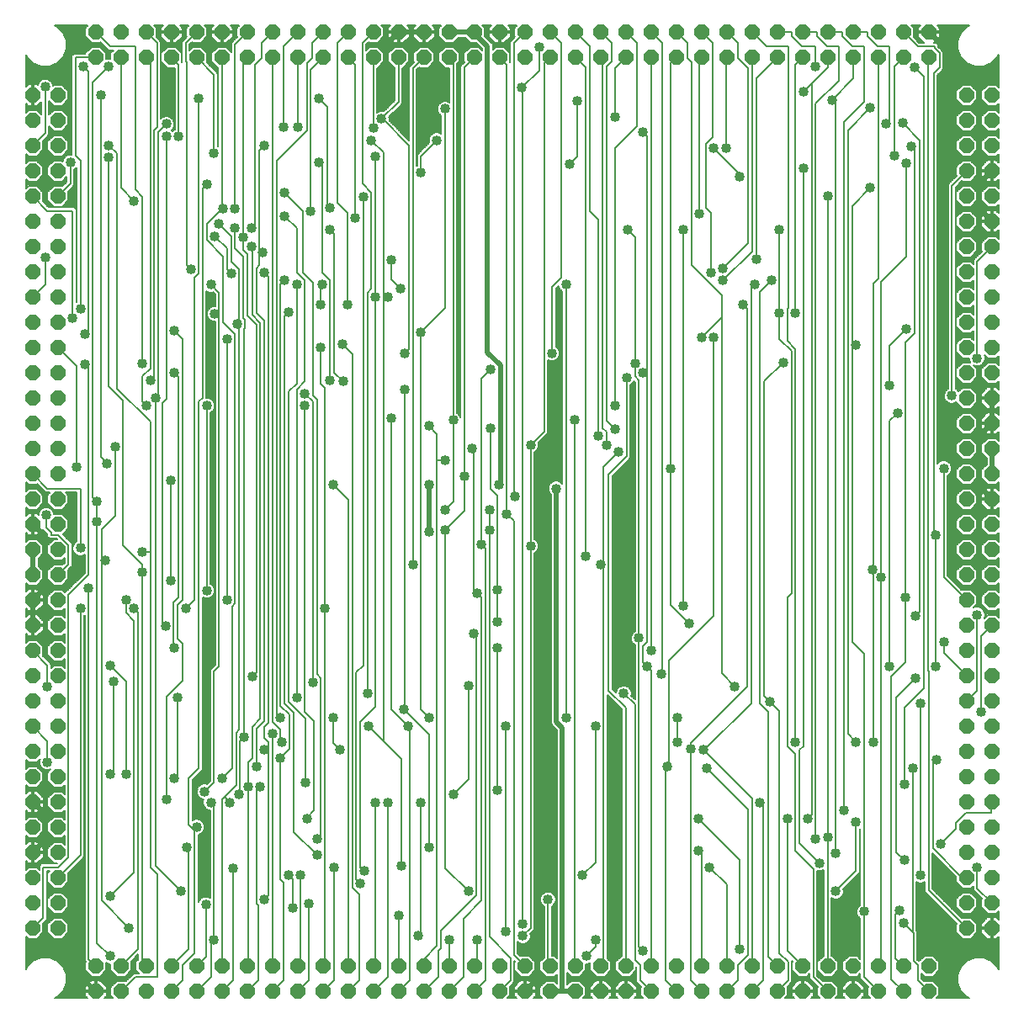
<source format=gtl>
G75*
%MOIN*%
%OFA0B0*%
%FSLAX25Y25*%
%IPPOS*%
%LPD*%
%AMOC8*
5,1,8,0,0,1.08239X$1,22.5*
%
%ADD10OC8,0.06000*%
%ADD11C,0.02000*%
%ADD12C,0.04000*%
%ADD13C,0.00600*%
%ADD14C,0.00800*%
D10*
X0036300Y0011300D03*
X0036300Y0021300D03*
X0046300Y0021300D03*
X0056300Y0021300D03*
X0056300Y0011300D03*
X0046300Y0011300D03*
X0066300Y0011300D03*
X0076300Y0011300D03*
X0076300Y0021300D03*
X0066300Y0021300D03*
X0086300Y0021300D03*
X0096300Y0021300D03*
X0096300Y0011300D03*
X0086300Y0011300D03*
X0106300Y0011300D03*
X0116300Y0011300D03*
X0126300Y0011300D03*
X0126300Y0021300D03*
X0116300Y0021300D03*
X0106300Y0021300D03*
X0136300Y0021300D03*
X0146300Y0021300D03*
X0146300Y0011300D03*
X0136300Y0011300D03*
X0156300Y0011300D03*
X0166300Y0011300D03*
X0166300Y0021300D03*
X0156300Y0021300D03*
X0176300Y0021300D03*
X0186300Y0021300D03*
X0186300Y0011300D03*
X0176300Y0011300D03*
X0196300Y0011300D03*
X0206300Y0011300D03*
X0206300Y0021300D03*
X0196300Y0021300D03*
X0216300Y0021300D03*
X0226300Y0021300D03*
X0236300Y0021300D03*
X0236300Y0011300D03*
X0226300Y0011300D03*
X0216300Y0011300D03*
X0246300Y0011300D03*
X0256300Y0011300D03*
X0256300Y0021300D03*
X0246300Y0021300D03*
X0266300Y0021300D03*
X0276300Y0021300D03*
X0276300Y0011300D03*
X0266300Y0011300D03*
X0286300Y0011300D03*
X0296300Y0011300D03*
X0296300Y0021300D03*
X0286300Y0021300D03*
X0306300Y0021300D03*
X0316300Y0021300D03*
X0316300Y0011300D03*
X0306300Y0011300D03*
X0326300Y0011300D03*
X0336300Y0011300D03*
X0346300Y0011300D03*
X0346300Y0021300D03*
X0336300Y0021300D03*
X0326300Y0021300D03*
X0356300Y0021300D03*
X0366300Y0021300D03*
X0366300Y0011300D03*
X0356300Y0011300D03*
X0381300Y0036300D03*
X0381300Y0046300D03*
X0381300Y0056300D03*
X0381300Y0066300D03*
X0381300Y0076300D03*
X0381300Y0086300D03*
X0381300Y0096300D03*
X0381300Y0106300D03*
X0381300Y0116300D03*
X0381300Y0126300D03*
X0381300Y0136300D03*
X0381300Y0146300D03*
X0381300Y0156300D03*
X0381300Y0166300D03*
X0381300Y0176300D03*
X0381300Y0186300D03*
X0381300Y0196300D03*
X0381300Y0206300D03*
X0381300Y0216300D03*
X0381300Y0226300D03*
X0381300Y0236300D03*
X0381300Y0246300D03*
X0381300Y0256300D03*
X0381300Y0266300D03*
X0381300Y0276300D03*
X0381300Y0286300D03*
X0381300Y0296300D03*
X0381300Y0306300D03*
X0381300Y0316300D03*
X0381300Y0326300D03*
X0381300Y0336300D03*
X0381300Y0346300D03*
X0381300Y0356300D03*
X0381300Y0366300D03*
X0391300Y0366300D03*
X0391300Y0356300D03*
X0391300Y0346300D03*
X0391300Y0336300D03*
X0391300Y0326300D03*
X0391300Y0316300D03*
X0391300Y0306300D03*
X0391300Y0296300D03*
X0391300Y0286300D03*
X0391300Y0276300D03*
X0391300Y0266300D03*
X0391300Y0256300D03*
X0391300Y0246300D03*
X0391300Y0236300D03*
X0391300Y0226300D03*
X0391300Y0216300D03*
X0391300Y0206300D03*
X0391300Y0196300D03*
X0391300Y0186300D03*
X0391300Y0176300D03*
X0391300Y0166300D03*
X0391300Y0156300D03*
X0391300Y0146300D03*
X0391300Y0136300D03*
X0391300Y0126300D03*
X0391300Y0116300D03*
X0391300Y0106300D03*
X0391300Y0096300D03*
X0391300Y0086300D03*
X0391300Y0076300D03*
X0391300Y0066300D03*
X0391300Y0056300D03*
X0391300Y0046300D03*
X0391300Y0036300D03*
X0366300Y0381300D03*
X0356300Y0381300D03*
X0356300Y0391300D03*
X0366300Y0391300D03*
X0346300Y0391300D03*
X0336300Y0391300D03*
X0326300Y0391300D03*
X0326300Y0381300D03*
X0336300Y0381300D03*
X0346300Y0381300D03*
X0316300Y0381300D03*
X0306300Y0381300D03*
X0306300Y0391300D03*
X0316300Y0391300D03*
X0296300Y0391300D03*
X0286300Y0391300D03*
X0286300Y0381300D03*
X0296300Y0381300D03*
X0276300Y0381300D03*
X0266300Y0381300D03*
X0266300Y0391300D03*
X0276300Y0391300D03*
X0256300Y0391300D03*
X0246300Y0391300D03*
X0246300Y0381300D03*
X0256300Y0381300D03*
X0236300Y0381300D03*
X0226300Y0381300D03*
X0216300Y0381300D03*
X0216300Y0391300D03*
X0226300Y0391300D03*
X0236300Y0391300D03*
X0206300Y0391300D03*
X0196300Y0391300D03*
X0196300Y0381300D03*
X0206300Y0381300D03*
X0186300Y0381300D03*
X0176300Y0381300D03*
X0176300Y0391300D03*
X0186300Y0391300D03*
X0166300Y0391300D03*
X0156300Y0391300D03*
X0156300Y0381300D03*
X0166300Y0381300D03*
X0146300Y0381300D03*
X0136300Y0381300D03*
X0136300Y0391300D03*
X0146300Y0391300D03*
X0126300Y0391300D03*
X0116300Y0391300D03*
X0106300Y0391300D03*
X0106300Y0381300D03*
X0116300Y0381300D03*
X0126300Y0381300D03*
X0096300Y0381300D03*
X0086300Y0381300D03*
X0086300Y0391300D03*
X0096300Y0391300D03*
X0076300Y0391300D03*
X0066300Y0391300D03*
X0066300Y0381300D03*
X0076300Y0381300D03*
X0056300Y0381300D03*
X0046300Y0381300D03*
X0046300Y0391300D03*
X0056300Y0391300D03*
X0036300Y0391300D03*
X0036300Y0381300D03*
X0021300Y0366300D03*
X0021300Y0356300D03*
X0021300Y0346300D03*
X0021300Y0336300D03*
X0021300Y0326300D03*
X0021300Y0316300D03*
X0021300Y0306300D03*
X0021300Y0296300D03*
X0021300Y0286300D03*
X0021300Y0276300D03*
X0021300Y0266300D03*
X0021300Y0256300D03*
X0021300Y0246300D03*
X0021300Y0236300D03*
X0021300Y0226300D03*
X0021300Y0216300D03*
X0021300Y0206300D03*
X0021300Y0196300D03*
X0021300Y0186300D03*
X0021300Y0176300D03*
X0021300Y0166300D03*
X0021300Y0156300D03*
X0021300Y0146300D03*
X0021300Y0136300D03*
X0021300Y0126300D03*
X0021300Y0116300D03*
X0021300Y0106300D03*
X0021300Y0096300D03*
X0021300Y0086300D03*
X0021300Y0076300D03*
X0021300Y0066300D03*
X0021300Y0056300D03*
X0021300Y0046300D03*
X0021300Y0036300D03*
X0011300Y0036300D03*
X0011300Y0046300D03*
X0011300Y0056300D03*
X0011300Y0066300D03*
X0011300Y0076300D03*
X0011300Y0086300D03*
X0011300Y0096300D03*
X0011300Y0106300D03*
X0011300Y0116300D03*
X0011300Y0126300D03*
X0011300Y0136300D03*
X0011300Y0146300D03*
X0011300Y0156300D03*
X0011300Y0166300D03*
X0011300Y0176300D03*
X0011300Y0186300D03*
X0011300Y0196300D03*
X0011300Y0206300D03*
X0011300Y0216300D03*
X0011300Y0226300D03*
X0011300Y0236300D03*
X0011300Y0246300D03*
X0011300Y0256300D03*
X0011300Y0266300D03*
X0011300Y0276300D03*
X0011300Y0286300D03*
X0011300Y0296300D03*
X0011300Y0306300D03*
X0011300Y0316300D03*
X0011300Y0326300D03*
X0011300Y0336300D03*
X0011300Y0346300D03*
X0011300Y0356300D03*
X0011300Y0366300D03*
D11*
X0149500Y0373700D02*
X0151500Y0375700D01*
X0151500Y0386500D01*
X0156300Y0391300D01*
X0166300Y0391300D01*
X0176300Y0391300D02*
X0186300Y0391300D01*
X0186700Y0390500D01*
X0191500Y0385700D01*
X0191500Y0264500D01*
X0196700Y0259300D01*
X0196700Y0212900D01*
X0195900Y0212100D01*
X0218700Y0210500D02*
X0218700Y0118100D01*
X0221100Y0115700D01*
X0221100Y0011300D01*
X0216300Y0011300D01*
X0221100Y0011300D02*
X0226300Y0011300D01*
X0211500Y0016500D02*
X0211500Y0139700D01*
X0211900Y0140100D01*
X0242700Y0141700D02*
X0247500Y0146500D01*
X0247500Y0201700D01*
X0168300Y0193300D02*
X0168300Y0212100D01*
X0080300Y0153700D02*
X0079500Y0152900D01*
X0079500Y0140100D01*
X0080300Y0140100D01*
X0079500Y0140100D02*
X0079500Y0096100D01*
X0075500Y0092100D01*
X0075500Y0082900D01*
X0080300Y0078100D01*
X0080300Y0063700D01*
X0078700Y0062100D01*
X0027100Y0057300D02*
X0027100Y0020500D01*
X0036300Y0011300D01*
X0011300Y0066300D02*
X0016300Y0071300D01*
X0016300Y0081300D01*
X0011300Y0086300D01*
X0011300Y0156300D02*
X0011500Y0156500D01*
X0011500Y0166100D01*
X0011300Y0166300D01*
X0016300Y0171300D01*
X0016300Y0191300D01*
X0011300Y0196300D01*
X0011300Y0186300D02*
X0011500Y0186100D01*
X0011500Y0176500D01*
X0011300Y0176300D01*
X0206300Y0011300D02*
X0211500Y0016500D01*
X0391300Y0206300D02*
X0386300Y0211300D01*
X0386300Y0231300D01*
X0391300Y0236300D01*
X0391500Y0236900D01*
X0391500Y0241300D01*
X0371500Y0241300D01*
X0371500Y0333300D01*
X0379500Y0341300D01*
X0386300Y0341300D01*
X0386300Y0371300D01*
X0377700Y0379900D01*
X0377100Y0379300D01*
X0377100Y0378900D01*
X0371500Y0373300D01*
X0377700Y0379900D02*
X0366300Y0391300D01*
X0386300Y0341300D02*
X0386300Y0332500D01*
X0386900Y0331900D01*
X0386300Y0331300D01*
X0386300Y0321300D01*
X0391300Y0316300D01*
X0386900Y0331900D02*
X0391300Y0336300D01*
X0391300Y0246300D02*
X0391500Y0246100D01*
X0391500Y0241300D01*
X0391300Y0226300D02*
X0391500Y0226100D01*
X0391500Y0216500D01*
X0391300Y0216300D01*
D12*
X0372300Y0218500D03*
X0353900Y0240500D03*
X0350700Y0251300D03*
X0337500Y0267300D03*
X0357500Y0273700D03*
X0375500Y0247300D03*
X0385500Y0262100D03*
X0343100Y0329700D03*
X0357500Y0339300D03*
X0352700Y0342500D03*
X0359500Y0346100D03*
X0355900Y0355300D03*
X0349500Y0354900D03*
X0343100Y0361300D03*
X0327900Y0364500D03*
X0316700Y0367700D03*
X0321500Y0377700D03*
X0285900Y0345300D03*
X0281100Y0345300D03*
X0291500Y0334100D03*
X0275500Y0319300D03*
X0269100Y0312900D03*
X0279900Y0296100D03*
X0284700Y0297700D03*
X0284700Y0292900D03*
X0292700Y0283300D03*
X0297500Y0291300D03*
X0303900Y0292900D03*
X0297900Y0301300D03*
X0307100Y0312900D03*
X0326300Y0326500D03*
X0316700Y0337300D03*
X0360700Y0377300D03*
X0371500Y0373300D03*
X0313500Y0280100D03*
X0307100Y0280100D03*
X0308700Y0260500D03*
X0281100Y0270500D03*
X0276300Y0270500D03*
X0253100Y0256500D03*
X0249900Y0260100D03*
X0246700Y0254500D03*
X0241900Y0243300D03*
X0241900Y0234100D03*
X0235500Y0231300D03*
X0238700Y0227700D03*
X0243500Y0224900D03*
X0225900Y0237700D03*
X0208700Y0227700D03*
X0192700Y0234500D03*
X0185500Y0226500D03*
X0182300Y0215300D03*
X0174700Y0221700D03*
X0168300Y0212100D03*
X0174700Y0202100D03*
X0174700Y0194100D03*
X0168300Y0193300D03*
X0161900Y0180500D03*
X0187500Y0168900D03*
X0195500Y0170500D03*
X0195500Y0157700D03*
X0185900Y0152900D03*
X0195500Y0147300D03*
X0211900Y0140100D03*
X0222700Y0119700D03*
X0234300Y0116500D03*
X0245500Y0129300D03*
X0254700Y0140100D03*
X0260300Y0136900D03*
X0256300Y0146500D03*
X0251500Y0151300D03*
X0242700Y0141700D03*
X0266700Y0119700D03*
X0266700Y0110100D03*
X0271900Y0107300D03*
X0277100Y0106900D03*
X0278300Y0099700D03*
X0262700Y0100500D03*
X0275100Y0079700D03*
X0275100Y0066900D03*
X0279500Y0060500D03*
X0299500Y0086100D03*
X0310300Y0079700D03*
X0318300Y0079700D03*
X0321500Y0071700D03*
X0326300Y0072500D03*
X0329500Y0066100D03*
X0323100Y0062100D03*
X0329500Y0050900D03*
X0340700Y0042900D03*
X0354700Y0043300D03*
X0356300Y0038500D03*
X0363100Y0057300D03*
X0356700Y0063300D03*
X0371100Y0069700D03*
X0385500Y0060500D03*
X0356700Y0093300D03*
X0359900Y0099700D03*
X0369500Y0102900D03*
X0387100Y0122100D03*
X0369100Y0140100D03*
X0361100Y0135300D03*
X0363100Y0125300D03*
X0350700Y0140100D03*
X0361100Y0160100D03*
X0357100Y0167300D03*
X0347500Y0175300D03*
X0343900Y0178500D03*
X0369100Y0192100D03*
X0385500Y0160500D03*
X0372300Y0149700D03*
X0344300Y0110100D03*
X0337500Y0110100D03*
X0313500Y0110100D03*
X0303500Y0126100D03*
X0289500Y0132100D03*
X0271500Y0156900D03*
X0269100Y0164100D03*
X0236300Y0180500D03*
X0230300Y0183700D03*
X0208700Y0187700D03*
X0199100Y0200500D03*
X0192300Y0202100D03*
X0192300Y0194100D03*
X0189100Y0188500D03*
X0202300Y0207300D03*
X0195900Y0212100D03*
X0218700Y0210500D03*
X0247500Y0201700D03*
X0263900Y0218500D03*
X0217100Y0264100D03*
X0192700Y0257700D03*
X0177900Y0237700D03*
X0168300Y0235300D03*
X0153500Y0238500D03*
X0158700Y0249700D03*
X0158700Y0264100D03*
X0165100Y0272500D03*
X0157100Y0289700D03*
X0151900Y0286500D03*
X0147100Y0286500D03*
X0135900Y0283300D03*
X0125500Y0283300D03*
X0125900Y0291300D03*
X0115900Y0291300D03*
X0111100Y0292900D03*
X0103100Y0296100D03*
X0102300Y0304100D03*
X0097900Y0306500D03*
X0094700Y0310100D03*
X0091500Y0313700D03*
X0097900Y0313700D03*
X0091500Y0321300D03*
X0086700Y0321300D03*
X0085100Y0315300D03*
X0083500Y0310500D03*
X0089900Y0295700D03*
X0081900Y0291300D03*
X0073900Y0297300D03*
X0083500Y0279700D03*
X0092300Y0275700D03*
X0088300Y0269700D03*
X0067500Y0272900D03*
X0054700Y0260100D03*
X0057900Y0253300D03*
X0059900Y0246500D03*
X0056300Y0243300D03*
X0067500Y0256500D03*
X0080300Y0243300D03*
X0065900Y0213700D03*
X0043900Y0226900D03*
X0040700Y0220500D03*
X0028700Y0218900D03*
X0036700Y0205300D03*
X0036700Y0197300D03*
X0030300Y0186900D03*
X0039900Y0182100D03*
X0033500Y0170900D03*
X0030300Y0162900D03*
X0048300Y0166500D03*
X0051500Y0162900D03*
X0063900Y0156100D03*
X0067500Y0147300D03*
X0080300Y0153700D03*
X0071900Y0162900D03*
X0080300Y0170100D03*
X0088300Y0166500D03*
X0065900Y0174100D03*
X0054700Y0177300D03*
X0054700Y0185300D03*
X0016700Y0200100D03*
X0031900Y0259700D03*
X0031900Y0271700D03*
X0027100Y0278100D03*
X0030300Y0281700D03*
X0016300Y0302100D03*
X0026300Y0339700D03*
X0041500Y0341700D03*
X0041500Y0346500D03*
X0038300Y0366500D03*
X0041500Y0377700D03*
X0031500Y0377700D03*
X0016300Y0369700D03*
X0051500Y0324500D03*
X0064300Y0350100D03*
X0069100Y0350100D03*
X0064300Y0354900D03*
X0077100Y0364900D03*
X0083100Y0343300D03*
X0080300Y0330900D03*
X0103100Y0346500D03*
X0110700Y0353700D03*
X0116300Y0353700D03*
X0124700Y0364900D03*
X0146300Y0353300D03*
X0149500Y0356900D03*
X0145500Y0348500D03*
X0147100Y0342100D03*
X0142300Y0326100D03*
X0139100Y0317700D03*
X0129100Y0321700D03*
X0121500Y0320500D03*
X0111100Y0318500D03*
X0111100Y0327700D03*
X0124700Y0339700D03*
X0129100Y0312900D03*
X0153500Y0300900D03*
X0133900Y0267700D03*
X0125500Y0266500D03*
X0112700Y0280500D03*
X0129100Y0253300D03*
X0134300Y0252900D03*
X0119100Y0248100D03*
X0119100Y0243300D03*
X0130300Y0212100D03*
X0127100Y0162900D03*
X0122300Y0133700D03*
X0115900Y0127700D03*
X0109500Y0119700D03*
X0106300Y0113300D03*
X0109900Y0110100D03*
X0103100Y0106900D03*
X0109500Y0103700D03*
X0099900Y0100500D03*
X0101500Y0092500D03*
X0096700Y0092500D03*
X0093100Y0089300D03*
X0089500Y0086100D03*
X0081900Y0086100D03*
X0079500Y0090500D03*
X0086300Y0095700D03*
X0095100Y0112100D03*
X0098300Y0136100D03*
X0080300Y0140100D03*
X0068700Y0127700D03*
X0043500Y0134100D03*
X0041900Y0140500D03*
X0017100Y0132100D03*
X0017100Y0102100D03*
X0041900Y0097300D03*
X0048300Y0097300D03*
X0064300Y0087300D03*
X0067500Y0095700D03*
X0076300Y0076500D03*
X0072300Y0068500D03*
X0078700Y0062100D03*
X0090700Y0060100D03*
X0103100Y0047700D03*
X0114300Y0044500D03*
X0120700Y0046100D03*
X0117500Y0057300D03*
X0112700Y0057300D03*
X0123900Y0065300D03*
X0123900Y0071700D03*
X0119900Y0079700D03*
X0119500Y0094100D03*
X0133100Y0106900D03*
X0130300Y0119700D03*
X0144300Y0116500D03*
X0158300Y0122900D03*
X0159900Y0116500D03*
X0168300Y0119700D03*
X0183900Y0132500D03*
X0198700Y0116500D03*
X0195500Y0090900D03*
X0177900Y0089300D03*
X0165100Y0086100D03*
X0151900Y0086100D03*
X0147100Y0086100D03*
X0168300Y0068500D03*
X0157500Y0060900D03*
X0142700Y0058900D03*
X0141100Y0054100D03*
X0130700Y0060500D03*
X0156300Y0041300D03*
X0163900Y0033300D03*
X0176300Y0031700D03*
X0187500Y0031700D03*
X0198700Y0034900D03*
X0205500Y0033300D03*
X0205500Y0038100D03*
X0215500Y0047700D03*
X0229100Y0057300D03*
X0234300Y0031700D03*
X0230700Y0025300D03*
X0253100Y0027300D03*
X0291500Y0028100D03*
X0337500Y0078500D03*
X0332700Y0082900D03*
X0183900Y0050900D03*
X0143900Y0129300D03*
X0069900Y0050900D03*
X0079900Y0045700D03*
X0083100Y0031700D03*
X0049500Y0036500D03*
X0041900Y0025300D03*
X0041900Y0048900D03*
X0027100Y0057300D03*
X0222700Y0291300D03*
X0247100Y0312900D03*
X0223900Y0338900D03*
X0241900Y0357700D03*
X0253100Y0351700D03*
X0227100Y0364100D03*
X0205100Y0369300D03*
X0211900Y0385300D03*
X0174700Y0360900D03*
X0171500Y0348500D03*
X0165100Y0335700D03*
X0149500Y0373700D03*
D13*
X0008600Y0033202D02*
X0008600Y0020053D01*
X0009052Y0021143D01*
X0011457Y0023548D01*
X0014599Y0024850D01*
X0018001Y0024850D01*
X0021143Y0023548D01*
X0023548Y0021143D01*
X0024850Y0018001D01*
X0024850Y0014599D01*
X0023548Y0011457D01*
X0021143Y0009052D01*
X0020053Y0008600D01*
X0032919Y0008600D01*
X0032000Y0009519D01*
X0032000Y0011000D01*
X0036000Y0011000D01*
X0036000Y0011600D01*
X0036000Y0015600D01*
X0034519Y0015600D01*
X0032000Y0013081D01*
X0032000Y0011600D01*
X0036000Y0011600D01*
X0036600Y0011600D01*
X0036600Y0015600D01*
X0038081Y0015600D01*
X0040600Y0013081D01*
X0040600Y0011600D01*
X0036600Y0011600D01*
X0036600Y0011000D01*
X0040600Y0011000D01*
X0040600Y0009519D01*
X0039681Y0008600D01*
X0043202Y0008600D01*
X0042200Y0009602D01*
X0042200Y0012998D01*
X0044602Y0015400D01*
X0047998Y0015400D01*
X0048138Y0015260D01*
X0050400Y0017521D01*
X0051279Y0018400D01*
X0053402Y0018400D01*
X0052200Y0019602D01*
X0052200Y0022998D01*
X0053200Y0023998D01*
X0053200Y0026079D01*
X0050260Y0023138D01*
X0050400Y0022998D01*
X0050400Y0019602D01*
X0047998Y0017200D01*
X0044602Y0017200D01*
X0042200Y0019602D01*
X0042200Y0022200D01*
X0041283Y0022200D01*
X0040400Y0022566D01*
X0040400Y0019602D01*
X0037998Y0017200D01*
X0034602Y0017200D01*
X0032200Y0019602D01*
X0032200Y0022998D01*
X0032340Y0023138D01*
X0032000Y0023479D01*
X0032000Y0160249D01*
X0031800Y0160166D01*
X0031800Y0064679D01*
X0030921Y0063800D01*
X0025260Y0058138D01*
X0025400Y0057998D01*
X0025400Y0054602D01*
X0022998Y0052200D01*
X0019602Y0052200D01*
X0017200Y0054602D01*
X0017200Y0057998D01*
X0018202Y0059000D01*
X0017000Y0059000D01*
X0017000Y0039879D01*
X0015260Y0038138D01*
X0015400Y0037998D01*
X0015400Y0034602D01*
X0012998Y0032200D01*
X0009602Y0032200D01*
X0008600Y0033202D01*
X0008600Y0032846D02*
X0008955Y0032846D01*
X0008600Y0032248D02*
X0009554Y0032248D01*
X0008600Y0031649D02*
X0032000Y0031649D01*
X0032000Y0031051D02*
X0008600Y0031051D01*
X0008600Y0030452D02*
X0032000Y0030452D01*
X0032000Y0029854D02*
X0008600Y0029854D01*
X0008600Y0029255D02*
X0032000Y0029255D01*
X0032000Y0028657D02*
X0008600Y0028657D01*
X0008600Y0028058D02*
X0032000Y0028058D01*
X0032000Y0027460D02*
X0008600Y0027460D01*
X0008600Y0026861D02*
X0032000Y0026861D01*
X0032000Y0026263D02*
X0008600Y0026263D01*
X0008600Y0025664D02*
X0032000Y0025664D01*
X0032000Y0025066D02*
X0008600Y0025066D01*
X0008600Y0024467D02*
X0013675Y0024467D01*
X0012230Y0023869D02*
X0008600Y0023869D01*
X0008600Y0023270D02*
X0011179Y0023270D01*
X0010580Y0022672D02*
X0008600Y0022672D01*
X0008600Y0022073D02*
X0009982Y0022073D01*
X0009383Y0021475D02*
X0008600Y0021475D01*
X0008600Y0020876D02*
X0008941Y0020876D01*
X0008693Y0020278D02*
X0008600Y0020278D01*
X0018925Y0024467D02*
X0032000Y0024467D01*
X0032000Y0023869D02*
X0020370Y0023869D01*
X0021421Y0023270D02*
X0032208Y0023270D01*
X0032200Y0022672D02*
X0022020Y0022672D01*
X0022618Y0022073D02*
X0032200Y0022073D01*
X0032200Y0021475D02*
X0023217Y0021475D01*
X0023659Y0020876D02*
X0032200Y0020876D01*
X0032200Y0020278D02*
X0023907Y0020278D01*
X0024155Y0019679D02*
X0032200Y0019679D01*
X0032721Y0019081D02*
X0024403Y0019081D01*
X0024651Y0018482D02*
X0033320Y0018482D01*
X0033918Y0017884D02*
X0024850Y0017884D01*
X0024850Y0017285D02*
X0034517Y0017285D01*
X0034408Y0015490D02*
X0024850Y0015490D01*
X0024850Y0016088D02*
X0048967Y0016088D01*
X0049565Y0016687D02*
X0024850Y0016687D01*
X0024850Y0014891D02*
X0033810Y0014891D01*
X0033211Y0014293D02*
X0024723Y0014293D01*
X0024475Y0013694D02*
X0032613Y0013694D01*
X0032014Y0013096D02*
X0024227Y0013096D01*
X0023979Y0012497D02*
X0032000Y0012497D01*
X0032000Y0011899D02*
X0023731Y0011899D01*
X0023392Y0011300D02*
X0036000Y0011300D01*
X0036000Y0011899D02*
X0036600Y0011899D01*
X0036600Y0012497D02*
X0036000Y0012497D01*
X0036000Y0013096D02*
X0036600Y0013096D01*
X0036600Y0013694D02*
X0036000Y0013694D01*
X0036000Y0014293D02*
X0036600Y0014293D01*
X0036600Y0014891D02*
X0036000Y0014891D01*
X0036000Y0015490D02*
X0036600Y0015490D01*
X0038192Y0015490D02*
X0048368Y0015490D01*
X0048083Y0017285D02*
X0050164Y0017285D01*
X0050762Y0017884D02*
X0048682Y0017884D01*
X0049280Y0018482D02*
X0053320Y0018482D01*
X0052721Y0019081D02*
X0049879Y0019081D01*
X0050400Y0019679D02*
X0052200Y0019679D01*
X0052200Y0020278D02*
X0050400Y0020278D01*
X0050400Y0020876D02*
X0052200Y0020876D01*
X0052200Y0021475D02*
X0050400Y0021475D01*
X0050400Y0022073D02*
X0052200Y0022073D01*
X0052200Y0022672D02*
X0050400Y0022672D01*
X0050392Y0023270D02*
X0052472Y0023270D01*
X0053070Y0023869D02*
X0050990Y0023869D01*
X0051589Y0024467D02*
X0053200Y0024467D01*
X0053200Y0025066D02*
X0052187Y0025066D01*
X0052786Y0025664D02*
X0053200Y0025664D01*
X0042200Y0022073D02*
X0040400Y0022073D01*
X0040400Y0021475D02*
X0042200Y0021475D01*
X0042200Y0020876D02*
X0040400Y0020876D01*
X0040400Y0020278D02*
X0042200Y0020278D01*
X0042200Y0019679D02*
X0040400Y0019679D01*
X0039879Y0019081D02*
X0042721Y0019081D01*
X0043320Y0018482D02*
X0039280Y0018482D01*
X0038682Y0017884D02*
X0043918Y0017884D01*
X0044517Y0017285D02*
X0038083Y0017285D01*
X0038790Y0014891D02*
X0044093Y0014891D01*
X0043494Y0014293D02*
X0039389Y0014293D01*
X0039987Y0013694D02*
X0042896Y0013694D01*
X0042297Y0013096D02*
X0040586Y0013096D01*
X0040600Y0012497D02*
X0042200Y0012497D01*
X0042200Y0011899D02*
X0040600Y0011899D01*
X0040600Y0010701D02*
X0042200Y0010701D01*
X0042200Y0010103D02*
X0040600Y0010103D01*
X0040586Y0009504D02*
X0042297Y0009504D01*
X0042896Y0008906D02*
X0039987Y0008906D01*
X0042200Y0011300D02*
X0036600Y0011300D01*
X0032000Y0010701D02*
X0022793Y0010701D01*
X0022195Y0010103D02*
X0032000Y0010103D01*
X0032014Y0009504D02*
X0021596Y0009504D01*
X0020791Y0008906D02*
X0032613Y0008906D01*
X0022998Y0032200D02*
X0019602Y0032200D01*
X0017200Y0034602D01*
X0017200Y0037998D01*
X0019602Y0040400D01*
X0022998Y0040400D01*
X0025400Y0037998D01*
X0025400Y0034602D01*
X0022998Y0032200D01*
X0023046Y0032248D02*
X0032000Y0032248D01*
X0032000Y0032846D02*
X0023645Y0032846D01*
X0024243Y0033445D02*
X0032000Y0033445D01*
X0032000Y0034043D02*
X0024842Y0034043D01*
X0025400Y0034642D02*
X0032000Y0034642D01*
X0032000Y0035240D02*
X0025400Y0035240D01*
X0025400Y0035839D02*
X0032000Y0035839D01*
X0032000Y0036437D02*
X0025400Y0036437D01*
X0025400Y0037036D02*
X0032000Y0037036D01*
X0032000Y0037634D02*
X0025400Y0037634D01*
X0025165Y0038233D02*
X0032000Y0038233D01*
X0032000Y0038832D02*
X0024567Y0038832D01*
X0023968Y0039430D02*
X0032000Y0039430D01*
X0032000Y0040029D02*
X0023370Y0040029D01*
X0022998Y0042200D02*
X0019602Y0042200D01*
X0017200Y0044602D01*
X0017200Y0047998D01*
X0019602Y0050400D01*
X0022998Y0050400D01*
X0025400Y0047998D01*
X0025400Y0044602D01*
X0022998Y0042200D01*
X0023221Y0042423D02*
X0032000Y0042423D01*
X0032000Y0043021D02*
X0023819Y0043021D01*
X0024418Y0043620D02*
X0032000Y0043620D01*
X0032000Y0044218D02*
X0025016Y0044218D01*
X0025400Y0044817D02*
X0032000Y0044817D01*
X0032000Y0045415D02*
X0025400Y0045415D01*
X0025400Y0046014D02*
X0032000Y0046014D01*
X0032000Y0046612D02*
X0025400Y0046612D01*
X0025400Y0047211D02*
X0032000Y0047211D01*
X0032000Y0047809D02*
X0025400Y0047809D01*
X0024991Y0048408D02*
X0032000Y0048408D01*
X0032000Y0049006D02*
X0024392Y0049006D01*
X0023794Y0049605D02*
X0032000Y0049605D01*
X0032000Y0050203D02*
X0023195Y0050203D01*
X0023396Y0052597D02*
X0032000Y0052597D01*
X0032000Y0051999D02*
X0017000Y0051999D01*
X0017000Y0052597D02*
X0019204Y0052597D01*
X0018606Y0053196D02*
X0017000Y0053196D01*
X0017000Y0053794D02*
X0018007Y0053794D01*
X0017409Y0054393D02*
X0017000Y0054393D01*
X0017000Y0054991D02*
X0017200Y0054991D01*
X0017200Y0055590D02*
X0017000Y0055590D01*
X0017000Y0056188D02*
X0017200Y0056188D01*
X0017200Y0056787D02*
X0017000Y0056787D01*
X0017000Y0057385D02*
X0017200Y0057385D01*
X0017200Y0057984D02*
X0017000Y0057984D01*
X0017000Y0058582D02*
X0017784Y0058582D01*
X0014000Y0059398D02*
X0012998Y0060400D01*
X0009602Y0060400D01*
X0008600Y0059398D01*
X0008600Y0062919D01*
X0009519Y0062000D01*
X0011000Y0062000D01*
X0011000Y0066000D01*
X0011600Y0066000D01*
X0011600Y0066600D01*
X0011000Y0066600D01*
X0011000Y0070600D01*
X0009519Y0070600D01*
X0008600Y0069681D01*
X0008600Y0073202D01*
X0009602Y0072200D01*
X0012998Y0072200D01*
X0015400Y0074602D01*
X0015400Y0077998D01*
X0012998Y0080400D01*
X0009602Y0080400D01*
X0008600Y0079398D01*
X0008600Y0082919D01*
X0009519Y0082000D01*
X0011000Y0082000D01*
X0011000Y0086000D01*
X0011600Y0086000D01*
X0011600Y0086600D01*
X0011000Y0086600D01*
X0011000Y0090600D01*
X0009519Y0090600D01*
X0008600Y0089681D01*
X0008600Y0093202D01*
X0009602Y0092200D01*
X0012998Y0092200D01*
X0015400Y0094602D01*
X0015400Y0097998D01*
X0012998Y0100400D01*
X0009602Y0100400D01*
X0008600Y0099398D01*
X0008600Y0103202D01*
X0009602Y0102200D01*
X0012998Y0102200D01*
X0014343Y0103545D01*
X0014000Y0102717D01*
X0014000Y0101483D01*
X0014472Y0100344D01*
X0015344Y0099472D01*
X0016483Y0099000D01*
X0017717Y0099000D01*
X0018545Y0099343D01*
X0017200Y0097998D01*
X0017200Y0094602D01*
X0019602Y0092200D01*
X0022998Y0092200D01*
X0024000Y0093202D01*
X0024000Y0089398D01*
X0022998Y0090400D01*
X0019602Y0090400D01*
X0017200Y0087998D01*
X0017200Y0084602D01*
X0019602Y0082200D01*
X0022998Y0082200D01*
X0024000Y0083202D01*
X0024000Y0079398D01*
X0022998Y0080400D01*
X0019602Y0080400D01*
X0017200Y0077998D01*
X0017200Y0074602D01*
X0019602Y0072200D01*
X0022998Y0072200D01*
X0024000Y0073202D01*
X0024000Y0069398D01*
X0022998Y0070400D01*
X0019602Y0070400D01*
X0017200Y0067998D01*
X0017200Y0064602D01*
X0019602Y0062200D01*
X0021079Y0062200D01*
X0020879Y0062000D01*
X0014879Y0062000D01*
X0014000Y0061121D01*
X0014000Y0059398D01*
X0014000Y0059779D02*
X0013619Y0059779D01*
X0014000Y0060378D02*
X0013020Y0060378D01*
X0014000Y0060976D02*
X0008600Y0060976D01*
X0008600Y0060378D02*
X0009580Y0060378D01*
X0008981Y0059779D02*
X0008600Y0059779D01*
X0008600Y0061575D02*
X0014454Y0061575D01*
X0013853Y0062772D02*
X0019030Y0062772D01*
X0018431Y0063370D02*
X0014452Y0063370D01*
X0015050Y0063969D02*
X0017833Y0063969D01*
X0017234Y0064568D02*
X0015600Y0064568D01*
X0015600Y0064519D02*
X0015600Y0066000D01*
X0011600Y0066000D01*
X0011600Y0062000D01*
X0013081Y0062000D01*
X0015600Y0064519D01*
X0015600Y0065166D02*
X0017200Y0065166D01*
X0017200Y0065765D02*
X0015600Y0065765D01*
X0015600Y0066600D02*
X0015600Y0068081D01*
X0013081Y0070600D01*
X0011600Y0070600D01*
X0011600Y0066600D01*
X0015600Y0066600D01*
X0015600Y0066962D02*
X0017200Y0066962D01*
X0017200Y0067560D02*
X0015600Y0067560D01*
X0015523Y0068159D02*
X0017360Y0068159D01*
X0017959Y0068757D02*
X0014924Y0068757D01*
X0014325Y0069356D02*
X0018557Y0069356D01*
X0019156Y0069954D02*
X0013727Y0069954D01*
X0013128Y0070553D02*
X0024000Y0070553D01*
X0024000Y0071151D02*
X0008600Y0071151D01*
X0008600Y0070553D02*
X0009472Y0070553D01*
X0008873Y0069954D02*
X0008600Y0069954D01*
X0008600Y0071750D02*
X0024000Y0071750D01*
X0024000Y0072348D02*
X0023146Y0072348D01*
X0023745Y0072947D02*
X0024000Y0072947D01*
X0024000Y0069954D02*
X0023444Y0069954D01*
X0019454Y0072348D02*
X0013146Y0072348D01*
X0013745Y0072947D02*
X0018855Y0072947D01*
X0018257Y0073545D02*
X0014343Y0073545D01*
X0014942Y0074144D02*
X0017658Y0074144D01*
X0017200Y0074742D02*
X0015400Y0074742D01*
X0015400Y0075341D02*
X0017200Y0075341D01*
X0017200Y0075939D02*
X0015400Y0075939D01*
X0015400Y0076538D02*
X0017200Y0076538D01*
X0017200Y0077136D02*
X0015400Y0077136D01*
X0015400Y0077735D02*
X0017200Y0077735D01*
X0017535Y0078333D02*
X0015065Y0078333D01*
X0014466Y0078932D02*
X0018134Y0078932D01*
X0018732Y0079530D02*
X0013868Y0079530D01*
X0013269Y0080129D02*
X0019331Y0080129D01*
X0019279Y0082523D02*
X0013604Y0082523D01*
X0013081Y0082000D02*
X0015600Y0084519D01*
X0015600Y0086000D01*
X0011600Y0086000D01*
X0011600Y0082000D01*
X0013081Y0082000D01*
X0011600Y0082523D02*
X0011000Y0082523D01*
X0011000Y0083121D02*
X0011600Y0083121D01*
X0011600Y0083720D02*
X0011000Y0083720D01*
X0011000Y0084318D02*
X0011600Y0084318D01*
X0011600Y0084917D02*
X0011000Y0084917D01*
X0011000Y0085515D02*
X0011600Y0085515D01*
X0011600Y0086114D02*
X0017200Y0086114D01*
X0017200Y0086712D02*
X0015600Y0086712D01*
X0015600Y0086600D02*
X0015600Y0088081D01*
X0013081Y0090600D01*
X0011600Y0090600D01*
X0011600Y0086600D01*
X0015600Y0086600D01*
X0015600Y0087311D02*
X0017200Y0087311D01*
X0017200Y0087909D02*
X0015600Y0087909D01*
X0015173Y0088508D02*
X0017710Y0088508D01*
X0018308Y0089106D02*
X0014575Y0089106D01*
X0013976Y0089705D02*
X0018907Y0089705D01*
X0019505Y0090303D02*
X0013378Y0090303D01*
X0011600Y0090303D02*
X0011000Y0090303D01*
X0011000Y0089705D02*
X0011600Y0089705D01*
X0011600Y0089106D02*
X0011000Y0089106D01*
X0011000Y0088508D02*
X0011600Y0088508D01*
X0011600Y0087909D02*
X0011000Y0087909D01*
X0011000Y0087311D02*
X0011600Y0087311D01*
X0011600Y0086712D02*
X0011000Y0086712D01*
X0008624Y0089705D02*
X0008600Y0089705D01*
X0008600Y0090303D02*
X0009222Y0090303D01*
X0008600Y0090902D02*
X0024000Y0090902D01*
X0024000Y0091501D02*
X0008600Y0091501D01*
X0008600Y0092099D02*
X0024000Y0092099D01*
X0024000Y0092698D02*
X0023496Y0092698D01*
X0023095Y0090303D02*
X0024000Y0090303D01*
X0024000Y0089705D02*
X0023693Y0089705D01*
X0019104Y0092698D02*
X0013496Y0092698D01*
X0014094Y0093296D02*
X0018506Y0093296D01*
X0017907Y0093895D02*
X0014693Y0093895D01*
X0015291Y0094493D02*
X0017309Y0094493D01*
X0017200Y0095092D02*
X0015400Y0095092D01*
X0015400Y0095690D02*
X0017200Y0095690D01*
X0017200Y0096289D02*
X0015400Y0096289D01*
X0015400Y0096887D02*
X0017200Y0096887D01*
X0017200Y0097486D02*
X0015400Y0097486D01*
X0015314Y0098084D02*
X0017286Y0098084D01*
X0017884Y0098683D02*
X0014716Y0098683D01*
X0014117Y0099281D02*
X0015805Y0099281D01*
X0014936Y0099880D02*
X0013519Y0099880D01*
X0014416Y0100478D02*
X0008600Y0100478D01*
X0008600Y0099880D02*
X0009081Y0099880D01*
X0008600Y0101077D02*
X0014168Y0101077D01*
X0014000Y0101675D02*
X0008600Y0101675D01*
X0008600Y0102274D02*
X0009528Y0102274D01*
X0008929Y0102872D02*
X0008600Y0102872D01*
X0013072Y0102274D02*
X0014000Y0102274D01*
X0014064Y0102872D02*
X0013670Y0102872D01*
X0014269Y0103471D02*
X0014312Y0103471D01*
X0018395Y0099281D02*
X0018483Y0099281D01*
X0009104Y0092698D02*
X0008600Y0092698D01*
X0015600Y0085515D02*
X0017200Y0085515D01*
X0017200Y0084917D02*
X0015600Y0084917D01*
X0015399Y0084318D02*
X0017483Y0084318D01*
X0018082Y0083720D02*
X0014801Y0083720D01*
X0014202Y0083121D02*
X0018680Y0083121D01*
X0023321Y0082523D02*
X0024000Y0082523D01*
X0024000Y0083121D02*
X0023920Y0083121D01*
X0024000Y0081924D02*
X0008600Y0081924D01*
X0008600Y0081326D02*
X0024000Y0081326D01*
X0024000Y0080727D02*
X0008600Y0080727D01*
X0008600Y0080129D02*
X0009331Y0080129D01*
X0008732Y0079530D02*
X0008600Y0079530D01*
X0008600Y0082523D02*
X0008996Y0082523D01*
X0008855Y0072947D02*
X0008600Y0072947D01*
X0008600Y0072348D02*
X0009454Y0072348D01*
X0011000Y0070553D02*
X0011600Y0070553D01*
X0011600Y0069954D02*
X0011000Y0069954D01*
X0011000Y0069356D02*
X0011600Y0069356D01*
X0011600Y0068757D02*
X0011000Y0068757D01*
X0011000Y0068159D02*
X0011600Y0068159D01*
X0011600Y0067560D02*
X0011000Y0067560D01*
X0011000Y0066962D02*
X0011600Y0066962D01*
X0011600Y0066363D02*
X0017200Y0066363D01*
X0021052Y0062173D02*
X0013255Y0062173D01*
X0011600Y0062173D02*
X0011000Y0062173D01*
X0011000Y0062772D02*
X0011600Y0062772D01*
X0011600Y0063370D02*
X0011000Y0063370D01*
X0011000Y0063969D02*
X0011600Y0063969D01*
X0011600Y0064568D02*
X0011000Y0064568D01*
X0011000Y0065166D02*
X0011600Y0065166D01*
X0011600Y0065765D02*
X0011000Y0065765D01*
X0008747Y0062772D02*
X0008600Y0062772D01*
X0008600Y0062173D02*
X0009345Y0062173D01*
X0017000Y0051400D02*
X0032000Y0051400D01*
X0032000Y0050802D02*
X0017000Y0050802D01*
X0017000Y0050203D02*
X0019405Y0050203D01*
X0018806Y0049605D02*
X0017000Y0049605D01*
X0017000Y0049006D02*
X0018208Y0049006D01*
X0017609Y0048408D02*
X0017000Y0048408D01*
X0017000Y0047809D02*
X0017200Y0047809D01*
X0017200Y0047211D02*
X0017000Y0047211D01*
X0017000Y0046612D02*
X0017200Y0046612D01*
X0017200Y0046014D02*
X0017000Y0046014D01*
X0017000Y0045415D02*
X0017200Y0045415D01*
X0017200Y0044817D02*
X0017000Y0044817D01*
X0017000Y0044218D02*
X0017584Y0044218D01*
X0017000Y0043620D02*
X0018182Y0043620D01*
X0018781Y0043021D02*
X0017000Y0043021D01*
X0017000Y0042423D02*
X0019379Y0042423D01*
X0019230Y0040029D02*
X0017000Y0040029D01*
X0017000Y0040627D02*
X0032000Y0040627D01*
X0032000Y0041226D02*
X0017000Y0041226D01*
X0017000Y0041824D02*
X0032000Y0041824D01*
X0032000Y0053196D02*
X0023994Y0053196D01*
X0024593Y0053794D02*
X0032000Y0053794D01*
X0032000Y0054393D02*
X0025191Y0054393D01*
X0025400Y0054991D02*
X0032000Y0054991D01*
X0032000Y0055590D02*
X0025400Y0055590D01*
X0025400Y0056188D02*
X0032000Y0056188D01*
X0032000Y0056787D02*
X0025400Y0056787D01*
X0025400Y0057385D02*
X0032000Y0057385D01*
X0032000Y0057984D02*
X0025400Y0057984D01*
X0025704Y0058582D02*
X0032000Y0058582D01*
X0032000Y0059181D02*
X0026302Y0059181D01*
X0026901Y0059779D02*
X0032000Y0059779D01*
X0032000Y0060378D02*
X0027499Y0060378D01*
X0028098Y0060976D02*
X0032000Y0060976D01*
X0032000Y0061575D02*
X0028696Y0061575D01*
X0029295Y0062173D02*
X0032000Y0062173D01*
X0032000Y0062772D02*
X0029893Y0062772D01*
X0030492Y0063370D02*
X0032000Y0063370D01*
X0032000Y0063969D02*
X0031090Y0063969D01*
X0031689Y0064568D02*
X0032000Y0064568D01*
X0032000Y0065166D02*
X0031800Y0065166D01*
X0031800Y0065765D02*
X0032000Y0065765D01*
X0032000Y0066363D02*
X0031800Y0066363D01*
X0031800Y0066962D02*
X0032000Y0066962D01*
X0032000Y0067560D02*
X0031800Y0067560D01*
X0031800Y0068159D02*
X0032000Y0068159D01*
X0032000Y0068757D02*
X0031800Y0068757D01*
X0031800Y0069356D02*
X0032000Y0069356D01*
X0032000Y0069954D02*
X0031800Y0069954D01*
X0031800Y0070553D02*
X0032000Y0070553D01*
X0032000Y0071151D02*
X0031800Y0071151D01*
X0031800Y0071750D02*
X0032000Y0071750D01*
X0032000Y0072348D02*
X0031800Y0072348D01*
X0031800Y0072947D02*
X0032000Y0072947D01*
X0032000Y0073545D02*
X0031800Y0073545D01*
X0031800Y0074144D02*
X0032000Y0074144D01*
X0032000Y0074742D02*
X0031800Y0074742D01*
X0031800Y0075341D02*
X0032000Y0075341D01*
X0032000Y0075939D02*
X0031800Y0075939D01*
X0031800Y0076538D02*
X0032000Y0076538D01*
X0032000Y0077136D02*
X0031800Y0077136D01*
X0031800Y0077735D02*
X0032000Y0077735D01*
X0032000Y0078333D02*
X0031800Y0078333D01*
X0031800Y0078932D02*
X0032000Y0078932D01*
X0032000Y0079530D02*
X0031800Y0079530D01*
X0031800Y0080129D02*
X0032000Y0080129D01*
X0032000Y0080727D02*
X0031800Y0080727D01*
X0031800Y0081326D02*
X0032000Y0081326D01*
X0032000Y0081924D02*
X0031800Y0081924D01*
X0031800Y0082523D02*
X0032000Y0082523D01*
X0032000Y0083121D02*
X0031800Y0083121D01*
X0031800Y0083720D02*
X0032000Y0083720D01*
X0032000Y0084318D02*
X0031800Y0084318D01*
X0031800Y0084917D02*
X0032000Y0084917D01*
X0032000Y0085515D02*
X0031800Y0085515D01*
X0031800Y0086114D02*
X0032000Y0086114D01*
X0032000Y0086712D02*
X0031800Y0086712D01*
X0031800Y0087311D02*
X0032000Y0087311D01*
X0032000Y0087909D02*
X0031800Y0087909D01*
X0031800Y0088508D02*
X0032000Y0088508D01*
X0032000Y0089106D02*
X0031800Y0089106D01*
X0031800Y0089705D02*
X0032000Y0089705D01*
X0032000Y0090303D02*
X0031800Y0090303D01*
X0031800Y0090902D02*
X0032000Y0090902D01*
X0032000Y0091501D02*
X0031800Y0091501D01*
X0031800Y0092099D02*
X0032000Y0092099D01*
X0032000Y0092698D02*
X0031800Y0092698D01*
X0031800Y0093296D02*
X0032000Y0093296D01*
X0032000Y0093895D02*
X0031800Y0093895D01*
X0031800Y0094493D02*
X0032000Y0094493D01*
X0032000Y0095092D02*
X0031800Y0095092D01*
X0031800Y0095690D02*
X0032000Y0095690D01*
X0032000Y0096289D02*
X0031800Y0096289D01*
X0031800Y0096887D02*
X0032000Y0096887D01*
X0032000Y0097486D02*
X0031800Y0097486D01*
X0031800Y0098084D02*
X0032000Y0098084D01*
X0032000Y0098683D02*
X0031800Y0098683D01*
X0031800Y0099281D02*
X0032000Y0099281D01*
X0032000Y0099880D02*
X0031800Y0099880D01*
X0031800Y0100478D02*
X0032000Y0100478D01*
X0032000Y0101077D02*
X0031800Y0101077D01*
X0031800Y0101675D02*
X0032000Y0101675D01*
X0032000Y0102274D02*
X0031800Y0102274D01*
X0031800Y0102872D02*
X0032000Y0102872D01*
X0032000Y0103471D02*
X0031800Y0103471D01*
X0031800Y0104069D02*
X0032000Y0104069D01*
X0032000Y0104668D02*
X0031800Y0104668D01*
X0031800Y0105266D02*
X0032000Y0105266D01*
X0032000Y0105865D02*
X0031800Y0105865D01*
X0031800Y0106463D02*
X0032000Y0106463D01*
X0032000Y0107062D02*
X0031800Y0107062D01*
X0031800Y0107660D02*
X0032000Y0107660D01*
X0032000Y0108259D02*
X0031800Y0108259D01*
X0031800Y0108857D02*
X0032000Y0108857D01*
X0032000Y0109456D02*
X0031800Y0109456D01*
X0031800Y0110054D02*
X0032000Y0110054D01*
X0032000Y0110653D02*
X0031800Y0110653D01*
X0031800Y0111251D02*
X0032000Y0111251D01*
X0032000Y0111850D02*
X0031800Y0111850D01*
X0031800Y0112448D02*
X0032000Y0112448D01*
X0032000Y0113047D02*
X0031800Y0113047D01*
X0031800Y0113645D02*
X0032000Y0113645D01*
X0032000Y0114244D02*
X0031800Y0114244D01*
X0031800Y0114842D02*
X0032000Y0114842D01*
X0032000Y0115441D02*
X0031800Y0115441D01*
X0031800Y0116039D02*
X0032000Y0116039D01*
X0032000Y0116638D02*
X0031800Y0116638D01*
X0031800Y0117237D02*
X0032000Y0117237D01*
X0032000Y0117835D02*
X0031800Y0117835D01*
X0031800Y0118434D02*
X0032000Y0118434D01*
X0032000Y0119032D02*
X0031800Y0119032D01*
X0031800Y0119631D02*
X0032000Y0119631D01*
X0032000Y0120229D02*
X0031800Y0120229D01*
X0031800Y0120828D02*
X0032000Y0120828D01*
X0032000Y0121426D02*
X0031800Y0121426D01*
X0031800Y0122025D02*
X0032000Y0122025D01*
X0032000Y0122623D02*
X0031800Y0122623D01*
X0031800Y0123222D02*
X0032000Y0123222D01*
X0032000Y0123820D02*
X0031800Y0123820D01*
X0031800Y0124419D02*
X0032000Y0124419D01*
X0032000Y0125017D02*
X0031800Y0125017D01*
X0031800Y0125616D02*
X0032000Y0125616D01*
X0032000Y0126214D02*
X0031800Y0126214D01*
X0031800Y0126813D02*
X0032000Y0126813D01*
X0032000Y0127411D02*
X0031800Y0127411D01*
X0031800Y0128010D02*
X0032000Y0128010D01*
X0032000Y0128608D02*
X0031800Y0128608D01*
X0031800Y0129207D02*
X0032000Y0129207D01*
X0032000Y0129805D02*
X0031800Y0129805D01*
X0031800Y0130404D02*
X0032000Y0130404D01*
X0032000Y0131002D02*
X0031800Y0131002D01*
X0031800Y0131601D02*
X0032000Y0131601D01*
X0032000Y0132199D02*
X0031800Y0132199D01*
X0031800Y0132798D02*
X0032000Y0132798D01*
X0032000Y0133396D02*
X0031800Y0133396D01*
X0031800Y0133995D02*
X0032000Y0133995D01*
X0032000Y0134593D02*
X0031800Y0134593D01*
X0031800Y0135192D02*
X0032000Y0135192D01*
X0032000Y0135790D02*
X0031800Y0135790D01*
X0031800Y0136389D02*
X0032000Y0136389D01*
X0032000Y0136987D02*
X0031800Y0136987D01*
X0031800Y0137586D02*
X0032000Y0137586D01*
X0032000Y0138184D02*
X0031800Y0138184D01*
X0031800Y0138783D02*
X0032000Y0138783D01*
X0032000Y0139381D02*
X0031800Y0139381D01*
X0031800Y0139980D02*
X0032000Y0139980D01*
X0032000Y0140578D02*
X0031800Y0140578D01*
X0031800Y0141177D02*
X0032000Y0141177D01*
X0032000Y0141775D02*
X0031800Y0141775D01*
X0031800Y0142374D02*
X0032000Y0142374D01*
X0032000Y0142972D02*
X0031800Y0142972D01*
X0031800Y0143571D02*
X0032000Y0143571D01*
X0032000Y0144170D02*
X0031800Y0144170D01*
X0031800Y0144768D02*
X0032000Y0144768D01*
X0032000Y0145367D02*
X0031800Y0145367D01*
X0031800Y0145965D02*
X0032000Y0145965D01*
X0032000Y0146564D02*
X0031800Y0146564D01*
X0031800Y0147162D02*
X0032000Y0147162D01*
X0032000Y0147761D02*
X0031800Y0147761D01*
X0031800Y0148359D02*
X0032000Y0148359D01*
X0032000Y0148958D02*
X0031800Y0148958D01*
X0031800Y0149556D02*
X0032000Y0149556D01*
X0032000Y0150155D02*
X0031800Y0150155D01*
X0031800Y0150753D02*
X0032000Y0150753D01*
X0032000Y0151352D02*
X0031800Y0151352D01*
X0031800Y0151950D02*
X0032000Y0151950D01*
X0032000Y0152549D02*
X0031800Y0152549D01*
X0031800Y0153147D02*
X0032000Y0153147D01*
X0032000Y0153746D02*
X0031800Y0153746D01*
X0031800Y0154344D02*
X0032000Y0154344D01*
X0032000Y0154943D02*
X0031800Y0154943D01*
X0031800Y0155541D02*
X0032000Y0155541D01*
X0032000Y0156140D02*
X0031800Y0156140D01*
X0031800Y0156738D02*
X0032000Y0156738D01*
X0032000Y0157337D02*
X0031800Y0157337D01*
X0031800Y0157935D02*
X0032000Y0157935D01*
X0032000Y0158534D02*
X0031800Y0158534D01*
X0031800Y0159132D02*
X0032000Y0159132D01*
X0032000Y0159731D02*
X0031800Y0159731D01*
X0024000Y0159731D02*
X0023667Y0159731D01*
X0024000Y0159398D02*
X0022998Y0160400D01*
X0019602Y0160400D01*
X0017200Y0157998D01*
X0017200Y0154602D01*
X0019602Y0152200D01*
X0022998Y0152200D01*
X0024000Y0153202D01*
X0024000Y0149398D01*
X0022998Y0150400D01*
X0019602Y0150400D01*
X0017200Y0147998D01*
X0017200Y0144602D01*
X0019602Y0142200D01*
X0022998Y0142200D01*
X0024000Y0143202D01*
X0024000Y0139398D01*
X0022998Y0140400D01*
X0019602Y0140400D01*
X0018600Y0139398D01*
X0018600Y0141121D01*
X0017721Y0142000D01*
X0015260Y0144462D01*
X0015400Y0144602D01*
X0015400Y0147998D01*
X0012998Y0150400D01*
X0009602Y0150400D01*
X0008600Y0149398D01*
X0008600Y0152919D01*
X0009519Y0152000D01*
X0011000Y0152000D01*
X0011000Y0156000D01*
X0011600Y0156000D01*
X0011600Y0156600D01*
X0011000Y0156600D01*
X0011000Y0160600D01*
X0009519Y0160600D01*
X0008600Y0159681D01*
X0008600Y0162919D01*
X0009519Y0162000D01*
X0011000Y0162000D01*
X0011000Y0166000D01*
X0011600Y0166000D01*
X0011600Y0166600D01*
X0011000Y0166600D01*
X0011000Y0170600D01*
X0009519Y0170600D01*
X0008600Y0169681D01*
X0008600Y0173202D01*
X0009602Y0172200D01*
X0012998Y0172200D01*
X0015400Y0174602D01*
X0015400Y0177998D01*
X0013600Y0179798D01*
X0013600Y0182802D01*
X0015400Y0184602D01*
X0015400Y0187998D01*
X0012998Y0190400D01*
X0009602Y0190400D01*
X0008600Y0189398D01*
X0008600Y0192919D01*
X0009519Y0192000D01*
X0011000Y0192000D01*
X0011000Y0196000D01*
X0011600Y0196000D01*
X0011600Y0192000D01*
X0013081Y0192000D01*
X0015280Y0194199D01*
X0016079Y0193400D01*
X0017200Y0192279D01*
X0017200Y0191479D01*
X0018079Y0190600D01*
X0020879Y0190600D01*
X0021079Y0190400D01*
X0019602Y0190400D01*
X0017200Y0187998D01*
X0017200Y0184602D01*
X0019602Y0182200D01*
X0022998Y0182200D01*
X0024000Y0183202D01*
X0024000Y0181121D01*
X0023138Y0180260D01*
X0022998Y0180400D01*
X0019602Y0180400D01*
X0017200Y0177998D01*
X0017200Y0174602D01*
X0019602Y0172200D01*
X0022998Y0172200D01*
X0025400Y0174602D01*
X0025400Y0177998D01*
X0025260Y0178138D01*
X0026121Y0179000D01*
X0027000Y0179879D01*
X0027000Y0188721D01*
X0023260Y0192462D01*
X0025400Y0194602D01*
X0025400Y0197998D01*
X0022998Y0200400D01*
X0019800Y0200400D01*
X0019800Y0200717D01*
X0019328Y0201856D01*
X0018456Y0202728D01*
X0017317Y0203200D01*
X0016083Y0203200D01*
X0014944Y0202728D01*
X0014072Y0201856D01*
X0013600Y0200717D01*
X0013600Y0200081D01*
X0013081Y0200600D01*
X0011600Y0200600D01*
X0011600Y0196600D01*
X0011000Y0196600D01*
X0011000Y0200600D01*
X0009519Y0200600D01*
X0008600Y0199681D01*
X0008600Y0203202D01*
X0009602Y0202200D01*
X0012998Y0202200D01*
X0015400Y0204602D01*
X0015400Y0207998D01*
X0012998Y0210400D01*
X0009602Y0210400D01*
X0008600Y0209398D01*
X0008600Y0213202D01*
X0009602Y0212200D01*
X0012998Y0212200D01*
X0013138Y0212340D01*
X0015600Y0209879D01*
X0016479Y0209000D01*
X0018202Y0209000D01*
X0017200Y0207998D01*
X0017200Y0204602D01*
X0019602Y0202200D01*
X0022998Y0202200D01*
X0025400Y0204602D01*
X0025400Y0207998D01*
X0024398Y0209000D01*
X0028800Y0209000D01*
X0028800Y0189634D01*
X0028544Y0189528D01*
X0027672Y0188656D01*
X0027200Y0187517D01*
X0027200Y0186283D01*
X0027672Y0185144D01*
X0028544Y0184272D01*
X0029683Y0183800D01*
X0030917Y0183800D01*
X0032000Y0184249D01*
X0032000Y0177121D01*
X0024138Y0169260D01*
X0022998Y0170400D01*
X0019602Y0170400D01*
X0017200Y0167998D01*
X0017200Y0164602D01*
X0019602Y0162200D01*
X0022998Y0162200D01*
X0024000Y0163202D01*
X0024000Y0159398D01*
X0024000Y0160329D02*
X0023069Y0160329D01*
X0024000Y0160928D02*
X0008600Y0160928D01*
X0008600Y0161526D02*
X0024000Y0161526D01*
X0024000Y0162125D02*
X0013206Y0162125D01*
X0013081Y0162000D02*
X0015600Y0164519D01*
X0017283Y0164519D01*
X0017200Y0165117D02*
X0015600Y0165117D01*
X0015600Y0164519D02*
X0015600Y0166000D01*
X0011600Y0166000D01*
X0011600Y0162000D01*
X0013081Y0162000D01*
X0013804Y0162723D02*
X0019078Y0162723D01*
X0018480Y0163322D02*
X0014403Y0163322D01*
X0015001Y0163920D02*
X0017881Y0163920D01*
X0017200Y0165716D02*
X0015600Y0165716D01*
X0015600Y0166600D02*
X0015600Y0168081D01*
X0013081Y0170600D01*
X0011600Y0170600D01*
X0011600Y0166600D01*
X0015600Y0166600D01*
X0015600Y0166913D02*
X0017200Y0166913D01*
X0017200Y0167511D02*
X0015600Y0167511D01*
X0015571Y0168110D02*
X0017312Y0168110D01*
X0017910Y0168708D02*
X0014973Y0168708D01*
X0014374Y0169307D02*
X0018509Y0169307D01*
X0019107Y0169905D02*
X0013776Y0169905D01*
X0013177Y0170504D02*
X0025383Y0170504D01*
X0025981Y0171103D02*
X0008600Y0171103D01*
X0008600Y0171701D02*
X0026580Y0171701D01*
X0027178Y0172300D02*
X0023098Y0172300D01*
X0023696Y0172898D02*
X0027777Y0172898D01*
X0028375Y0173497D02*
X0024295Y0173497D01*
X0024893Y0174095D02*
X0028974Y0174095D01*
X0029572Y0174694D02*
X0025400Y0174694D01*
X0025400Y0175292D02*
X0030171Y0175292D01*
X0030769Y0175891D02*
X0025400Y0175891D01*
X0025400Y0176489D02*
X0031368Y0176489D01*
X0031966Y0177088D02*
X0025400Y0177088D01*
X0025400Y0177686D02*
X0032000Y0177686D01*
X0032000Y0178285D02*
X0025406Y0178285D01*
X0026004Y0178883D02*
X0032000Y0178883D01*
X0032000Y0179482D02*
X0026603Y0179482D01*
X0027000Y0180080D02*
X0032000Y0180080D01*
X0032000Y0180679D02*
X0027000Y0180679D01*
X0027000Y0181277D02*
X0032000Y0181277D01*
X0032000Y0181876D02*
X0027000Y0181876D01*
X0027000Y0182474D02*
X0032000Y0182474D01*
X0032000Y0183073D02*
X0027000Y0183073D01*
X0027000Y0183671D02*
X0032000Y0183671D01*
X0028549Y0184270D02*
X0027000Y0184270D01*
X0027000Y0184868D02*
X0027948Y0184868D01*
X0027538Y0185467D02*
X0027000Y0185467D01*
X0027000Y0186065D02*
X0027290Y0186065D01*
X0027200Y0186664D02*
X0027000Y0186664D01*
X0027000Y0187262D02*
X0027200Y0187262D01*
X0027343Y0187861D02*
X0027000Y0187861D01*
X0027000Y0188459D02*
X0027591Y0188459D01*
X0028074Y0189058D02*
X0026663Y0189058D01*
X0026065Y0189656D02*
X0028800Y0189656D01*
X0028800Y0190255D02*
X0025466Y0190255D01*
X0024868Y0190853D02*
X0028800Y0190853D01*
X0028800Y0191452D02*
X0024269Y0191452D01*
X0023671Y0192050D02*
X0028800Y0192050D01*
X0028800Y0192649D02*
X0023447Y0192649D01*
X0024046Y0193247D02*
X0028800Y0193247D01*
X0028800Y0193846D02*
X0024644Y0193846D01*
X0025243Y0194444D02*
X0028800Y0194444D01*
X0028800Y0195043D02*
X0025400Y0195043D01*
X0025400Y0195641D02*
X0028800Y0195641D01*
X0028800Y0196240D02*
X0025400Y0196240D01*
X0025400Y0196839D02*
X0028800Y0196839D01*
X0028800Y0197437D02*
X0025400Y0197437D01*
X0025363Y0198036D02*
X0028800Y0198036D01*
X0028800Y0198634D02*
X0024764Y0198634D01*
X0024166Y0199233D02*
X0028800Y0199233D01*
X0028800Y0199831D02*
X0023567Y0199831D01*
X0023023Y0202225D02*
X0028800Y0202225D01*
X0028800Y0201627D02*
X0019423Y0201627D01*
X0019577Y0202225D02*
X0018959Y0202225D01*
X0018978Y0202824D02*
X0018225Y0202824D01*
X0018380Y0203422D02*
X0014220Y0203422D01*
X0013622Y0202824D02*
X0015175Y0202824D01*
X0014441Y0202225D02*
X0013023Y0202225D01*
X0013977Y0201627D02*
X0008600Y0201627D01*
X0008600Y0202225D02*
X0009577Y0202225D01*
X0008978Y0202824D02*
X0008600Y0202824D01*
X0008600Y0201028D02*
X0013729Y0201028D01*
X0013600Y0200430D02*
X0013252Y0200430D01*
X0011600Y0200430D02*
X0011000Y0200430D01*
X0011000Y0199831D02*
X0011600Y0199831D01*
X0011600Y0199233D02*
X0011000Y0199233D01*
X0011000Y0198634D02*
X0011600Y0198634D01*
X0011600Y0198036D02*
X0011000Y0198036D01*
X0011000Y0197437D02*
X0011600Y0197437D01*
X0011600Y0196839D02*
X0011000Y0196839D01*
X0011000Y0195641D02*
X0011600Y0195641D01*
X0011600Y0195043D02*
X0011000Y0195043D01*
X0011000Y0194444D02*
X0011600Y0194444D01*
X0011600Y0193846D02*
X0011000Y0193846D01*
X0011000Y0193247D02*
X0011600Y0193247D01*
X0011600Y0192649D02*
X0011000Y0192649D01*
X0011000Y0192050D02*
X0011600Y0192050D01*
X0013132Y0192050D02*
X0017200Y0192050D01*
X0017227Y0191452D02*
X0008600Y0191452D01*
X0008600Y0192050D02*
X0009468Y0192050D01*
X0008870Y0192649D02*
X0008600Y0192649D01*
X0008600Y0190853D02*
X0017825Y0190853D01*
X0018858Y0189656D02*
X0013742Y0189656D01*
X0014340Y0189058D02*
X0018260Y0189058D01*
X0017661Y0188459D02*
X0014939Y0188459D01*
X0015400Y0187861D02*
X0017200Y0187861D01*
X0017200Y0187262D02*
X0015400Y0187262D01*
X0015400Y0186664D02*
X0017200Y0186664D01*
X0017200Y0186065D02*
X0015400Y0186065D01*
X0015400Y0185467D02*
X0017200Y0185467D01*
X0017200Y0184868D02*
X0015400Y0184868D01*
X0015068Y0184270D02*
X0017532Y0184270D01*
X0018130Y0183671D02*
X0014470Y0183671D01*
X0013871Y0183073D02*
X0018729Y0183073D01*
X0019327Y0182474D02*
X0013600Y0182474D01*
X0013600Y0181876D02*
X0024000Y0181876D01*
X0024000Y0182474D02*
X0023272Y0182474D01*
X0023871Y0183073D02*
X0024000Y0183073D01*
X0024000Y0181277D02*
X0013600Y0181277D01*
X0013600Y0180679D02*
X0023557Y0180679D01*
X0019282Y0180080D02*
X0013600Y0180080D01*
X0013917Y0179482D02*
X0018683Y0179482D01*
X0018085Y0178883D02*
X0014515Y0178883D01*
X0015114Y0178285D02*
X0017486Y0178285D01*
X0017200Y0177686D02*
X0015400Y0177686D01*
X0015400Y0177088D02*
X0017200Y0177088D01*
X0017200Y0176489D02*
X0015400Y0176489D01*
X0015400Y0175891D02*
X0017200Y0175891D01*
X0017200Y0175292D02*
X0015400Y0175292D01*
X0015400Y0174694D02*
X0017200Y0174694D01*
X0017707Y0174095D02*
X0014893Y0174095D01*
X0014295Y0173497D02*
X0018305Y0173497D01*
X0018904Y0172898D02*
X0013696Y0172898D01*
X0013098Y0172300D02*
X0019502Y0172300D01*
X0023493Y0169905D02*
X0024784Y0169905D01*
X0024186Y0169307D02*
X0024091Y0169307D01*
X0017200Y0166314D02*
X0011600Y0166314D01*
X0011600Y0165716D02*
X0011000Y0165716D01*
X0011000Y0165117D02*
X0011600Y0165117D01*
X0011600Y0164519D02*
X0011000Y0164519D01*
X0011000Y0163920D02*
X0011600Y0163920D01*
X0011600Y0163322D02*
X0011000Y0163322D01*
X0011000Y0162723D02*
X0011600Y0162723D01*
X0011600Y0162125D02*
X0011000Y0162125D01*
X0009394Y0162125D02*
X0008600Y0162125D01*
X0008600Y0162723D02*
X0008796Y0162723D01*
X0008600Y0160329D02*
X0009248Y0160329D01*
X0008650Y0159731D02*
X0008600Y0159731D01*
X0011000Y0159731D02*
X0011600Y0159731D01*
X0011600Y0160329D02*
X0011000Y0160329D01*
X0011600Y0160600D02*
X0011600Y0156600D01*
X0015600Y0156600D01*
X0015600Y0158081D01*
X0013081Y0160600D01*
X0011600Y0160600D01*
X0011600Y0159132D02*
X0011000Y0159132D01*
X0011000Y0158534D02*
X0011600Y0158534D01*
X0011600Y0157935D02*
X0011000Y0157935D01*
X0011000Y0157337D02*
X0011600Y0157337D01*
X0011600Y0156738D02*
X0011000Y0156738D01*
X0011600Y0156140D02*
X0017200Y0156140D01*
X0017200Y0156738D02*
X0015600Y0156738D01*
X0015600Y0157337D02*
X0017200Y0157337D01*
X0017200Y0157935D02*
X0015600Y0157935D01*
X0015147Y0158534D02*
X0017736Y0158534D01*
X0018334Y0159132D02*
X0014549Y0159132D01*
X0013950Y0159731D02*
X0018933Y0159731D01*
X0019531Y0160329D02*
X0013352Y0160329D01*
X0011600Y0156000D02*
X0015600Y0156000D01*
X0015600Y0154519D01*
X0013081Y0152000D01*
X0011600Y0152000D01*
X0011600Y0156000D01*
X0011600Y0155541D02*
X0011000Y0155541D01*
X0011000Y0154943D02*
X0011600Y0154943D01*
X0011600Y0154344D02*
X0011000Y0154344D01*
X0011000Y0153746D02*
X0011600Y0153746D01*
X0011600Y0153147D02*
X0011000Y0153147D01*
X0011000Y0152549D02*
X0011600Y0152549D01*
X0013630Y0152549D02*
X0019253Y0152549D01*
X0018655Y0153147D02*
X0014228Y0153147D01*
X0014827Y0153746D02*
X0018056Y0153746D01*
X0017458Y0154344D02*
X0015425Y0154344D01*
X0015600Y0154943D02*
X0017200Y0154943D01*
X0017200Y0155541D02*
X0015600Y0155541D01*
X0013244Y0150155D02*
X0019356Y0150155D01*
X0018758Y0149556D02*
X0013842Y0149556D01*
X0014441Y0148958D02*
X0018159Y0148958D01*
X0017561Y0148359D02*
X0015039Y0148359D01*
X0015400Y0147761D02*
X0017200Y0147761D01*
X0017200Y0147162D02*
X0015400Y0147162D01*
X0015400Y0146564D02*
X0017200Y0146564D01*
X0017200Y0145965D02*
X0015400Y0145965D01*
X0015400Y0145367D02*
X0017200Y0145367D01*
X0017200Y0144768D02*
X0015400Y0144768D01*
X0015552Y0144170D02*
X0017632Y0144170D01*
X0018231Y0143571D02*
X0016150Y0143571D01*
X0016749Y0142972D02*
X0018829Y0142972D01*
X0019428Y0142374D02*
X0017347Y0142374D01*
X0017946Y0141775D02*
X0024000Y0141775D01*
X0024000Y0141177D02*
X0018544Y0141177D01*
X0018600Y0140578D02*
X0024000Y0140578D01*
X0024000Y0139980D02*
X0023418Y0139980D01*
X0023172Y0142374D02*
X0024000Y0142374D01*
X0024000Y0142972D02*
X0023771Y0142972D01*
X0019182Y0139980D02*
X0018600Y0139980D01*
X0023842Y0149556D02*
X0024000Y0149556D01*
X0024000Y0150155D02*
X0023244Y0150155D01*
X0024000Y0150753D02*
X0008600Y0150753D01*
X0008600Y0150155D02*
X0009356Y0150155D01*
X0008758Y0149556D02*
X0008600Y0149556D01*
X0008600Y0151352D02*
X0024000Y0151352D01*
X0024000Y0151950D02*
X0008600Y0151950D01*
X0008600Y0152549D02*
X0008970Y0152549D01*
X0023347Y0152549D02*
X0024000Y0152549D01*
X0024000Y0153147D02*
X0023945Y0153147D01*
X0024000Y0162723D02*
X0023522Y0162723D01*
X0011600Y0166913D02*
X0011000Y0166913D01*
X0011000Y0167511D02*
X0011600Y0167511D01*
X0011600Y0168110D02*
X0011000Y0168110D01*
X0011000Y0168708D02*
X0011600Y0168708D01*
X0011600Y0169307D02*
X0011000Y0169307D01*
X0011000Y0169905D02*
X0011600Y0169905D01*
X0011600Y0170504D02*
X0011000Y0170504D01*
X0009423Y0170504D02*
X0008600Y0170504D01*
X0008600Y0169905D02*
X0008824Y0169905D01*
X0008600Y0172300D02*
X0009502Y0172300D01*
X0008904Y0172898D02*
X0008600Y0172898D01*
X0008600Y0189656D02*
X0008858Y0189656D01*
X0008600Y0190255D02*
X0009457Y0190255D01*
X0013143Y0190255D02*
X0019457Y0190255D01*
X0016830Y0192649D02*
X0013730Y0192649D01*
X0014329Y0193247D02*
X0016231Y0193247D01*
X0016079Y0193400D02*
X0016079Y0193400D01*
X0015633Y0193846D02*
X0014927Y0193846D01*
X0019800Y0200430D02*
X0028800Y0200430D01*
X0028800Y0201028D02*
X0019671Y0201028D01*
X0017781Y0204021D02*
X0014819Y0204021D01*
X0015400Y0204619D02*
X0017200Y0204619D01*
X0017200Y0205218D02*
X0015400Y0205218D01*
X0015400Y0205816D02*
X0017200Y0205816D01*
X0017200Y0206415D02*
X0015400Y0206415D01*
X0015400Y0207013D02*
X0017200Y0207013D01*
X0017200Y0207612D02*
X0015400Y0207612D01*
X0015188Y0208210D02*
X0017412Y0208210D01*
X0018010Y0208809D02*
X0014590Y0208809D01*
X0013991Y0209407D02*
X0016071Y0209407D01*
X0015473Y0210006D02*
X0013392Y0210006D01*
X0014276Y0211203D02*
X0008600Y0211203D01*
X0008600Y0211801D02*
X0013677Y0211801D01*
X0014874Y0210604D02*
X0008600Y0210604D01*
X0008600Y0210006D02*
X0009208Y0210006D01*
X0008609Y0209407D02*
X0008600Y0209407D01*
X0008600Y0212400D02*
X0009402Y0212400D01*
X0008803Y0212998D02*
X0008600Y0212998D01*
X0008600Y0200430D02*
X0009348Y0200430D01*
X0008750Y0199831D02*
X0008600Y0199831D01*
X0023622Y0202824D02*
X0028800Y0202824D01*
X0028800Y0203422D02*
X0024220Y0203422D01*
X0024819Y0204021D02*
X0028800Y0204021D01*
X0028800Y0204619D02*
X0025400Y0204619D01*
X0025400Y0205218D02*
X0028800Y0205218D01*
X0028800Y0205816D02*
X0025400Y0205816D01*
X0025400Y0206415D02*
X0028800Y0206415D01*
X0028800Y0207013D02*
X0025400Y0207013D01*
X0025400Y0207612D02*
X0028800Y0207612D01*
X0028800Y0208210D02*
X0025188Y0208210D01*
X0024590Y0208809D02*
X0028800Y0208809D01*
X0080200Y0246400D02*
X0080200Y0288649D01*
X0081283Y0288200D01*
X0082517Y0288200D01*
X0082773Y0288306D01*
X0083600Y0287479D01*
X0083600Y0282800D01*
X0082883Y0282800D01*
X0081744Y0282328D01*
X0080872Y0281456D01*
X0080400Y0280317D01*
X0080400Y0279083D01*
X0080872Y0277944D01*
X0081744Y0277072D01*
X0082883Y0276600D01*
X0083600Y0276600D01*
X0083600Y0140721D01*
X0081600Y0138721D01*
X0081600Y0094721D01*
X0080373Y0093494D01*
X0080117Y0093600D01*
X0078883Y0093600D01*
X0077744Y0093128D01*
X0076872Y0092256D01*
X0076400Y0091117D01*
X0076400Y0089883D01*
X0076872Y0088744D01*
X0077744Y0087872D01*
X0078883Y0087400D01*
X0079083Y0087400D01*
X0078800Y0086717D01*
X0078800Y0085483D01*
X0079272Y0084344D01*
X0080144Y0083472D01*
X0081283Y0083000D01*
X0081600Y0083000D01*
X0081600Y0048351D01*
X0080517Y0048800D01*
X0079283Y0048800D01*
X0078144Y0048328D01*
X0077272Y0047456D01*
X0077000Y0046799D01*
X0077000Y0073435D01*
X0078056Y0073872D01*
X0078928Y0074744D01*
X0079400Y0075883D01*
X0079400Y0077117D01*
X0078928Y0078256D01*
X0078056Y0079128D01*
X0076917Y0079600D01*
X0075683Y0079600D01*
X0074600Y0079151D01*
X0074600Y0095079D01*
X0078600Y0099079D01*
X0078600Y0167449D01*
X0079683Y0167000D01*
X0080917Y0167000D01*
X0082056Y0167472D01*
X0082928Y0168344D01*
X0083400Y0169483D01*
X0083400Y0170717D01*
X0082928Y0171856D01*
X0082056Y0172728D01*
X0081800Y0172834D01*
X0081800Y0240566D01*
X0082056Y0240672D01*
X0082928Y0241544D01*
X0083400Y0242683D01*
X0083400Y0243917D01*
X0082928Y0245056D01*
X0082056Y0245928D01*
X0080917Y0246400D01*
X0080200Y0246400D01*
X0080200Y0246515D02*
X0083600Y0246515D01*
X0083600Y0247113D02*
X0080200Y0247113D01*
X0080200Y0247712D02*
X0083600Y0247712D01*
X0083600Y0248310D02*
X0080200Y0248310D01*
X0080200Y0248909D02*
X0083600Y0248909D01*
X0083600Y0249508D02*
X0080200Y0249508D01*
X0080200Y0250106D02*
X0083600Y0250106D01*
X0083600Y0250705D02*
X0080200Y0250705D01*
X0080200Y0251303D02*
X0083600Y0251303D01*
X0083600Y0251902D02*
X0080200Y0251902D01*
X0080200Y0252500D02*
X0083600Y0252500D01*
X0083600Y0253099D02*
X0080200Y0253099D01*
X0080200Y0253697D02*
X0083600Y0253697D01*
X0083600Y0254296D02*
X0080200Y0254296D01*
X0080200Y0254894D02*
X0083600Y0254894D01*
X0083600Y0255493D02*
X0080200Y0255493D01*
X0080200Y0256091D02*
X0083600Y0256091D01*
X0083600Y0256690D02*
X0080200Y0256690D01*
X0080200Y0257288D02*
X0083600Y0257288D01*
X0083600Y0257887D02*
X0080200Y0257887D01*
X0080200Y0258485D02*
X0083600Y0258485D01*
X0083600Y0259084D02*
X0080200Y0259084D01*
X0080200Y0259682D02*
X0083600Y0259682D01*
X0083600Y0260281D02*
X0080200Y0260281D01*
X0080200Y0260879D02*
X0083600Y0260879D01*
X0083600Y0261478D02*
X0080200Y0261478D01*
X0080200Y0262076D02*
X0083600Y0262076D01*
X0083600Y0262675D02*
X0080200Y0262675D01*
X0080200Y0263273D02*
X0083600Y0263273D01*
X0083600Y0263872D02*
X0080200Y0263872D01*
X0080200Y0264470D02*
X0083600Y0264470D01*
X0083600Y0265069D02*
X0080200Y0265069D01*
X0080200Y0265667D02*
X0083600Y0265667D01*
X0083600Y0266266D02*
X0080200Y0266266D01*
X0080200Y0266864D02*
X0083600Y0266864D01*
X0083600Y0267463D02*
X0080200Y0267463D01*
X0080200Y0268061D02*
X0083600Y0268061D01*
X0083600Y0268660D02*
X0080200Y0268660D01*
X0080200Y0269258D02*
X0083600Y0269258D01*
X0083600Y0269857D02*
X0080200Y0269857D01*
X0080200Y0270455D02*
X0083600Y0270455D01*
X0083600Y0271054D02*
X0080200Y0271054D01*
X0080200Y0271652D02*
X0083600Y0271652D01*
X0083600Y0272251D02*
X0080200Y0272251D01*
X0080200Y0272849D02*
X0083600Y0272849D01*
X0083600Y0273448D02*
X0080200Y0273448D01*
X0080200Y0274046D02*
X0083600Y0274046D01*
X0083600Y0274645D02*
X0080200Y0274645D01*
X0080200Y0275243D02*
X0083600Y0275243D01*
X0083600Y0275842D02*
X0080200Y0275842D01*
X0080200Y0276441D02*
X0083600Y0276441D01*
X0081823Y0277039D02*
X0080200Y0277039D01*
X0080200Y0277638D02*
X0081178Y0277638D01*
X0080751Y0278236D02*
X0080200Y0278236D01*
X0080200Y0278835D02*
X0080503Y0278835D01*
X0080400Y0279433D02*
X0080200Y0279433D01*
X0080200Y0280032D02*
X0080400Y0280032D01*
X0080530Y0280630D02*
X0080200Y0280630D01*
X0080200Y0281229D02*
X0080778Y0281229D01*
X0081243Y0281827D02*
X0080200Y0281827D01*
X0080200Y0282426D02*
X0081980Y0282426D01*
X0083600Y0283024D02*
X0080200Y0283024D01*
X0080200Y0283623D02*
X0083600Y0283623D01*
X0083600Y0284221D02*
X0080200Y0284221D01*
X0080200Y0284820D02*
X0083600Y0284820D01*
X0083600Y0285418D02*
X0080200Y0285418D01*
X0080200Y0286017D02*
X0083600Y0286017D01*
X0083600Y0286615D02*
X0080200Y0286615D01*
X0080200Y0287214D02*
X0083600Y0287214D01*
X0083266Y0287812D02*
X0080200Y0287812D01*
X0080200Y0288411D02*
X0080775Y0288411D01*
X0082068Y0245916D02*
X0083600Y0245916D01*
X0083600Y0245318D02*
X0082666Y0245318D01*
X0083067Y0244719D02*
X0083600Y0244719D01*
X0083600Y0244121D02*
X0083315Y0244121D01*
X0083400Y0243522D02*
X0083600Y0243522D01*
X0083600Y0242924D02*
X0083400Y0242924D01*
X0083252Y0242325D02*
X0083600Y0242325D01*
X0083600Y0241727D02*
X0083004Y0241727D01*
X0082512Y0241128D02*
X0083600Y0241128D01*
X0083600Y0240530D02*
X0081800Y0240530D01*
X0081800Y0239931D02*
X0083600Y0239931D01*
X0083600Y0239333D02*
X0081800Y0239333D01*
X0081800Y0238734D02*
X0083600Y0238734D01*
X0083600Y0238136D02*
X0081800Y0238136D01*
X0081800Y0237537D02*
X0083600Y0237537D01*
X0083600Y0236939D02*
X0081800Y0236939D01*
X0081800Y0236340D02*
X0083600Y0236340D01*
X0083600Y0235742D02*
X0081800Y0235742D01*
X0081800Y0235143D02*
X0083600Y0235143D01*
X0083600Y0234545D02*
X0081800Y0234545D01*
X0081800Y0233946D02*
X0083600Y0233946D01*
X0083600Y0233348D02*
X0081800Y0233348D01*
X0081800Y0232749D02*
X0083600Y0232749D01*
X0083600Y0232151D02*
X0081800Y0232151D01*
X0081800Y0231552D02*
X0083600Y0231552D01*
X0083600Y0230954D02*
X0081800Y0230954D01*
X0081800Y0230355D02*
X0083600Y0230355D01*
X0083600Y0229757D02*
X0081800Y0229757D01*
X0081800Y0229158D02*
X0083600Y0229158D01*
X0083600Y0228560D02*
X0081800Y0228560D01*
X0081800Y0227961D02*
X0083600Y0227961D01*
X0083600Y0227363D02*
X0081800Y0227363D01*
X0081800Y0226764D02*
X0083600Y0226764D01*
X0083600Y0226166D02*
X0081800Y0226166D01*
X0081800Y0225567D02*
X0083600Y0225567D01*
X0083600Y0224969D02*
X0081800Y0224969D01*
X0081800Y0224370D02*
X0083600Y0224370D01*
X0083600Y0223772D02*
X0081800Y0223772D01*
X0081800Y0223173D02*
X0083600Y0223173D01*
X0083600Y0222574D02*
X0081800Y0222574D01*
X0081800Y0221976D02*
X0083600Y0221976D01*
X0083600Y0221377D02*
X0081800Y0221377D01*
X0081800Y0220779D02*
X0083600Y0220779D01*
X0083600Y0220180D02*
X0081800Y0220180D01*
X0081800Y0219582D02*
X0083600Y0219582D01*
X0083600Y0218983D02*
X0081800Y0218983D01*
X0081800Y0218385D02*
X0083600Y0218385D01*
X0083600Y0217786D02*
X0081800Y0217786D01*
X0081800Y0217188D02*
X0083600Y0217188D01*
X0083600Y0216589D02*
X0081800Y0216589D01*
X0081800Y0215991D02*
X0083600Y0215991D01*
X0083600Y0215392D02*
X0081800Y0215392D01*
X0081800Y0214794D02*
X0083600Y0214794D01*
X0083600Y0214195D02*
X0081800Y0214195D01*
X0081800Y0213597D02*
X0083600Y0213597D01*
X0083600Y0212998D02*
X0081800Y0212998D01*
X0081800Y0212400D02*
X0083600Y0212400D01*
X0083600Y0211801D02*
X0081800Y0211801D01*
X0081800Y0211203D02*
X0083600Y0211203D01*
X0083600Y0210604D02*
X0081800Y0210604D01*
X0081800Y0210006D02*
X0083600Y0210006D01*
X0083600Y0209407D02*
X0081800Y0209407D01*
X0081800Y0208809D02*
X0083600Y0208809D01*
X0083600Y0208210D02*
X0081800Y0208210D01*
X0081800Y0207612D02*
X0083600Y0207612D01*
X0083600Y0207013D02*
X0081800Y0207013D01*
X0081800Y0206415D02*
X0083600Y0206415D01*
X0083600Y0205816D02*
X0081800Y0205816D01*
X0081800Y0205218D02*
X0083600Y0205218D01*
X0083600Y0204619D02*
X0081800Y0204619D01*
X0081800Y0204021D02*
X0083600Y0204021D01*
X0083600Y0203422D02*
X0081800Y0203422D01*
X0081800Y0202824D02*
X0083600Y0202824D01*
X0083600Y0202225D02*
X0081800Y0202225D01*
X0081800Y0201627D02*
X0083600Y0201627D01*
X0083600Y0201028D02*
X0081800Y0201028D01*
X0081800Y0200430D02*
X0083600Y0200430D01*
X0083600Y0199831D02*
X0081800Y0199831D01*
X0081800Y0199233D02*
X0083600Y0199233D01*
X0083600Y0198634D02*
X0081800Y0198634D01*
X0081800Y0198036D02*
X0083600Y0198036D01*
X0083600Y0197437D02*
X0081800Y0197437D01*
X0081800Y0196839D02*
X0083600Y0196839D01*
X0083600Y0196240D02*
X0081800Y0196240D01*
X0081800Y0195641D02*
X0083600Y0195641D01*
X0083600Y0195043D02*
X0081800Y0195043D01*
X0081800Y0194444D02*
X0083600Y0194444D01*
X0083600Y0193846D02*
X0081800Y0193846D01*
X0081800Y0193247D02*
X0083600Y0193247D01*
X0083600Y0192649D02*
X0081800Y0192649D01*
X0081800Y0192050D02*
X0083600Y0192050D01*
X0083600Y0191452D02*
X0081800Y0191452D01*
X0081800Y0190853D02*
X0083600Y0190853D01*
X0083600Y0190255D02*
X0081800Y0190255D01*
X0081800Y0189656D02*
X0083600Y0189656D01*
X0083600Y0189058D02*
X0081800Y0189058D01*
X0081800Y0188459D02*
X0083600Y0188459D01*
X0083600Y0187861D02*
X0081800Y0187861D01*
X0081800Y0187262D02*
X0083600Y0187262D01*
X0083600Y0186664D02*
X0081800Y0186664D01*
X0081800Y0186065D02*
X0083600Y0186065D01*
X0083600Y0185467D02*
X0081800Y0185467D01*
X0081800Y0184868D02*
X0083600Y0184868D01*
X0083600Y0184270D02*
X0081800Y0184270D01*
X0081800Y0183671D02*
X0083600Y0183671D01*
X0083600Y0183073D02*
X0081800Y0183073D01*
X0081800Y0182474D02*
X0083600Y0182474D01*
X0083600Y0181876D02*
X0081800Y0181876D01*
X0081800Y0181277D02*
X0083600Y0181277D01*
X0083600Y0180679D02*
X0081800Y0180679D01*
X0081800Y0180080D02*
X0083600Y0180080D01*
X0083600Y0179482D02*
X0081800Y0179482D01*
X0081800Y0178883D02*
X0083600Y0178883D01*
X0083600Y0178285D02*
X0081800Y0178285D01*
X0081800Y0177686D02*
X0083600Y0177686D01*
X0083600Y0177088D02*
X0081800Y0177088D01*
X0081800Y0176489D02*
X0083600Y0176489D01*
X0083600Y0175891D02*
X0081800Y0175891D01*
X0081800Y0175292D02*
X0083600Y0175292D01*
X0083600Y0174694D02*
X0081800Y0174694D01*
X0081800Y0174095D02*
X0083600Y0174095D01*
X0083600Y0173497D02*
X0081800Y0173497D01*
X0081800Y0172898D02*
X0083600Y0172898D01*
X0083600Y0172300D02*
X0082484Y0172300D01*
X0082992Y0171701D02*
X0083600Y0171701D01*
X0083600Y0171103D02*
X0083240Y0171103D01*
X0083400Y0170504D02*
X0083600Y0170504D01*
X0083600Y0169905D02*
X0083400Y0169905D01*
X0083327Y0169307D02*
X0083600Y0169307D01*
X0083600Y0168708D02*
X0083079Y0168708D01*
X0082694Y0168110D02*
X0083600Y0168110D01*
X0083600Y0167511D02*
X0082096Y0167511D01*
X0083600Y0166913D02*
X0078600Y0166913D01*
X0078600Y0166314D02*
X0083600Y0166314D01*
X0083600Y0165716D02*
X0078600Y0165716D01*
X0078600Y0165117D02*
X0083600Y0165117D01*
X0083600Y0164519D02*
X0078600Y0164519D01*
X0078600Y0163920D02*
X0083600Y0163920D01*
X0083600Y0163322D02*
X0078600Y0163322D01*
X0078600Y0162723D02*
X0083600Y0162723D01*
X0083600Y0162125D02*
X0078600Y0162125D01*
X0078600Y0161526D02*
X0083600Y0161526D01*
X0083600Y0160928D02*
X0078600Y0160928D01*
X0078600Y0160329D02*
X0083600Y0160329D01*
X0083600Y0159731D02*
X0078600Y0159731D01*
X0078600Y0159132D02*
X0083600Y0159132D01*
X0083600Y0158534D02*
X0078600Y0158534D01*
X0078600Y0157935D02*
X0083600Y0157935D01*
X0083600Y0157337D02*
X0078600Y0157337D01*
X0078600Y0156738D02*
X0083600Y0156738D01*
X0083600Y0156140D02*
X0078600Y0156140D01*
X0078600Y0155541D02*
X0083600Y0155541D01*
X0083600Y0154943D02*
X0078600Y0154943D01*
X0078600Y0154344D02*
X0083600Y0154344D01*
X0083600Y0153746D02*
X0078600Y0153746D01*
X0078600Y0153147D02*
X0083600Y0153147D01*
X0083600Y0152549D02*
X0078600Y0152549D01*
X0078600Y0151950D02*
X0083600Y0151950D01*
X0083600Y0151352D02*
X0078600Y0151352D01*
X0078600Y0150753D02*
X0083600Y0150753D01*
X0083600Y0150155D02*
X0078600Y0150155D01*
X0078600Y0149556D02*
X0083600Y0149556D01*
X0083600Y0148958D02*
X0078600Y0148958D01*
X0078600Y0148359D02*
X0083600Y0148359D01*
X0083600Y0147761D02*
X0078600Y0147761D01*
X0078600Y0147162D02*
X0083600Y0147162D01*
X0083600Y0146564D02*
X0078600Y0146564D01*
X0078600Y0145965D02*
X0083600Y0145965D01*
X0083600Y0145367D02*
X0078600Y0145367D01*
X0078600Y0144768D02*
X0083600Y0144768D01*
X0083600Y0144170D02*
X0078600Y0144170D01*
X0078600Y0143571D02*
X0083600Y0143571D01*
X0083600Y0142972D02*
X0078600Y0142972D01*
X0078600Y0142374D02*
X0083600Y0142374D01*
X0083600Y0141775D02*
X0078600Y0141775D01*
X0078600Y0141177D02*
X0083600Y0141177D01*
X0083457Y0140578D02*
X0078600Y0140578D01*
X0078600Y0139980D02*
X0082859Y0139980D01*
X0082260Y0139381D02*
X0078600Y0139381D01*
X0078600Y0138783D02*
X0081662Y0138783D01*
X0081600Y0138184D02*
X0078600Y0138184D01*
X0078600Y0137586D02*
X0081600Y0137586D01*
X0081600Y0136987D02*
X0078600Y0136987D01*
X0078600Y0136389D02*
X0081600Y0136389D01*
X0081600Y0135790D02*
X0078600Y0135790D01*
X0078600Y0135192D02*
X0081600Y0135192D01*
X0081600Y0134593D02*
X0078600Y0134593D01*
X0078600Y0133995D02*
X0081600Y0133995D01*
X0081600Y0133396D02*
X0078600Y0133396D01*
X0078600Y0132798D02*
X0081600Y0132798D01*
X0081600Y0132199D02*
X0078600Y0132199D01*
X0078600Y0131601D02*
X0081600Y0131601D01*
X0081600Y0131002D02*
X0078600Y0131002D01*
X0078600Y0130404D02*
X0081600Y0130404D01*
X0081600Y0129805D02*
X0078600Y0129805D01*
X0078600Y0129207D02*
X0081600Y0129207D01*
X0081600Y0128608D02*
X0078600Y0128608D01*
X0078600Y0128010D02*
X0081600Y0128010D01*
X0081600Y0127411D02*
X0078600Y0127411D01*
X0078600Y0126813D02*
X0081600Y0126813D01*
X0081600Y0126214D02*
X0078600Y0126214D01*
X0078600Y0125616D02*
X0081600Y0125616D01*
X0081600Y0125017D02*
X0078600Y0125017D01*
X0078600Y0124419D02*
X0081600Y0124419D01*
X0081600Y0123820D02*
X0078600Y0123820D01*
X0078600Y0123222D02*
X0081600Y0123222D01*
X0081600Y0122623D02*
X0078600Y0122623D01*
X0078600Y0122025D02*
X0081600Y0122025D01*
X0081600Y0121426D02*
X0078600Y0121426D01*
X0078600Y0120828D02*
X0081600Y0120828D01*
X0081600Y0120229D02*
X0078600Y0120229D01*
X0078600Y0119631D02*
X0081600Y0119631D01*
X0081600Y0119032D02*
X0078600Y0119032D01*
X0078600Y0118434D02*
X0081600Y0118434D01*
X0081600Y0117835D02*
X0078600Y0117835D01*
X0078600Y0117237D02*
X0081600Y0117237D01*
X0081600Y0116638D02*
X0078600Y0116638D01*
X0078600Y0116039D02*
X0081600Y0116039D01*
X0081600Y0115441D02*
X0078600Y0115441D01*
X0078600Y0114842D02*
X0081600Y0114842D01*
X0081600Y0114244D02*
X0078600Y0114244D01*
X0078600Y0113645D02*
X0081600Y0113645D01*
X0081600Y0113047D02*
X0078600Y0113047D01*
X0078600Y0112448D02*
X0081600Y0112448D01*
X0081600Y0111850D02*
X0078600Y0111850D01*
X0078600Y0111251D02*
X0081600Y0111251D01*
X0081600Y0110653D02*
X0078600Y0110653D01*
X0078600Y0110054D02*
X0081600Y0110054D01*
X0081600Y0109456D02*
X0078600Y0109456D01*
X0078600Y0108857D02*
X0081600Y0108857D01*
X0081600Y0108259D02*
X0078600Y0108259D01*
X0078600Y0107660D02*
X0081600Y0107660D01*
X0081600Y0107062D02*
X0078600Y0107062D01*
X0078600Y0106463D02*
X0081600Y0106463D01*
X0081600Y0105865D02*
X0078600Y0105865D01*
X0078600Y0105266D02*
X0081600Y0105266D01*
X0081600Y0104668D02*
X0078600Y0104668D01*
X0078600Y0104069D02*
X0081600Y0104069D01*
X0081600Y0103471D02*
X0078600Y0103471D01*
X0078600Y0102872D02*
X0081600Y0102872D01*
X0081600Y0102274D02*
X0078600Y0102274D01*
X0078600Y0101675D02*
X0081600Y0101675D01*
X0081600Y0101077D02*
X0078600Y0101077D01*
X0078600Y0100478D02*
X0081600Y0100478D01*
X0081600Y0099880D02*
X0078600Y0099880D01*
X0078600Y0099281D02*
X0081600Y0099281D01*
X0081600Y0098683D02*
X0078204Y0098683D01*
X0077605Y0098084D02*
X0081600Y0098084D01*
X0081600Y0097486D02*
X0077007Y0097486D01*
X0076408Y0096887D02*
X0081600Y0096887D01*
X0081600Y0096289D02*
X0075810Y0096289D01*
X0075211Y0095690D02*
X0081600Y0095690D01*
X0081600Y0095092D02*
X0074613Y0095092D01*
X0074600Y0094493D02*
X0081372Y0094493D01*
X0080773Y0093895D02*
X0074600Y0093895D01*
X0074600Y0093296D02*
X0078150Y0093296D01*
X0077313Y0092698D02*
X0074600Y0092698D01*
X0074600Y0092099D02*
X0076807Y0092099D01*
X0076559Y0091501D02*
X0074600Y0091501D01*
X0074600Y0090902D02*
X0076400Y0090902D01*
X0076400Y0090303D02*
X0074600Y0090303D01*
X0074600Y0089705D02*
X0076474Y0089705D01*
X0076722Y0089106D02*
X0074600Y0089106D01*
X0074600Y0088508D02*
X0077108Y0088508D01*
X0077706Y0087909D02*
X0074600Y0087909D01*
X0074600Y0087311D02*
X0079046Y0087311D01*
X0078800Y0086712D02*
X0074600Y0086712D01*
X0074600Y0086114D02*
X0078800Y0086114D01*
X0078800Y0085515D02*
X0074600Y0085515D01*
X0074600Y0084917D02*
X0079035Y0084917D01*
X0079298Y0084318D02*
X0074600Y0084318D01*
X0074600Y0083720D02*
X0079896Y0083720D01*
X0080990Y0083121D02*
X0074600Y0083121D01*
X0074600Y0082523D02*
X0081600Y0082523D01*
X0081600Y0081924D02*
X0074600Y0081924D01*
X0074600Y0081326D02*
X0081600Y0081326D01*
X0081600Y0080727D02*
X0074600Y0080727D01*
X0074600Y0080129D02*
X0081600Y0080129D01*
X0081600Y0079530D02*
X0077085Y0079530D01*
X0078252Y0078932D02*
X0081600Y0078932D01*
X0081600Y0078333D02*
X0078851Y0078333D01*
X0079144Y0077735D02*
X0081600Y0077735D01*
X0081600Y0077136D02*
X0079392Y0077136D01*
X0079400Y0076538D02*
X0081600Y0076538D01*
X0081600Y0075939D02*
X0079400Y0075939D01*
X0079175Y0075341D02*
X0081600Y0075341D01*
X0081600Y0074742D02*
X0078926Y0074742D01*
X0078328Y0074144D02*
X0081600Y0074144D01*
X0081600Y0073545D02*
X0077267Y0073545D01*
X0077000Y0072947D02*
X0081600Y0072947D01*
X0081600Y0072348D02*
X0077000Y0072348D01*
X0077000Y0071750D02*
X0081600Y0071750D01*
X0081600Y0071151D02*
X0077000Y0071151D01*
X0077000Y0070553D02*
X0081600Y0070553D01*
X0081600Y0069954D02*
X0077000Y0069954D01*
X0077000Y0069356D02*
X0081600Y0069356D01*
X0081600Y0068757D02*
X0077000Y0068757D01*
X0077000Y0068159D02*
X0081600Y0068159D01*
X0081600Y0067560D02*
X0077000Y0067560D01*
X0077000Y0066962D02*
X0081600Y0066962D01*
X0081600Y0066363D02*
X0077000Y0066363D01*
X0077000Y0065765D02*
X0081600Y0065765D01*
X0081600Y0065166D02*
X0077000Y0065166D01*
X0077000Y0064568D02*
X0081600Y0064568D01*
X0081600Y0063969D02*
X0077000Y0063969D01*
X0077000Y0063370D02*
X0081600Y0063370D01*
X0081600Y0062772D02*
X0077000Y0062772D01*
X0077000Y0062173D02*
X0081600Y0062173D01*
X0081600Y0061575D02*
X0077000Y0061575D01*
X0077000Y0060976D02*
X0081600Y0060976D01*
X0081600Y0060378D02*
X0077000Y0060378D01*
X0077000Y0059779D02*
X0081600Y0059779D01*
X0081600Y0059181D02*
X0077000Y0059181D01*
X0077000Y0058582D02*
X0081600Y0058582D01*
X0081600Y0057984D02*
X0077000Y0057984D01*
X0077000Y0057385D02*
X0081600Y0057385D01*
X0081600Y0056787D02*
X0077000Y0056787D01*
X0077000Y0056188D02*
X0081600Y0056188D01*
X0081600Y0055590D02*
X0077000Y0055590D01*
X0077000Y0054991D02*
X0081600Y0054991D01*
X0081600Y0054393D02*
X0077000Y0054393D01*
X0077000Y0053794D02*
X0081600Y0053794D01*
X0081600Y0053196D02*
X0077000Y0053196D01*
X0077000Y0052597D02*
X0081600Y0052597D01*
X0081600Y0051999D02*
X0077000Y0051999D01*
X0077000Y0051400D02*
X0081600Y0051400D01*
X0081600Y0050802D02*
X0077000Y0050802D01*
X0077000Y0050203D02*
X0081600Y0050203D01*
X0081600Y0049605D02*
X0077000Y0049605D01*
X0077000Y0049006D02*
X0081600Y0049006D01*
X0081600Y0048408D02*
X0081464Y0048408D01*
X0078336Y0048408D02*
X0077000Y0048408D01*
X0077000Y0047809D02*
X0077625Y0047809D01*
X0077170Y0047211D02*
X0077000Y0047211D01*
X0075515Y0079530D02*
X0074600Y0079530D01*
X0024000Y0079530D02*
X0023868Y0079530D01*
X0024000Y0080129D02*
X0023269Y0080129D01*
X0018632Y0039430D02*
X0016551Y0039430D01*
X0015953Y0038832D02*
X0018033Y0038832D01*
X0017435Y0038233D02*
X0015354Y0038233D01*
X0015400Y0037634D02*
X0017200Y0037634D01*
X0017200Y0037036D02*
X0015400Y0037036D01*
X0015400Y0036437D02*
X0017200Y0036437D01*
X0017200Y0035839D02*
X0015400Y0035839D01*
X0015400Y0035240D02*
X0017200Y0035240D01*
X0017200Y0034642D02*
X0015400Y0034642D01*
X0014842Y0034043D02*
X0017758Y0034043D01*
X0018357Y0033445D02*
X0014243Y0033445D01*
X0013645Y0032846D02*
X0018955Y0032846D01*
X0019554Y0032248D02*
X0013046Y0032248D01*
X0199398Y0008600D02*
X0200400Y0009602D01*
X0200400Y0012998D01*
X0200260Y0013138D01*
X0201321Y0014200D01*
X0202200Y0015079D01*
X0202200Y0023279D01*
X0202340Y0023138D01*
X0202200Y0022998D01*
X0202200Y0019602D01*
X0204602Y0017200D01*
X0207998Y0017200D01*
X0210400Y0019602D01*
X0210400Y0022998D01*
X0207998Y0025400D01*
X0204602Y0025400D01*
X0204462Y0025260D01*
X0203400Y0026321D01*
X0203400Y0031016D01*
X0203744Y0030672D01*
X0204883Y0030200D01*
X0206117Y0030200D01*
X0207256Y0030672D01*
X0208128Y0031544D01*
X0208600Y0032683D01*
X0208600Y0033917D01*
X0208494Y0034173D01*
X0209321Y0035000D01*
X0210200Y0035879D01*
X0210200Y0184966D01*
X0210456Y0185072D01*
X0211328Y0185944D01*
X0211800Y0187083D01*
X0211800Y0188317D01*
X0211328Y0189456D01*
X0210456Y0190328D01*
X0210200Y0190434D01*
X0210200Y0224966D01*
X0210456Y0225072D01*
X0211328Y0225944D01*
X0211800Y0227083D01*
X0211800Y0228317D01*
X0211694Y0228573D01*
X0214521Y0231400D01*
X0215400Y0232279D01*
X0215400Y0261449D01*
X0216483Y0261000D01*
X0217717Y0261000D01*
X0218856Y0261472D01*
X0219728Y0262344D01*
X0220200Y0263483D01*
X0220200Y0264717D01*
X0219728Y0265856D01*
X0218856Y0266728D01*
X0218600Y0266834D01*
X0218600Y0289879D01*
X0219600Y0290879D01*
X0219600Y0290683D01*
X0220072Y0289544D01*
X0220944Y0288672D01*
X0221200Y0288566D01*
X0221200Y0212384D01*
X0220456Y0213128D01*
X0219317Y0213600D01*
X0218083Y0213600D01*
X0216944Y0213128D01*
X0216072Y0212256D01*
X0215600Y0211117D01*
X0215600Y0209883D01*
X0216072Y0208744D01*
X0216600Y0208216D01*
X0216600Y0117230D01*
X0217830Y0116000D01*
X0219000Y0114830D01*
X0219000Y0024398D01*
X0217998Y0025400D01*
X0217000Y0025400D01*
X0217000Y0044966D01*
X0217256Y0045072D01*
X0218128Y0045944D01*
X0218600Y0047083D01*
X0218600Y0048317D01*
X0218128Y0049456D01*
X0217256Y0050328D01*
X0216117Y0050800D01*
X0214883Y0050800D01*
X0213744Y0050328D01*
X0212872Y0049456D01*
X0212400Y0048317D01*
X0212400Y0047083D01*
X0212872Y0045944D01*
X0213744Y0045072D01*
X0214000Y0044966D01*
X0214000Y0024798D01*
X0212200Y0022998D01*
X0212200Y0019602D01*
X0214602Y0017200D01*
X0217998Y0017200D01*
X0219000Y0018202D01*
X0219000Y0014398D01*
X0217998Y0015400D01*
X0214602Y0015400D01*
X0212200Y0012998D01*
X0212200Y0009602D01*
X0213202Y0008600D01*
X0209681Y0008600D01*
X0210600Y0009519D01*
X0210600Y0011000D01*
X0206600Y0011000D01*
X0206600Y0011600D01*
X0206000Y0011600D01*
X0206000Y0015600D01*
X0204519Y0015600D01*
X0202000Y0013081D01*
X0202000Y0011600D01*
X0206000Y0011600D01*
X0206000Y0011000D01*
X0202000Y0011000D01*
X0202000Y0009519D01*
X0202919Y0008600D01*
X0199398Y0008600D01*
X0199704Y0008906D02*
X0202613Y0008906D01*
X0202014Y0009504D02*
X0200303Y0009504D01*
X0200400Y0010103D02*
X0202000Y0010103D01*
X0202000Y0010701D02*
X0200400Y0010701D01*
X0200400Y0011300D02*
X0206000Y0011300D01*
X0206000Y0011899D02*
X0206600Y0011899D01*
X0206600Y0011600D02*
X0206600Y0015600D01*
X0208081Y0015600D01*
X0210600Y0013081D01*
X0210600Y0011600D01*
X0206600Y0011600D01*
X0206600Y0011300D02*
X0212200Y0011300D01*
X0212200Y0011899D02*
X0210600Y0011899D01*
X0210600Y0012497D02*
X0212200Y0012497D01*
X0212297Y0013096D02*
X0210586Y0013096D01*
X0209987Y0013694D02*
X0212896Y0013694D01*
X0213494Y0014293D02*
X0209389Y0014293D01*
X0208790Y0014891D02*
X0214093Y0014891D01*
X0214517Y0017285D02*
X0208083Y0017285D01*
X0208682Y0017884D02*
X0213918Y0017884D01*
X0213320Y0018482D02*
X0209280Y0018482D01*
X0209879Y0019081D02*
X0212721Y0019081D01*
X0212200Y0019679D02*
X0210400Y0019679D01*
X0210400Y0020278D02*
X0212200Y0020278D01*
X0212200Y0020876D02*
X0210400Y0020876D01*
X0210400Y0021475D02*
X0212200Y0021475D01*
X0212200Y0022073D02*
X0210400Y0022073D01*
X0210400Y0022672D02*
X0212200Y0022672D01*
X0212472Y0023270D02*
X0210128Y0023270D01*
X0209530Y0023869D02*
X0213070Y0023869D01*
X0213669Y0024467D02*
X0208931Y0024467D01*
X0208332Y0025066D02*
X0214000Y0025066D01*
X0214000Y0025664D02*
X0204057Y0025664D01*
X0203459Y0026263D02*
X0214000Y0026263D01*
X0214000Y0026861D02*
X0203400Y0026861D01*
X0203400Y0027460D02*
X0214000Y0027460D01*
X0214000Y0028058D02*
X0203400Y0028058D01*
X0203400Y0028657D02*
X0214000Y0028657D01*
X0214000Y0029255D02*
X0203400Y0029255D01*
X0203400Y0029854D02*
X0214000Y0029854D01*
X0214000Y0030452D02*
X0206726Y0030452D01*
X0207635Y0031051D02*
X0214000Y0031051D01*
X0214000Y0031649D02*
X0208172Y0031649D01*
X0208420Y0032248D02*
X0214000Y0032248D01*
X0214000Y0032846D02*
X0208600Y0032846D01*
X0208600Y0033445D02*
X0214000Y0033445D01*
X0214000Y0034043D02*
X0208547Y0034043D01*
X0208963Y0034642D02*
X0214000Y0034642D01*
X0214000Y0035240D02*
X0209562Y0035240D01*
X0210160Y0035839D02*
X0214000Y0035839D01*
X0214000Y0036437D02*
X0210200Y0036437D01*
X0210200Y0037036D02*
X0214000Y0037036D01*
X0214000Y0037634D02*
X0210200Y0037634D01*
X0210200Y0038233D02*
X0214000Y0038233D01*
X0214000Y0038832D02*
X0210200Y0038832D01*
X0210200Y0039430D02*
X0214000Y0039430D01*
X0214000Y0040029D02*
X0210200Y0040029D01*
X0210200Y0040627D02*
X0214000Y0040627D01*
X0214000Y0041226D02*
X0210200Y0041226D01*
X0210200Y0041824D02*
X0214000Y0041824D01*
X0214000Y0042423D02*
X0210200Y0042423D01*
X0210200Y0043021D02*
X0214000Y0043021D01*
X0214000Y0043620D02*
X0210200Y0043620D01*
X0210200Y0044218D02*
X0214000Y0044218D01*
X0214000Y0044817D02*
X0210200Y0044817D01*
X0210200Y0045415D02*
X0213401Y0045415D01*
X0212843Y0046014D02*
X0210200Y0046014D01*
X0210200Y0046612D02*
X0212595Y0046612D01*
X0212400Y0047211D02*
X0210200Y0047211D01*
X0210200Y0047809D02*
X0212400Y0047809D01*
X0212438Y0048408D02*
X0210200Y0048408D01*
X0210200Y0049006D02*
X0212686Y0049006D01*
X0213021Y0049605D02*
X0210200Y0049605D01*
X0210200Y0050203D02*
X0213619Y0050203D01*
X0210200Y0050802D02*
X0219000Y0050802D01*
X0219000Y0051400D02*
X0210200Y0051400D01*
X0210200Y0051999D02*
X0219000Y0051999D01*
X0219000Y0052597D02*
X0210200Y0052597D01*
X0210200Y0053196D02*
X0219000Y0053196D01*
X0219000Y0053794D02*
X0210200Y0053794D01*
X0210200Y0054393D02*
X0219000Y0054393D01*
X0219000Y0054991D02*
X0210200Y0054991D01*
X0210200Y0055590D02*
X0219000Y0055590D01*
X0219000Y0056188D02*
X0210200Y0056188D01*
X0210200Y0056787D02*
X0219000Y0056787D01*
X0219000Y0057385D02*
X0210200Y0057385D01*
X0210200Y0057984D02*
X0219000Y0057984D01*
X0219000Y0058582D02*
X0210200Y0058582D01*
X0210200Y0059181D02*
X0219000Y0059181D01*
X0219000Y0059779D02*
X0210200Y0059779D01*
X0210200Y0060378D02*
X0219000Y0060378D01*
X0219000Y0060976D02*
X0210200Y0060976D01*
X0210200Y0061575D02*
X0219000Y0061575D01*
X0219000Y0062173D02*
X0210200Y0062173D01*
X0210200Y0062772D02*
X0219000Y0062772D01*
X0219000Y0063370D02*
X0210200Y0063370D01*
X0210200Y0063969D02*
X0219000Y0063969D01*
X0219000Y0064568D02*
X0210200Y0064568D01*
X0210200Y0065166D02*
X0219000Y0065166D01*
X0219000Y0065765D02*
X0210200Y0065765D01*
X0210200Y0066363D02*
X0219000Y0066363D01*
X0219000Y0066962D02*
X0210200Y0066962D01*
X0210200Y0067560D02*
X0219000Y0067560D01*
X0219000Y0068159D02*
X0210200Y0068159D01*
X0210200Y0068757D02*
X0219000Y0068757D01*
X0219000Y0069356D02*
X0210200Y0069356D01*
X0210200Y0069954D02*
X0219000Y0069954D01*
X0219000Y0070553D02*
X0210200Y0070553D01*
X0210200Y0071151D02*
X0219000Y0071151D01*
X0219000Y0071750D02*
X0210200Y0071750D01*
X0210200Y0072348D02*
X0219000Y0072348D01*
X0219000Y0072947D02*
X0210200Y0072947D01*
X0210200Y0073545D02*
X0219000Y0073545D01*
X0219000Y0074144D02*
X0210200Y0074144D01*
X0210200Y0074742D02*
X0219000Y0074742D01*
X0219000Y0075341D02*
X0210200Y0075341D01*
X0210200Y0075939D02*
X0219000Y0075939D01*
X0219000Y0076538D02*
X0210200Y0076538D01*
X0210200Y0077136D02*
X0219000Y0077136D01*
X0219000Y0077735D02*
X0210200Y0077735D01*
X0210200Y0078333D02*
X0219000Y0078333D01*
X0219000Y0078932D02*
X0210200Y0078932D01*
X0210200Y0079530D02*
X0219000Y0079530D01*
X0219000Y0080129D02*
X0210200Y0080129D01*
X0210200Y0080727D02*
X0219000Y0080727D01*
X0219000Y0081326D02*
X0210200Y0081326D01*
X0210200Y0081924D02*
X0219000Y0081924D01*
X0219000Y0082523D02*
X0210200Y0082523D01*
X0210200Y0083121D02*
X0219000Y0083121D01*
X0219000Y0083720D02*
X0210200Y0083720D01*
X0210200Y0084318D02*
X0219000Y0084318D01*
X0219000Y0084917D02*
X0210200Y0084917D01*
X0210200Y0085515D02*
X0219000Y0085515D01*
X0219000Y0086114D02*
X0210200Y0086114D01*
X0210200Y0086712D02*
X0219000Y0086712D01*
X0219000Y0087311D02*
X0210200Y0087311D01*
X0210200Y0087909D02*
X0219000Y0087909D01*
X0219000Y0088508D02*
X0210200Y0088508D01*
X0210200Y0089106D02*
X0219000Y0089106D01*
X0219000Y0089705D02*
X0210200Y0089705D01*
X0210200Y0090303D02*
X0219000Y0090303D01*
X0219000Y0090902D02*
X0210200Y0090902D01*
X0210200Y0091501D02*
X0219000Y0091501D01*
X0219000Y0092099D02*
X0210200Y0092099D01*
X0210200Y0092698D02*
X0219000Y0092698D01*
X0219000Y0093296D02*
X0210200Y0093296D01*
X0210200Y0093895D02*
X0219000Y0093895D01*
X0219000Y0094493D02*
X0210200Y0094493D01*
X0210200Y0095092D02*
X0219000Y0095092D01*
X0219000Y0095690D02*
X0210200Y0095690D01*
X0210200Y0096289D02*
X0219000Y0096289D01*
X0219000Y0096887D02*
X0210200Y0096887D01*
X0210200Y0097486D02*
X0219000Y0097486D01*
X0219000Y0098084D02*
X0210200Y0098084D01*
X0210200Y0098683D02*
X0219000Y0098683D01*
X0219000Y0099281D02*
X0210200Y0099281D01*
X0210200Y0099880D02*
X0219000Y0099880D01*
X0219000Y0100478D02*
X0210200Y0100478D01*
X0210200Y0101077D02*
X0219000Y0101077D01*
X0219000Y0101675D02*
X0210200Y0101675D01*
X0210200Y0102274D02*
X0219000Y0102274D01*
X0219000Y0102872D02*
X0210200Y0102872D01*
X0210200Y0103471D02*
X0219000Y0103471D01*
X0219000Y0104069D02*
X0210200Y0104069D01*
X0210200Y0104668D02*
X0219000Y0104668D01*
X0219000Y0105266D02*
X0210200Y0105266D01*
X0210200Y0105865D02*
X0219000Y0105865D01*
X0219000Y0106463D02*
X0210200Y0106463D01*
X0210200Y0107062D02*
X0219000Y0107062D01*
X0219000Y0107660D02*
X0210200Y0107660D01*
X0210200Y0108259D02*
X0219000Y0108259D01*
X0219000Y0108857D02*
X0210200Y0108857D01*
X0210200Y0109456D02*
X0219000Y0109456D01*
X0219000Y0110054D02*
X0210200Y0110054D01*
X0210200Y0110653D02*
X0219000Y0110653D01*
X0219000Y0111251D02*
X0210200Y0111251D01*
X0210200Y0111850D02*
X0219000Y0111850D01*
X0219000Y0112448D02*
X0210200Y0112448D01*
X0210200Y0113047D02*
X0219000Y0113047D01*
X0219000Y0113645D02*
X0210200Y0113645D01*
X0210200Y0114244D02*
X0219000Y0114244D01*
X0218988Y0114842D02*
X0210200Y0114842D01*
X0210200Y0115441D02*
X0218389Y0115441D01*
X0217791Y0116039D02*
X0210200Y0116039D01*
X0210200Y0116638D02*
X0217192Y0116638D01*
X0216600Y0117237D02*
X0210200Y0117237D01*
X0210200Y0117835D02*
X0216600Y0117835D01*
X0216600Y0118434D02*
X0210200Y0118434D01*
X0210200Y0119032D02*
X0216600Y0119032D01*
X0216600Y0119631D02*
X0210200Y0119631D01*
X0210200Y0120229D02*
X0216600Y0120229D01*
X0216600Y0120828D02*
X0210200Y0120828D01*
X0210200Y0121426D02*
X0216600Y0121426D01*
X0216600Y0122025D02*
X0210200Y0122025D01*
X0210200Y0122623D02*
X0216600Y0122623D01*
X0216600Y0123222D02*
X0210200Y0123222D01*
X0210200Y0123820D02*
X0216600Y0123820D01*
X0216600Y0124419D02*
X0210200Y0124419D01*
X0210200Y0125017D02*
X0216600Y0125017D01*
X0216600Y0125616D02*
X0210200Y0125616D01*
X0210200Y0126214D02*
X0216600Y0126214D01*
X0216600Y0126813D02*
X0210200Y0126813D01*
X0210200Y0127411D02*
X0216600Y0127411D01*
X0216600Y0128010D02*
X0210200Y0128010D01*
X0210200Y0128608D02*
X0216600Y0128608D01*
X0216600Y0129207D02*
X0210200Y0129207D01*
X0210200Y0129805D02*
X0216600Y0129805D01*
X0216600Y0130404D02*
X0210200Y0130404D01*
X0210200Y0131002D02*
X0216600Y0131002D01*
X0216600Y0131601D02*
X0210200Y0131601D01*
X0210200Y0132199D02*
X0216600Y0132199D01*
X0216600Y0132798D02*
X0210200Y0132798D01*
X0210200Y0133396D02*
X0216600Y0133396D01*
X0216600Y0133995D02*
X0210200Y0133995D01*
X0210200Y0134593D02*
X0216600Y0134593D01*
X0216600Y0135192D02*
X0210200Y0135192D01*
X0210200Y0135790D02*
X0216600Y0135790D01*
X0216600Y0136389D02*
X0210200Y0136389D01*
X0210200Y0136987D02*
X0216600Y0136987D01*
X0216600Y0137586D02*
X0210200Y0137586D01*
X0210200Y0138184D02*
X0216600Y0138184D01*
X0216600Y0138783D02*
X0210200Y0138783D01*
X0210200Y0139381D02*
X0216600Y0139381D01*
X0216600Y0139980D02*
X0210200Y0139980D01*
X0210200Y0140578D02*
X0216600Y0140578D01*
X0216600Y0141177D02*
X0210200Y0141177D01*
X0210200Y0141775D02*
X0216600Y0141775D01*
X0216600Y0142374D02*
X0210200Y0142374D01*
X0210200Y0142972D02*
X0216600Y0142972D01*
X0216600Y0143571D02*
X0210200Y0143571D01*
X0210200Y0144170D02*
X0216600Y0144170D01*
X0216600Y0144768D02*
X0210200Y0144768D01*
X0210200Y0145367D02*
X0216600Y0145367D01*
X0216600Y0145965D02*
X0210200Y0145965D01*
X0210200Y0146564D02*
X0216600Y0146564D01*
X0216600Y0147162D02*
X0210200Y0147162D01*
X0210200Y0147761D02*
X0216600Y0147761D01*
X0216600Y0148359D02*
X0210200Y0148359D01*
X0210200Y0148958D02*
X0216600Y0148958D01*
X0216600Y0149556D02*
X0210200Y0149556D01*
X0210200Y0150155D02*
X0216600Y0150155D01*
X0216600Y0150753D02*
X0210200Y0150753D01*
X0210200Y0151352D02*
X0216600Y0151352D01*
X0216600Y0151950D02*
X0210200Y0151950D01*
X0210200Y0152549D02*
X0216600Y0152549D01*
X0216600Y0153147D02*
X0210200Y0153147D01*
X0210200Y0153746D02*
X0216600Y0153746D01*
X0216600Y0154344D02*
X0210200Y0154344D01*
X0210200Y0154943D02*
X0216600Y0154943D01*
X0216600Y0155541D02*
X0210200Y0155541D01*
X0210200Y0156140D02*
X0216600Y0156140D01*
X0216600Y0156738D02*
X0210200Y0156738D01*
X0210200Y0157337D02*
X0216600Y0157337D01*
X0216600Y0157935D02*
X0210200Y0157935D01*
X0210200Y0158534D02*
X0216600Y0158534D01*
X0216600Y0159132D02*
X0210200Y0159132D01*
X0210200Y0159731D02*
X0216600Y0159731D01*
X0216600Y0160329D02*
X0210200Y0160329D01*
X0210200Y0160928D02*
X0216600Y0160928D01*
X0216600Y0161526D02*
X0210200Y0161526D01*
X0210200Y0162125D02*
X0216600Y0162125D01*
X0216600Y0162723D02*
X0210200Y0162723D01*
X0210200Y0163322D02*
X0216600Y0163322D01*
X0216600Y0163920D02*
X0210200Y0163920D01*
X0210200Y0164519D02*
X0216600Y0164519D01*
X0216600Y0165117D02*
X0210200Y0165117D01*
X0210200Y0165716D02*
X0216600Y0165716D01*
X0216600Y0166314D02*
X0210200Y0166314D01*
X0210200Y0166913D02*
X0216600Y0166913D01*
X0216600Y0167511D02*
X0210200Y0167511D01*
X0210200Y0168110D02*
X0216600Y0168110D01*
X0216600Y0168708D02*
X0210200Y0168708D01*
X0210200Y0169307D02*
X0216600Y0169307D01*
X0216600Y0169905D02*
X0210200Y0169905D01*
X0210200Y0170504D02*
X0216600Y0170504D01*
X0216600Y0171103D02*
X0210200Y0171103D01*
X0210200Y0171701D02*
X0216600Y0171701D01*
X0216600Y0172300D02*
X0210200Y0172300D01*
X0210200Y0172898D02*
X0216600Y0172898D01*
X0216600Y0173497D02*
X0210200Y0173497D01*
X0210200Y0174095D02*
X0216600Y0174095D01*
X0216600Y0174694D02*
X0210200Y0174694D01*
X0210200Y0175292D02*
X0216600Y0175292D01*
X0216600Y0175891D02*
X0210200Y0175891D01*
X0210200Y0176489D02*
X0216600Y0176489D01*
X0216600Y0177088D02*
X0210200Y0177088D01*
X0210200Y0177686D02*
X0216600Y0177686D01*
X0216600Y0178285D02*
X0210200Y0178285D01*
X0210200Y0178883D02*
X0216600Y0178883D01*
X0216600Y0179482D02*
X0210200Y0179482D01*
X0210200Y0180080D02*
X0216600Y0180080D01*
X0216600Y0180679D02*
X0210200Y0180679D01*
X0210200Y0181277D02*
X0216600Y0181277D01*
X0216600Y0181876D02*
X0210200Y0181876D01*
X0210200Y0182474D02*
X0216600Y0182474D01*
X0216600Y0183073D02*
X0210200Y0183073D01*
X0210200Y0183671D02*
X0216600Y0183671D01*
X0216600Y0184270D02*
X0210200Y0184270D01*
X0210200Y0184868D02*
X0216600Y0184868D01*
X0216600Y0185467D02*
X0210851Y0185467D01*
X0211378Y0186065D02*
X0216600Y0186065D01*
X0216600Y0186664D02*
X0211626Y0186664D01*
X0211800Y0187262D02*
X0216600Y0187262D01*
X0216600Y0187861D02*
X0211800Y0187861D01*
X0211741Y0188459D02*
X0216600Y0188459D01*
X0216600Y0189058D02*
X0211493Y0189058D01*
X0211128Y0189656D02*
X0216600Y0189656D01*
X0216600Y0190255D02*
X0210529Y0190255D01*
X0210200Y0190853D02*
X0216600Y0190853D01*
X0216600Y0191452D02*
X0210200Y0191452D01*
X0210200Y0192050D02*
X0216600Y0192050D01*
X0216600Y0192649D02*
X0210200Y0192649D01*
X0210200Y0193247D02*
X0216600Y0193247D01*
X0216600Y0193846D02*
X0210200Y0193846D01*
X0210200Y0194444D02*
X0216600Y0194444D01*
X0216600Y0195043D02*
X0210200Y0195043D01*
X0210200Y0195641D02*
X0216600Y0195641D01*
X0216600Y0196240D02*
X0210200Y0196240D01*
X0210200Y0196839D02*
X0216600Y0196839D01*
X0216600Y0197437D02*
X0210200Y0197437D01*
X0210200Y0198036D02*
X0216600Y0198036D01*
X0216600Y0198634D02*
X0210200Y0198634D01*
X0210200Y0199233D02*
X0216600Y0199233D01*
X0216600Y0199831D02*
X0210200Y0199831D01*
X0210200Y0200430D02*
X0216600Y0200430D01*
X0216600Y0201028D02*
X0210200Y0201028D01*
X0210200Y0201627D02*
X0216600Y0201627D01*
X0216600Y0202225D02*
X0210200Y0202225D01*
X0210200Y0202824D02*
X0216600Y0202824D01*
X0216600Y0203422D02*
X0210200Y0203422D01*
X0210200Y0204021D02*
X0216600Y0204021D01*
X0216600Y0204619D02*
X0210200Y0204619D01*
X0210200Y0205218D02*
X0216600Y0205218D01*
X0216600Y0205816D02*
X0210200Y0205816D01*
X0210200Y0206415D02*
X0216600Y0206415D01*
X0216600Y0207013D02*
X0210200Y0207013D01*
X0210200Y0207612D02*
X0216600Y0207612D01*
X0216600Y0208210D02*
X0210200Y0208210D01*
X0210200Y0208809D02*
X0216045Y0208809D01*
X0215797Y0209407D02*
X0210200Y0209407D01*
X0210200Y0210006D02*
X0215600Y0210006D01*
X0215600Y0210604D02*
X0210200Y0210604D01*
X0210200Y0211203D02*
X0215636Y0211203D01*
X0215884Y0211801D02*
X0210200Y0211801D01*
X0210200Y0212400D02*
X0216216Y0212400D01*
X0216814Y0212998D02*
X0210200Y0212998D01*
X0210200Y0213597D02*
X0218076Y0213597D01*
X0219324Y0213597D02*
X0221200Y0213597D01*
X0221200Y0214195D02*
X0210200Y0214195D01*
X0210200Y0214794D02*
X0221200Y0214794D01*
X0221200Y0215392D02*
X0210200Y0215392D01*
X0210200Y0215991D02*
X0221200Y0215991D01*
X0221200Y0216589D02*
X0210200Y0216589D01*
X0210200Y0217188D02*
X0221200Y0217188D01*
X0221200Y0217786D02*
X0210200Y0217786D01*
X0210200Y0218385D02*
X0221200Y0218385D01*
X0221200Y0218983D02*
X0210200Y0218983D01*
X0210200Y0219582D02*
X0221200Y0219582D01*
X0221200Y0220180D02*
X0210200Y0220180D01*
X0210200Y0220779D02*
X0221200Y0220779D01*
X0221200Y0221377D02*
X0210200Y0221377D01*
X0210200Y0221976D02*
X0221200Y0221976D01*
X0221200Y0222574D02*
X0210200Y0222574D01*
X0210200Y0223173D02*
X0221200Y0223173D01*
X0221200Y0223772D02*
X0210200Y0223772D01*
X0210200Y0224370D02*
X0221200Y0224370D01*
X0221200Y0224969D02*
X0210206Y0224969D01*
X0210951Y0225567D02*
X0221200Y0225567D01*
X0221200Y0226166D02*
X0211420Y0226166D01*
X0211668Y0226764D02*
X0221200Y0226764D01*
X0221200Y0227363D02*
X0211800Y0227363D01*
X0211800Y0227961D02*
X0221200Y0227961D01*
X0221200Y0228560D02*
X0211699Y0228560D01*
X0212279Y0229158D02*
X0221200Y0229158D01*
X0221200Y0229757D02*
X0212878Y0229757D01*
X0213476Y0230355D02*
X0221200Y0230355D01*
X0221200Y0230954D02*
X0214075Y0230954D01*
X0214673Y0231552D02*
X0221200Y0231552D01*
X0221200Y0232151D02*
X0215272Y0232151D01*
X0215400Y0232749D02*
X0221200Y0232749D01*
X0221200Y0233348D02*
X0215400Y0233348D01*
X0215400Y0233946D02*
X0221200Y0233946D01*
X0221200Y0234545D02*
X0215400Y0234545D01*
X0215400Y0235143D02*
X0221200Y0235143D01*
X0221200Y0235742D02*
X0215400Y0235742D01*
X0215400Y0236340D02*
X0221200Y0236340D01*
X0221200Y0236939D02*
X0215400Y0236939D01*
X0215400Y0237537D02*
X0221200Y0237537D01*
X0221200Y0238136D02*
X0215400Y0238136D01*
X0215400Y0238734D02*
X0221200Y0238734D01*
X0221200Y0239333D02*
X0215400Y0239333D01*
X0215400Y0239931D02*
X0221200Y0239931D01*
X0221200Y0240530D02*
X0215400Y0240530D01*
X0215400Y0241128D02*
X0221200Y0241128D01*
X0221200Y0241727D02*
X0215400Y0241727D01*
X0215400Y0242325D02*
X0221200Y0242325D01*
X0221200Y0242924D02*
X0215400Y0242924D01*
X0215400Y0243522D02*
X0221200Y0243522D01*
X0221200Y0244121D02*
X0215400Y0244121D01*
X0215400Y0244719D02*
X0221200Y0244719D01*
X0221200Y0245318D02*
X0215400Y0245318D01*
X0215400Y0245916D02*
X0221200Y0245916D01*
X0221200Y0246515D02*
X0215400Y0246515D01*
X0215400Y0247113D02*
X0221200Y0247113D01*
X0221200Y0247712D02*
X0215400Y0247712D01*
X0215400Y0248310D02*
X0221200Y0248310D01*
X0221200Y0248909D02*
X0215400Y0248909D01*
X0215400Y0249508D02*
X0221200Y0249508D01*
X0221200Y0250106D02*
X0215400Y0250106D01*
X0215400Y0250705D02*
X0221200Y0250705D01*
X0221200Y0251303D02*
X0215400Y0251303D01*
X0215400Y0251902D02*
X0221200Y0251902D01*
X0221200Y0252500D02*
X0215400Y0252500D01*
X0215400Y0253099D02*
X0221200Y0253099D01*
X0221200Y0253697D02*
X0215400Y0253697D01*
X0215400Y0254296D02*
X0221200Y0254296D01*
X0221200Y0254894D02*
X0215400Y0254894D01*
X0215400Y0255493D02*
X0221200Y0255493D01*
X0221200Y0256091D02*
X0215400Y0256091D01*
X0215400Y0256690D02*
X0221200Y0256690D01*
X0221200Y0257288D02*
X0215400Y0257288D01*
X0215400Y0257887D02*
X0221200Y0257887D01*
X0221200Y0258485D02*
X0215400Y0258485D01*
X0215400Y0259084D02*
X0221200Y0259084D01*
X0221200Y0259682D02*
X0215400Y0259682D01*
X0215400Y0260281D02*
X0221200Y0260281D01*
X0221200Y0260879D02*
X0215400Y0260879D01*
X0218862Y0261478D02*
X0221200Y0261478D01*
X0221200Y0262076D02*
X0219460Y0262076D01*
X0219865Y0262675D02*
X0221200Y0262675D01*
X0221200Y0263273D02*
X0220113Y0263273D01*
X0220200Y0263872D02*
X0221200Y0263872D01*
X0221200Y0264470D02*
X0220200Y0264470D01*
X0220054Y0265069D02*
X0221200Y0265069D01*
X0221200Y0265667D02*
X0219806Y0265667D01*
X0219318Y0266266D02*
X0221200Y0266266D01*
X0221200Y0266864D02*
X0218600Y0266864D01*
X0218600Y0267463D02*
X0221200Y0267463D01*
X0221200Y0268061D02*
X0218600Y0268061D01*
X0218600Y0268660D02*
X0221200Y0268660D01*
X0221200Y0269258D02*
X0218600Y0269258D01*
X0218600Y0269857D02*
X0221200Y0269857D01*
X0221200Y0270455D02*
X0218600Y0270455D01*
X0218600Y0271054D02*
X0221200Y0271054D01*
X0221200Y0271652D02*
X0218600Y0271652D01*
X0218600Y0272251D02*
X0221200Y0272251D01*
X0221200Y0272849D02*
X0218600Y0272849D01*
X0218600Y0273448D02*
X0221200Y0273448D01*
X0221200Y0274046D02*
X0218600Y0274046D01*
X0218600Y0274645D02*
X0221200Y0274645D01*
X0221200Y0275243D02*
X0218600Y0275243D01*
X0218600Y0275842D02*
X0221200Y0275842D01*
X0221200Y0276441D02*
X0218600Y0276441D01*
X0218600Y0277039D02*
X0221200Y0277039D01*
X0221200Y0277638D02*
X0218600Y0277638D01*
X0218600Y0278236D02*
X0221200Y0278236D01*
X0221200Y0278835D02*
X0218600Y0278835D01*
X0218600Y0279433D02*
X0221200Y0279433D01*
X0221200Y0280032D02*
X0218600Y0280032D01*
X0218600Y0280630D02*
X0221200Y0280630D01*
X0221200Y0281229D02*
X0218600Y0281229D01*
X0218600Y0281827D02*
X0221200Y0281827D01*
X0221200Y0282426D02*
X0218600Y0282426D01*
X0218600Y0283024D02*
X0221200Y0283024D01*
X0221200Y0283623D02*
X0218600Y0283623D01*
X0218600Y0284221D02*
X0221200Y0284221D01*
X0221200Y0284820D02*
X0218600Y0284820D01*
X0218600Y0285418D02*
X0221200Y0285418D01*
X0221200Y0286017D02*
X0218600Y0286017D01*
X0218600Y0286615D02*
X0221200Y0286615D01*
X0221200Y0287214D02*
X0218600Y0287214D01*
X0218600Y0287812D02*
X0221200Y0287812D01*
X0221200Y0288411D02*
X0218600Y0288411D01*
X0218600Y0289009D02*
X0220607Y0289009D01*
X0220046Y0289608D02*
X0218600Y0289608D01*
X0218928Y0290206D02*
X0219798Y0290206D01*
X0219600Y0290805D02*
X0219526Y0290805D01*
X0180800Y0290805D02*
X0179400Y0290805D01*
X0179400Y0291403D02*
X0180800Y0291403D01*
X0180800Y0292002D02*
X0179400Y0292002D01*
X0179400Y0292600D02*
X0180800Y0292600D01*
X0180800Y0293199D02*
X0179400Y0293199D01*
X0179400Y0293797D02*
X0180800Y0293797D01*
X0180800Y0294396D02*
X0179400Y0294396D01*
X0179400Y0294994D02*
X0180800Y0294994D01*
X0180800Y0295593D02*
X0179400Y0295593D01*
X0179400Y0296191D02*
X0180800Y0296191D01*
X0180800Y0296790D02*
X0179400Y0296790D01*
X0179400Y0297388D02*
X0180800Y0297388D01*
X0180800Y0297987D02*
X0179400Y0297987D01*
X0179400Y0298585D02*
X0180800Y0298585D01*
X0180800Y0299184D02*
X0179400Y0299184D01*
X0179400Y0299782D02*
X0180800Y0299782D01*
X0180800Y0300381D02*
X0179400Y0300381D01*
X0179400Y0300979D02*
X0180800Y0300979D01*
X0180800Y0301578D02*
X0179400Y0301578D01*
X0179400Y0302177D02*
X0180800Y0302177D01*
X0180800Y0302775D02*
X0179400Y0302775D01*
X0179400Y0303374D02*
X0180800Y0303374D01*
X0180800Y0303972D02*
X0179400Y0303972D01*
X0179400Y0304571D02*
X0180800Y0304571D01*
X0180800Y0305169D02*
X0179400Y0305169D01*
X0179400Y0305768D02*
X0180800Y0305768D01*
X0180800Y0306366D02*
X0179400Y0306366D01*
X0179400Y0306965D02*
X0180800Y0306965D01*
X0180800Y0307563D02*
X0179400Y0307563D01*
X0179400Y0308162D02*
X0180800Y0308162D01*
X0180800Y0308760D02*
X0179400Y0308760D01*
X0179400Y0309359D02*
X0180800Y0309359D01*
X0180800Y0309957D02*
X0179400Y0309957D01*
X0179400Y0310556D02*
X0180800Y0310556D01*
X0180800Y0311154D02*
X0179400Y0311154D01*
X0179400Y0311753D02*
X0180800Y0311753D01*
X0180800Y0312351D02*
X0179400Y0312351D01*
X0179400Y0312950D02*
X0180800Y0312950D01*
X0180800Y0313548D02*
X0179400Y0313548D01*
X0179400Y0314147D02*
X0180800Y0314147D01*
X0180800Y0314745D02*
X0179400Y0314745D01*
X0179400Y0315344D02*
X0180800Y0315344D01*
X0180800Y0315942D02*
X0179400Y0315942D01*
X0179400Y0316541D02*
X0180800Y0316541D01*
X0180800Y0317139D02*
X0179400Y0317139D01*
X0179400Y0317738D02*
X0180800Y0317738D01*
X0180800Y0318336D02*
X0179400Y0318336D01*
X0179400Y0318935D02*
X0180800Y0318935D01*
X0180800Y0319533D02*
X0179400Y0319533D01*
X0179400Y0320132D02*
X0180800Y0320132D01*
X0180800Y0320730D02*
X0179400Y0320730D01*
X0179400Y0321329D02*
X0180800Y0321329D01*
X0180800Y0321927D02*
X0179400Y0321927D01*
X0179400Y0322526D02*
X0180800Y0322526D01*
X0180800Y0323124D02*
X0179400Y0323124D01*
X0179400Y0323723D02*
X0180800Y0323723D01*
X0180800Y0324321D02*
X0179400Y0324321D01*
X0179400Y0324920D02*
X0180800Y0324920D01*
X0180800Y0325518D02*
X0179400Y0325518D01*
X0179400Y0326117D02*
X0180800Y0326117D01*
X0180800Y0326715D02*
X0179400Y0326715D01*
X0179400Y0327314D02*
X0180800Y0327314D01*
X0180800Y0327912D02*
X0179400Y0327912D01*
X0179400Y0328511D02*
X0180800Y0328511D01*
X0180800Y0329110D02*
X0179400Y0329110D01*
X0179400Y0329708D02*
X0180800Y0329708D01*
X0180800Y0330307D02*
X0179400Y0330307D01*
X0179400Y0330905D02*
X0180800Y0330905D01*
X0180800Y0331504D02*
X0179400Y0331504D01*
X0179400Y0332102D02*
X0180800Y0332102D01*
X0180800Y0332701D02*
X0179400Y0332701D01*
X0179400Y0333299D02*
X0180800Y0333299D01*
X0180800Y0333898D02*
X0179400Y0333898D01*
X0179400Y0334496D02*
X0180800Y0334496D01*
X0180800Y0335095D02*
X0179400Y0335095D01*
X0179400Y0335693D02*
X0180800Y0335693D01*
X0180800Y0336292D02*
X0179400Y0336292D01*
X0179400Y0336890D02*
X0180800Y0336890D01*
X0180800Y0337489D02*
X0179400Y0337489D01*
X0179400Y0338087D02*
X0180800Y0338087D01*
X0180800Y0338686D02*
X0179400Y0338686D01*
X0179400Y0339284D02*
X0180800Y0339284D01*
X0180800Y0339883D02*
X0179400Y0339883D01*
X0179400Y0340481D02*
X0180800Y0340481D01*
X0180800Y0341080D02*
X0179400Y0341080D01*
X0179400Y0341678D02*
X0180800Y0341678D01*
X0180800Y0342277D02*
X0179400Y0342277D01*
X0179400Y0342875D02*
X0180800Y0342875D01*
X0180800Y0343474D02*
X0179400Y0343474D01*
X0179400Y0344072D02*
X0180800Y0344072D01*
X0180800Y0344671D02*
X0179400Y0344671D01*
X0179400Y0345269D02*
X0180800Y0345269D01*
X0180800Y0345868D02*
X0179400Y0345868D01*
X0179400Y0346466D02*
X0180800Y0346466D01*
X0180800Y0347065D02*
X0179400Y0347065D01*
X0179400Y0347663D02*
X0180800Y0347663D01*
X0180800Y0348262D02*
X0179400Y0348262D01*
X0179400Y0348860D02*
X0180800Y0348860D01*
X0180800Y0349459D02*
X0179400Y0349459D01*
X0179400Y0350057D02*
X0180800Y0350057D01*
X0180800Y0350656D02*
X0179400Y0350656D01*
X0179400Y0351254D02*
X0180800Y0351254D01*
X0180800Y0351853D02*
X0179400Y0351853D01*
X0179400Y0352451D02*
X0180800Y0352451D01*
X0180800Y0353050D02*
X0179400Y0353050D01*
X0179400Y0353648D02*
X0180800Y0353648D01*
X0180800Y0354247D02*
X0179400Y0354247D01*
X0179400Y0354845D02*
X0180800Y0354845D01*
X0180800Y0355444D02*
X0179400Y0355444D01*
X0179400Y0356043D02*
X0180800Y0356043D01*
X0180800Y0356641D02*
X0179400Y0356641D01*
X0179400Y0357240D02*
X0180800Y0357240D01*
X0180800Y0357838D02*
X0179400Y0357838D01*
X0179400Y0358437D02*
X0180800Y0358437D01*
X0180800Y0359035D02*
X0179400Y0359035D01*
X0179400Y0359634D02*
X0180800Y0359634D01*
X0180800Y0360232D02*
X0179400Y0360232D01*
X0179400Y0360831D02*
X0180800Y0360831D01*
X0180800Y0361429D02*
X0179400Y0361429D01*
X0179400Y0362028D02*
X0180800Y0362028D01*
X0180800Y0362626D02*
X0179400Y0362626D01*
X0179400Y0363225D02*
X0180800Y0363225D01*
X0180800Y0363823D02*
X0179400Y0363823D01*
X0179400Y0364422D02*
X0180800Y0364422D01*
X0180800Y0365020D02*
X0179400Y0365020D01*
X0179400Y0365619D02*
X0180800Y0365619D01*
X0180800Y0366217D02*
X0179400Y0366217D01*
X0179400Y0366816D02*
X0180800Y0366816D01*
X0180800Y0367414D02*
X0179400Y0367414D01*
X0179400Y0368013D02*
X0180800Y0368013D01*
X0180800Y0368611D02*
X0179400Y0368611D01*
X0179400Y0369210D02*
X0180800Y0369210D01*
X0180800Y0369808D02*
X0179400Y0369808D01*
X0179400Y0370407D02*
X0180800Y0370407D01*
X0180800Y0371005D02*
X0179400Y0371005D01*
X0179400Y0371604D02*
X0180800Y0371604D01*
X0180800Y0372202D02*
X0179400Y0372202D01*
X0179400Y0372801D02*
X0180800Y0372801D01*
X0180800Y0373399D02*
X0179400Y0373399D01*
X0179400Y0373998D02*
X0180800Y0373998D01*
X0180800Y0374596D02*
X0179400Y0374596D01*
X0179400Y0375195D02*
X0180800Y0375195D01*
X0180800Y0375793D02*
X0179400Y0375793D01*
X0179400Y0376392D02*
X0180800Y0376392D01*
X0180800Y0376990D02*
X0179400Y0376990D01*
X0179400Y0377589D02*
X0180800Y0377589D01*
X0180800Y0377921D02*
X0180800Y0238799D01*
X0180528Y0239456D01*
X0179656Y0240328D01*
X0179400Y0240434D01*
X0179400Y0378602D01*
X0180400Y0379602D01*
X0180400Y0382998D01*
X0177998Y0385400D01*
X0174602Y0385400D01*
X0172200Y0382998D01*
X0172200Y0379602D01*
X0174602Y0377200D01*
X0176400Y0377200D01*
X0176400Y0363551D01*
X0175317Y0364000D01*
X0174083Y0364000D01*
X0172944Y0363528D01*
X0172072Y0362656D01*
X0171600Y0361517D01*
X0171600Y0360283D01*
X0172072Y0359144D01*
X0172944Y0358272D01*
X0173200Y0358166D01*
X0173200Y0351151D01*
X0172117Y0351600D01*
X0170883Y0351600D01*
X0169744Y0351128D01*
X0168872Y0350256D01*
X0168400Y0349117D01*
X0168400Y0347883D01*
X0168506Y0347627D01*
X0164479Y0343600D01*
X0163600Y0342721D01*
X0163600Y0338434D01*
X0163400Y0338351D01*
X0163400Y0376279D01*
X0164462Y0377340D01*
X0164602Y0377200D01*
X0167998Y0377200D01*
X0170400Y0379602D01*
X0170400Y0382998D01*
X0167998Y0385400D01*
X0164602Y0385400D01*
X0162200Y0382998D01*
X0162200Y0379602D01*
X0162340Y0379462D01*
X0161279Y0378400D01*
X0160400Y0377521D01*
X0160400Y0348521D01*
X0152600Y0356321D01*
X0152600Y0357517D01*
X0152494Y0357773D01*
X0156921Y0362200D01*
X0157800Y0363079D01*
X0157800Y0377200D01*
X0157998Y0377200D01*
X0160400Y0379602D01*
X0160400Y0382998D01*
X0157998Y0385400D01*
X0154602Y0385400D01*
X0152200Y0382998D01*
X0152200Y0379602D01*
X0154602Y0377200D01*
X0154800Y0377200D01*
X0154800Y0364321D01*
X0150373Y0359894D01*
X0150117Y0360000D01*
X0148883Y0360000D01*
X0147800Y0359551D01*
X0147800Y0377200D01*
X0147998Y0377200D01*
X0150400Y0379602D01*
X0150400Y0382998D01*
X0147998Y0385400D01*
X0144602Y0385400D01*
X0143400Y0384198D01*
X0143400Y0386279D01*
X0144462Y0387340D01*
X0144602Y0387200D01*
X0147998Y0387200D01*
X0150400Y0389602D01*
X0150400Y0392998D01*
X0149398Y0394000D01*
X0152919Y0394000D01*
X0152000Y0393081D01*
X0152000Y0391600D01*
X0156000Y0391600D01*
X0156000Y0391000D01*
X0156600Y0391000D01*
X0156600Y0391600D01*
X0160600Y0391600D01*
X0160600Y0393081D01*
X0159681Y0394000D01*
X0162919Y0394000D01*
X0162000Y0393081D01*
X0162000Y0391600D01*
X0166000Y0391600D01*
X0166000Y0391000D01*
X0166600Y0391000D01*
X0166600Y0391600D01*
X0170600Y0391600D01*
X0170600Y0393081D01*
X0169681Y0394000D01*
X0173202Y0394000D01*
X0172200Y0392998D01*
X0172200Y0389602D01*
X0174602Y0387200D01*
X0177998Y0387200D01*
X0179998Y0389200D01*
X0182602Y0389200D01*
X0184602Y0387200D01*
X0187030Y0387200D01*
X0189400Y0384830D01*
X0189400Y0383998D01*
X0187998Y0385400D01*
X0184602Y0385400D01*
X0182200Y0382998D01*
X0182200Y0379602D01*
X0182340Y0379462D01*
X0180800Y0377921D01*
X0181066Y0378187D02*
X0179400Y0378187D01*
X0179584Y0378786D02*
X0181665Y0378786D01*
X0182263Y0379384D02*
X0180183Y0379384D01*
X0180400Y0379983D02*
X0182200Y0379983D01*
X0182200Y0380581D02*
X0180400Y0380581D01*
X0180400Y0381180D02*
X0182200Y0381180D01*
X0182200Y0381779D02*
X0180400Y0381779D01*
X0180400Y0382377D02*
X0182200Y0382377D01*
X0182200Y0382976D02*
X0180400Y0382976D01*
X0179824Y0383574D02*
X0182776Y0383574D01*
X0183374Y0384173D02*
X0179226Y0384173D01*
X0178627Y0384771D02*
X0183973Y0384771D01*
X0184571Y0385370D02*
X0178029Y0385370D01*
X0178562Y0387764D02*
X0184038Y0387764D01*
X0183440Y0388362D02*
X0179160Y0388362D01*
X0179759Y0388961D02*
X0182841Y0388961D01*
X0187065Y0387165D02*
X0168246Y0387165D01*
X0168081Y0387000D02*
X0170600Y0389519D01*
X0170600Y0391000D01*
X0166600Y0391000D01*
X0166600Y0387000D01*
X0168081Y0387000D01*
X0168845Y0387764D02*
X0174038Y0387764D01*
X0173440Y0388362D02*
X0169443Y0388362D01*
X0170042Y0388961D02*
X0172841Y0388961D01*
X0172243Y0389559D02*
X0170600Y0389559D01*
X0170600Y0390158D02*
X0172200Y0390158D01*
X0172200Y0390756D02*
X0170600Y0390756D01*
X0170600Y0391953D02*
X0172200Y0391953D01*
X0172200Y0391355D02*
X0166600Y0391355D01*
X0166600Y0390756D02*
X0166000Y0390756D01*
X0166000Y0391000D02*
X0166000Y0387000D01*
X0164519Y0387000D01*
X0162000Y0389519D01*
X0162000Y0391000D01*
X0166000Y0391000D01*
X0166000Y0391355D02*
X0156600Y0391355D01*
X0156600Y0391000D02*
X0160600Y0391000D01*
X0160600Y0389519D01*
X0158081Y0387000D01*
X0156600Y0387000D01*
X0156600Y0391000D01*
X0156600Y0390756D02*
X0156000Y0390756D01*
X0156000Y0391000D02*
X0156000Y0387000D01*
X0154519Y0387000D01*
X0152000Y0389519D01*
X0152000Y0391000D01*
X0156000Y0391000D01*
X0156000Y0391355D02*
X0150400Y0391355D01*
X0150400Y0391953D02*
X0152000Y0391953D01*
X0152000Y0392552D02*
X0150400Y0392552D01*
X0150248Y0393150D02*
X0152069Y0393150D01*
X0152668Y0393749D02*
X0149650Y0393749D01*
X0150400Y0390756D02*
X0152000Y0390756D01*
X0152000Y0390158D02*
X0150400Y0390158D01*
X0150357Y0389559D02*
X0152000Y0389559D01*
X0152558Y0388961D02*
X0149759Y0388961D01*
X0149160Y0388362D02*
X0153157Y0388362D01*
X0153755Y0387764D02*
X0148562Y0387764D01*
X0148029Y0385370D02*
X0154571Y0385370D01*
X0153973Y0384771D02*
X0148627Y0384771D01*
X0149226Y0384173D02*
X0153374Y0384173D01*
X0152776Y0383574D02*
X0149824Y0383574D01*
X0150400Y0382976D02*
X0152200Y0382976D01*
X0152200Y0382377D02*
X0150400Y0382377D01*
X0150400Y0381779D02*
X0152200Y0381779D01*
X0152200Y0381180D02*
X0150400Y0381180D01*
X0150400Y0380581D02*
X0152200Y0380581D01*
X0152200Y0379983D02*
X0150400Y0379983D01*
X0150183Y0379384D02*
X0152417Y0379384D01*
X0153016Y0378786D02*
X0149584Y0378786D01*
X0148986Y0378187D02*
X0153614Y0378187D01*
X0154213Y0377589D02*
X0148387Y0377589D01*
X0147800Y0376990D02*
X0154800Y0376990D01*
X0154800Y0376392D02*
X0147800Y0376392D01*
X0147800Y0375793D02*
X0154800Y0375793D01*
X0154800Y0375195D02*
X0147800Y0375195D01*
X0147800Y0374596D02*
X0154800Y0374596D01*
X0154800Y0373998D02*
X0147800Y0373998D01*
X0147800Y0373399D02*
X0154800Y0373399D01*
X0154800Y0372801D02*
X0147800Y0372801D01*
X0147800Y0372202D02*
X0154800Y0372202D01*
X0154800Y0371604D02*
X0147800Y0371604D01*
X0147800Y0371005D02*
X0154800Y0371005D01*
X0154800Y0370407D02*
X0147800Y0370407D01*
X0147800Y0369808D02*
X0154800Y0369808D01*
X0154800Y0369210D02*
X0147800Y0369210D01*
X0147800Y0368611D02*
X0154800Y0368611D01*
X0154800Y0368013D02*
X0147800Y0368013D01*
X0147800Y0367414D02*
X0154800Y0367414D01*
X0154800Y0366816D02*
X0147800Y0366816D01*
X0147800Y0366217D02*
X0154800Y0366217D01*
X0154800Y0365619D02*
X0147800Y0365619D01*
X0147800Y0365020D02*
X0154800Y0365020D01*
X0154800Y0364422D02*
X0147800Y0364422D01*
X0147800Y0363823D02*
X0154302Y0363823D01*
X0153703Y0363225D02*
X0147800Y0363225D01*
X0147800Y0362626D02*
X0153105Y0362626D01*
X0152506Y0362028D02*
X0147800Y0362028D01*
X0147800Y0361429D02*
X0151908Y0361429D01*
X0151309Y0360831D02*
X0147800Y0360831D01*
X0147800Y0360232D02*
X0150711Y0360232D01*
X0147999Y0359634D02*
X0147800Y0359634D01*
X0152559Y0357838D02*
X0160400Y0357838D01*
X0160400Y0357240D02*
X0152600Y0357240D01*
X0152600Y0356641D02*
X0160400Y0356641D01*
X0160400Y0356043D02*
X0152879Y0356043D01*
X0153477Y0355444D02*
X0160400Y0355444D01*
X0160400Y0354845D02*
X0154076Y0354845D01*
X0154674Y0354247D02*
X0160400Y0354247D01*
X0160400Y0353648D02*
X0155273Y0353648D01*
X0155871Y0353050D02*
X0160400Y0353050D01*
X0160400Y0352451D02*
X0156470Y0352451D01*
X0157068Y0351853D02*
X0160400Y0351853D01*
X0160400Y0351254D02*
X0157667Y0351254D01*
X0158265Y0350656D02*
X0160400Y0350656D01*
X0160400Y0350057D02*
X0158864Y0350057D01*
X0159462Y0349459D02*
X0160400Y0349459D01*
X0160400Y0348860D02*
X0160061Y0348860D01*
X0163400Y0348860D02*
X0168400Y0348860D01*
X0168400Y0348262D02*
X0163400Y0348262D01*
X0163400Y0347663D02*
X0168491Y0347663D01*
X0167944Y0347065D02*
X0163400Y0347065D01*
X0163400Y0346466D02*
X0167345Y0346466D01*
X0166747Y0345868D02*
X0163400Y0345868D01*
X0163400Y0345269D02*
X0166148Y0345269D01*
X0165549Y0344671D02*
X0163400Y0344671D01*
X0163400Y0344072D02*
X0164951Y0344072D01*
X0164352Y0343474D02*
X0163400Y0343474D01*
X0163400Y0342875D02*
X0163754Y0342875D01*
X0163600Y0342277D02*
X0163400Y0342277D01*
X0163400Y0341678D02*
X0163600Y0341678D01*
X0163600Y0341080D02*
X0163400Y0341080D01*
X0163400Y0340481D02*
X0163600Y0340481D01*
X0163600Y0339883D02*
X0163400Y0339883D01*
X0163400Y0339284D02*
X0163600Y0339284D01*
X0163600Y0338686D02*
X0163400Y0338686D01*
X0163400Y0349459D02*
X0168542Y0349459D01*
X0168790Y0350057D02*
X0163400Y0350057D01*
X0163400Y0350656D02*
X0169272Y0350656D01*
X0170049Y0351254D02*
X0163400Y0351254D01*
X0163400Y0351853D02*
X0173200Y0351853D01*
X0173200Y0352451D02*
X0163400Y0352451D01*
X0163400Y0353050D02*
X0173200Y0353050D01*
X0173200Y0353648D02*
X0163400Y0353648D01*
X0163400Y0354247D02*
X0173200Y0354247D01*
X0173200Y0354845D02*
X0163400Y0354845D01*
X0163400Y0355444D02*
X0173200Y0355444D01*
X0173200Y0356043D02*
X0163400Y0356043D01*
X0163400Y0356641D02*
X0173200Y0356641D01*
X0173200Y0357240D02*
X0163400Y0357240D01*
X0163400Y0357838D02*
X0173200Y0357838D01*
X0172779Y0358437D02*
X0163400Y0358437D01*
X0163400Y0359035D02*
X0172181Y0359035D01*
X0171869Y0359634D02*
X0163400Y0359634D01*
X0163400Y0360232D02*
X0171621Y0360232D01*
X0171600Y0360831D02*
X0163400Y0360831D01*
X0163400Y0361429D02*
X0171600Y0361429D01*
X0171812Y0362028D02*
X0163400Y0362028D01*
X0163400Y0362626D02*
X0172060Y0362626D01*
X0172641Y0363225D02*
X0163400Y0363225D01*
X0163400Y0363823D02*
X0173656Y0363823D01*
X0175744Y0363823D02*
X0176400Y0363823D01*
X0176400Y0364422D02*
X0163400Y0364422D01*
X0163400Y0365020D02*
X0176400Y0365020D01*
X0176400Y0365619D02*
X0163400Y0365619D01*
X0163400Y0366217D02*
X0176400Y0366217D01*
X0176400Y0366816D02*
X0163400Y0366816D01*
X0163400Y0367414D02*
X0176400Y0367414D01*
X0176400Y0368013D02*
X0163400Y0368013D01*
X0163400Y0368611D02*
X0176400Y0368611D01*
X0176400Y0369210D02*
X0163400Y0369210D01*
X0163400Y0369808D02*
X0176400Y0369808D01*
X0176400Y0370407D02*
X0163400Y0370407D01*
X0163400Y0371005D02*
X0176400Y0371005D01*
X0176400Y0371604D02*
X0163400Y0371604D01*
X0163400Y0372202D02*
X0176400Y0372202D01*
X0176400Y0372801D02*
X0163400Y0372801D01*
X0163400Y0373399D02*
X0176400Y0373399D01*
X0176400Y0373998D02*
X0163400Y0373998D01*
X0163400Y0374596D02*
X0176400Y0374596D01*
X0176400Y0375195D02*
X0163400Y0375195D01*
X0163400Y0375793D02*
X0176400Y0375793D01*
X0176400Y0376392D02*
X0163513Y0376392D01*
X0164112Y0376990D02*
X0176400Y0376990D01*
X0174213Y0377589D02*
X0168387Y0377589D01*
X0168986Y0378187D02*
X0173614Y0378187D01*
X0173016Y0378786D02*
X0169584Y0378786D01*
X0170183Y0379384D02*
X0172417Y0379384D01*
X0172200Y0379983D02*
X0170400Y0379983D01*
X0170400Y0380581D02*
X0172200Y0380581D01*
X0172200Y0381180D02*
X0170400Y0381180D01*
X0170400Y0381779D02*
X0172200Y0381779D01*
X0172200Y0382377D02*
X0170400Y0382377D01*
X0170400Y0382976D02*
X0172200Y0382976D01*
X0172776Y0383574D02*
X0169824Y0383574D01*
X0169226Y0384173D02*
X0173374Y0384173D01*
X0173973Y0384771D02*
X0168627Y0384771D01*
X0168029Y0385370D02*
X0174571Y0385370D01*
X0172200Y0392552D02*
X0170600Y0392552D01*
X0170531Y0393150D02*
X0172352Y0393150D01*
X0172950Y0393749D02*
X0169932Y0393749D01*
X0166600Y0390158D02*
X0166000Y0390158D01*
X0166000Y0389559D02*
X0166600Y0389559D01*
X0166600Y0388961D02*
X0166000Y0388961D01*
X0166000Y0388362D02*
X0166600Y0388362D01*
X0166600Y0387764D02*
X0166000Y0387764D01*
X0166000Y0387165D02*
X0166600Y0387165D01*
X0164354Y0387165D02*
X0158246Y0387165D01*
X0158845Y0387764D02*
X0163755Y0387764D01*
X0163157Y0388362D02*
X0159443Y0388362D01*
X0160042Y0388961D02*
X0162558Y0388961D01*
X0162000Y0389559D02*
X0160600Y0389559D01*
X0160600Y0390158D02*
X0162000Y0390158D01*
X0162000Y0390756D02*
X0160600Y0390756D01*
X0160600Y0391953D02*
X0162000Y0391953D01*
X0162000Y0392552D02*
X0160600Y0392552D01*
X0160531Y0393150D02*
X0162069Y0393150D01*
X0162668Y0393749D02*
X0159932Y0393749D01*
X0156600Y0390158D02*
X0156000Y0390158D01*
X0156000Y0389559D02*
X0156600Y0389559D01*
X0156600Y0388961D02*
X0156000Y0388961D01*
X0156000Y0388362D02*
X0156600Y0388362D01*
X0156600Y0387764D02*
X0156000Y0387764D01*
X0156000Y0387165D02*
X0156600Y0387165D01*
X0154354Y0387165D02*
X0144286Y0387165D01*
X0143688Y0386567D02*
X0187664Y0386567D01*
X0188262Y0385968D02*
X0143400Y0385968D01*
X0143400Y0385370D02*
X0144571Y0385370D01*
X0143973Y0384771D02*
X0143400Y0384771D01*
X0158029Y0385370D02*
X0164571Y0385370D01*
X0163973Y0384771D02*
X0158627Y0384771D01*
X0159226Y0384173D02*
X0163374Y0384173D01*
X0162776Y0383574D02*
X0159824Y0383574D01*
X0160400Y0382976D02*
X0162200Y0382976D01*
X0162200Y0382377D02*
X0160400Y0382377D01*
X0160400Y0381779D02*
X0162200Y0381779D01*
X0162200Y0381180D02*
X0160400Y0381180D01*
X0160400Y0380581D02*
X0162200Y0380581D01*
X0162200Y0379983D02*
X0160400Y0379983D01*
X0160183Y0379384D02*
X0162263Y0379384D01*
X0161665Y0378786D02*
X0159584Y0378786D01*
X0158986Y0378187D02*
X0161066Y0378187D01*
X0160468Y0377589D02*
X0158387Y0377589D01*
X0157800Y0376990D02*
X0160400Y0376990D01*
X0160400Y0376392D02*
X0157800Y0376392D01*
X0157800Y0375793D02*
X0160400Y0375793D01*
X0160400Y0375195D02*
X0157800Y0375195D01*
X0157800Y0374596D02*
X0160400Y0374596D01*
X0160400Y0373998D02*
X0157800Y0373998D01*
X0157800Y0373399D02*
X0160400Y0373399D01*
X0160400Y0372801D02*
X0157800Y0372801D01*
X0157800Y0372202D02*
X0160400Y0372202D01*
X0160400Y0371604D02*
X0157800Y0371604D01*
X0157800Y0371005D02*
X0160400Y0371005D01*
X0160400Y0370407D02*
X0157800Y0370407D01*
X0157800Y0369808D02*
X0160400Y0369808D01*
X0160400Y0369210D02*
X0157800Y0369210D01*
X0157800Y0368611D02*
X0160400Y0368611D01*
X0160400Y0368013D02*
X0157800Y0368013D01*
X0157800Y0367414D02*
X0160400Y0367414D01*
X0160400Y0366816D02*
X0157800Y0366816D01*
X0157800Y0366217D02*
X0160400Y0366217D01*
X0160400Y0365619D02*
X0157800Y0365619D01*
X0157800Y0365020D02*
X0160400Y0365020D01*
X0160400Y0364422D02*
X0157800Y0364422D01*
X0157800Y0363823D02*
X0160400Y0363823D01*
X0160400Y0363225D02*
X0157800Y0363225D01*
X0157347Y0362626D02*
X0160400Y0362626D01*
X0160400Y0362028D02*
X0156749Y0362028D01*
X0156150Y0361429D02*
X0160400Y0361429D01*
X0160400Y0360831D02*
X0155552Y0360831D01*
X0154953Y0360232D02*
X0160400Y0360232D01*
X0160400Y0359634D02*
X0154355Y0359634D01*
X0153756Y0359035D02*
X0160400Y0359035D01*
X0160400Y0358437D02*
X0153158Y0358437D01*
X0172951Y0351254D02*
X0173200Y0351254D01*
X0200400Y0379321D02*
X0200260Y0379462D01*
X0200400Y0379602D01*
X0200400Y0382998D01*
X0197998Y0385400D01*
X0194602Y0385400D01*
X0193600Y0384398D01*
X0193600Y0386570D01*
X0192370Y0387800D01*
X0190400Y0389770D01*
X0190400Y0392998D01*
X0189398Y0394000D01*
X0192919Y0394000D01*
X0192000Y0393081D01*
X0192000Y0391600D01*
X0196000Y0391600D01*
X0196000Y0391000D01*
X0196600Y0391000D01*
X0196600Y0391600D01*
X0200600Y0391600D01*
X0200600Y0393081D01*
X0199681Y0394000D01*
X0203202Y0394000D01*
X0202200Y0392998D01*
X0202200Y0389602D01*
X0202340Y0389462D01*
X0201279Y0388400D01*
X0201279Y0388400D01*
X0200400Y0387521D01*
X0200400Y0379321D01*
X0200400Y0379384D02*
X0200337Y0379384D01*
X0200400Y0379983D02*
X0200400Y0379983D01*
X0200400Y0380581D02*
X0200400Y0380581D01*
X0200400Y0381180D02*
X0200400Y0381180D01*
X0200400Y0381779D02*
X0200400Y0381779D01*
X0200400Y0382377D02*
X0200400Y0382377D01*
X0200400Y0382976D02*
X0200400Y0382976D01*
X0200400Y0383574D02*
X0199824Y0383574D01*
X0200400Y0384173D02*
X0199226Y0384173D01*
X0198627Y0384771D02*
X0200400Y0384771D01*
X0200400Y0385370D02*
X0198029Y0385370D01*
X0198081Y0387000D02*
X0200600Y0389519D01*
X0200600Y0391000D01*
X0196600Y0391000D01*
X0196600Y0387000D01*
X0198081Y0387000D01*
X0198246Y0387165D02*
X0200400Y0387165D01*
X0200400Y0386567D02*
X0193600Y0386567D01*
X0193600Y0385968D02*
X0200400Y0385968D01*
X0200642Y0387764D02*
X0198845Y0387764D01*
X0199443Y0388362D02*
X0201241Y0388362D01*
X0201839Y0388961D02*
X0200042Y0388961D01*
X0200600Y0389559D02*
X0202243Y0389559D01*
X0202200Y0390158D02*
X0200600Y0390158D01*
X0200600Y0390756D02*
X0202200Y0390756D01*
X0202200Y0391355D02*
X0196600Y0391355D01*
X0196600Y0390756D02*
X0196000Y0390756D01*
X0196000Y0391000D02*
X0196000Y0387000D01*
X0194519Y0387000D01*
X0192000Y0389519D01*
X0192000Y0391000D01*
X0196000Y0391000D01*
X0196000Y0391355D02*
X0190400Y0391355D01*
X0190400Y0391953D02*
X0192000Y0391953D01*
X0192000Y0392552D02*
X0190400Y0392552D01*
X0190248Y0393150D02*
X0192069Y0393150D01*
X0192668Y0393749D02*
X0189650Y0393749D01*
X0190400Y0390756D02*
X0192000Y0390756D01*
X0192000Y0390158D02*
X0190400Y0390158D01*
X0190611Y0389559D02*
X0192000Y0389559D01*
X0192558Y0388961D02*
X0191209Y0388961D01*
X0191808Y0388362D02*
X0193157Y0388362D01*
X0193755Y0387764D02*
X0192406Y0387764D01*
X0193005Y0387165D02*
X0194354Y0387165D01*
X0196000Y0387165D02*
X0196600Y0387165D01*
X0196600Y0387764D02*
X0196000Y0387764D01*
X0196000Y0388362D02*
X0196600Y0388362D01*
X0196600Y0388961D02*
X0196000Y0388961D01*
X0196000Y0389559D02*
X0196600Y0389559D01*
X0196600Y0390158D02*
X0196000Y0390158D01*
X0200600Y0391953D02*
X0202200Y0391953D01*
X0202200Y0392552D02*
X0200600Y0392552D01*
X0200531Y0393150D02*
X0202352Y0393150D01*
X0202950Y0393749D02*
X0199932Y0393749D01*
X0194571Y0385370D02*
X0193600Y0385370D01*
X0193600Y0384771D02*
X0193973Y0384771D01*
X0189400Y0384771D02*
X0188627Y0384771D01*
X0188861Y0385370D02*
X0188029Y0385370D01*
X0189226Y0384173D02*
X0189400Y0384173D01*
X0180800Y0290206D02*
X0179400Y0290206D01*
X0179400Y0289608D02*
X0180800Y0289608D01*
X0180800Y0289009D02*
X0179400Y0289009D01*
X0179400Y0288411D02*
X0180800Y0288411D01*
X0180800Y0287812D02*
X0179400Y0287812D01*
X0179400Y0287214D02*
X0180800Y0287214D01*
X0180800Y0286615D02*
X0179400Y0286615D01*
X0179400Y0286017D02*
X0180800Y0286017D01*
X0180800Y0285418D02*
X0179400Y0285418D01*
X0179400Y0284820D02*
X0180800Y0284820D01*
X0180800Y0284221D02*
X0179400Y0284221D01*
X0179400Y0283623D02*
X0180800Y0283623D01*
X0180800Y0283024D02*
X0179400Y0283024D01*
X0179400Y0282426D02*
X0180800Y0282426D01*
X0180800Y0281827D02*
X0179400Y0281827D01*
X0179400Y0281229D02*
X0180800Y0281229D01*
X0180800Y0280630D02*
X0179400Y0280630D01*
X0179400Y0280032D02*
X0180800Y0280032D01*
X0180800Y0279433D02*
X0179400Y0279433D01*
X0179400Y0278835D02*
X0180800Y0278835D01*
X0180800Y0278236D02*
X0179400Y0278236D01*
X0179400Y0277638D02*
X0180800Y0277638D01*
X0180800Y0277039D02*
X0179400Y0277039D01*
X0179400Y0276441D02*
X0180800Y0276441D01*
X0180800Y0275842D02*
X0179400Y0275842D01*
X0179400Y0275243D02*
X0180800Y0275243D01*
X0180800Y0274645D02*
X0179400Y0274645D01*
X0179400Y0274046D02*
X0180800Y0274046D01*
X0180800Y0273448D02*
X0179400Y0273448D01*
X0179400Y0272849D02*
X0180800Y0272849D01*
X0180800Y0272251D02*
X0179400Y0272251D01*
X0179400Y0271652D02*
X0180800Y0271652D01*
X0180800Y0271054D02*
X0179400Y0271054D01*
X0179400Y0270455D02*
X0180800Y0270455D01*
X0180800Y0269857D02*
X0179400Y0269857D01*
X0179400Y0269258D02*
X0180800Y0269258D01*
X0180800Y0268660D02*
X0179400Y0268660D01*
X0179400Y0268061D02*
X0180800Y0268061D01*
X0180800Y0267463D02*
X0179400Y0267463D01*
X0179400Y0266864D02*
X0180800Y0266864D01*
X0180800Y0266266D02*
X0179400Y0266266D01*
X0179400Y0265667D02*
X0180800Y0265667D01*
X0180800Y0265069D02*
X0179400Y0265069D01*
X0179400Y0264470D02*
X0180800Y0264470D01*
X0180800Y0263872D02*
X0179400Y0263872D01*
X0179400Y0263273D02*
X0180800Y0263273D01*
X0180800Y0262675D02*
X0179400Y0262675D01*
X0179400Y0262076D02*
X0180800Y0262076D01*
X0180800Y0261478D02*
X0179400Y0261478D01*
X0179400Y0260879D02*
X0180800Y0260879D01*
X0180800Y0260281D02*
X0179400Y0260281D01*
X0179400Y0259682D02*
X0180800Y0259682D01*
X0180800Y0259084D02*
X0179400Y0259084D01*
X0179400Y0258485D02*
X0180800Y0258485D01*
X0180800Y0257887D02*
X0179400Y0257887D01*
X0179400Y0257288D02*
X0180800Y0257288D01*
X0180800Y0256690D02*
X0179400Y0256690D01*
X0179400Y0256091D02*
X0180800Y0256091D01*
X0180800Y0255493D02*
X0179400Y0255493D01*
X0179400Y0254894D02*
X0180800Y0254894D01*
X0180800Y0254296D02*
X0179400Y0254296D01*
X0179400Y0253697D02*
X0180800Y0253697D01*
X0180800Y0253099D02*
X0179400Y0253099D01*
X0179400Y0252500D02*
X0180800Y0252500D01*
X0180800Y0251902D02*
X0179400Y0251902D01*
X0179400Y0251303D02*
X0180800Y0251303D01*
X0180800Y0250705D02*
X0179400Y0250705D01*
X0179400Y0250106D02*
X0180800Y0250106D01*
X0180800Y0249508D02*
X0179400Y0249508D01*
X0179400Y0248909D02*
X0180800Y0248909D01*
X0180800Y0248310D02*
X0179400Y0248310D01*
X0179400Y0247712D02*
X0180800Y0247712D01*
X0180800Y0247113D02*
X0179400Y0247113D01*
X0179400Y0246515D02*
X0180800Y0246515D01*
X0180800Y0245916D02*
X0179400Y0245916D01*
X0179400Y0245318D02*
X0180800Y0245318D01*
X0180800Y0244719D02*
X0179400Y0244719D01*
X0179400Y0244121D02*
X0180800Y0244121D01*
X0180800Y0243522D02*
X0179400Y0243522D01*
X0179400Y0242924D02*
X0180800Y0242924D01*
X0180800Y0242325D02*
X0179400Y0242325D01*
X0179400Y0241727D02*
X0180800Y0241727D01*
X0180800Y0241128D02*
X0179400Y0241128D01*
X0179400Y0240530D02*
X0180800Y0240530D01*
X0180800Y0239931D02*
X0180053Y0239931D01*
X0180579Y0239333D02*
X0180800Y0239333D01*
X0220586Y0212998D02*
X0221200Y0212998D01*
X0221184Y0212400D02*
X0221200Y0212400D01*
X0241000Y0212400D02*
X0250000Y0212400D01*
X0250000Y0212998D02*
X0241000Y0212998D01*
X0241000Y0213597D02*
X0250000Y0213597D01*
X0250000Y0214195D02*
X0241000Y0214195D01*
X0241000Y0214794D02*
X0250000Y0214794D01*
X0250000Y0215392D02*
X0241000Y0215392D01*
X0241000Y0215479D02*
X0247321Y0221800D01*
X0248200Y0222679D01*
X0248200Y0251766D01*
X0248456Y0251872D01*
X0249328Y0252744D01*
X0249506Y0253173D01*
X0250000Y0252679D01*
X0250000Y0154034D01*
X0249744Y0153928D01*
X0248872Y0153056D01*
X0248400Y0151917D01*
X0248400Y0150683D01*
X0248872Y0149544D01*
X0249744Y0148672D01*
X0250000Y0148566D01*
X0250000Y0126921D01*
X0248494Y0128427D01*
X0248600Y0128683D01*
X0248600Y0129917D01*
X0248128Y0131056D01*
X0247256Y0131928D01*
X0246117Y0132400D01*
X0244883Y0132400D01*
X0243744Y0131928D01*
X0242872Y0131056D01*
X0242400Y0129917D01*
X0242400Y0129721D01*
X0241000Y0131121D01*
X0241000Y0215479D01*
X0241512Y0215991D02*
X0250000Y0215991D01*
X0250000Y0216589D02*
X0242111Y0216589D01*
X0242709Y0217188D02*
X0250000Y0217188D01*
X0250000Y0217786D02*
X0243308Y0217786D01*
X0243906Y0218385D02*
X0250000Y0218385D01*
X0250000Y0218983D02*
X0244505Y0218983D01*
X0245103Y0219582D02*
X0250000Y0219582D01*
X0250000Y0220180D02*
X0245702Y0220180D01*
X0246300Y0220779D02*
X0250000Y0220779D01*
X0250000Y0221377D02*
X0246899Y0221377D01*
X0247497Y0221976D02*
X0250000Y0221976D01*
X0250000Y0222574D02*
X0248096Y0222574D01*
X0248200Y0223173D02*
X0250000Y0223173D01*
X0250000Y0223772D02*
X0248200Y0223772D01*
X0248200Y0224370D02*
X0250000Y0224370D01*
X0250000Y0224969D02*
X0248200Y0224969D01*
X0248200Y0225567D02*
X0250000Y0225567D01*
X0250000Y0226166D02*
X0248200Y0226166D01*
X0248200Y0226764D02*
X0250000Y0226764D01*
X0250000Y0227363D02*
X0248200Y0227363D01*
X0248200Y0227961D02*
X0250000Y0227961D01*
X0250000Y0228560D02*
X0248200Y0228560D01*
X0248200Y0229158D02*
X0250000Y0229158D01*
X0250000Y0229757D02*
X0248200Y0229757D01*
X0248200Y0230355D02*
X0250000Y0230355D01*
X0250000Y0230954D02*
X0248200Y0230954D01*
X0248200Y0231552D02*
X0250000Y0231552D01*
X0250000Y0232151D02*
X0248200Y0232151D01*
X0248200Y0232749D02*
X0250000Y0232749D01*
X0250000Y0233348D02*
X0248200Y0233348D01*
X0248200Y0233946D02*
X0250000Y0233946D01*
X0250000Y0234545D02*
X0248200Y0234545D01*
X0248200Y0235143D02*
X0250000Y0235143D01*
X0250000Y0235742D02*
X0248200Y0235742D01*
X0248200Y0236340D02*
X0250000Y0236340D01*
X0250000Y0236939D02*
X0248200Y0236939D01*
X0248200Y0237537D02*
X0250000Y0237537D01*
X0250000Y0238136D02*
X0248200Y0238136D01*
X0248200Y0238734D02*
X0250000Y0238734D01*
X0250000Y0239333D02*
X0248200Y0239333D01*
X0248200Y0239931D02*
X0250000Y0239931D01*
X0250000Y0240530D02*
X0248200Y0240530D01*
X0248200Y0241128D02*
X0250000Y0241128D01*
X0250000Y0241727D02*
X0248200Y0241727D01*
X0248200Y0242325D02*
X0250000Y0242325D01*
X0250000Y0242924D02*
X0248200Y0242924D01*
X0248200Y0243522D02*
X0250000Y0243522D01*
X0250000Y0244121D02*
X0248200Y0244121D01*
X0248200Y0244719D02*
X0250000Y0244719D01*
X0250000Y0245318D02*
X0248200Y0245318D01*
X0248200Y0245916D02*
X0250000Y0245916D01*
X0250000Y0246515D02*
X0248200Y0246515D01*
X0248200Y0247113D02*
X0250000Y0247113D01*
X0250000Y0247712D02*
X0248200Y0247712D01*
X0248200Y0248310D02*
X0250000Y0248310D01*
X0250000Y0248909D02*
X0248200Y0248909D01*
X0248200Y0249508D02*
X0250000Y0249508D01*
X0250000Y0250106D02*
X0248200Y0250106D01*
X0248200Y0250705D02*
X0250000Y0250705D01*
X0250000Y0251303D02*
X0248200Y0251303D01*
X0248486Y0251902D02*
X0250000Y0251902D01*
X0250000Y0252500D02*
X0249084Y0252500D01*
X0249475Y0253099D02*
X0249580Y0253099D01*
X0250000Y0211801D02*
X0241000Y0211801D01*
X0241000Y0211203D02*
X0250000Y0211203D01*
X0250000Y0210604D02*
X0241000Y0210604D01*
X0241000Y0210006D02*
X0250000Y0210006D01*
X0250000Y0209407D02*
X0241000Y0209407D01*
X0241000Y0208809D02*
X0250000Y0208809D01*
X0250000Y0208210D02*
X0241000Y0208210D01*
X0241000Y0207612D02*
X0250000Y0207612D01*
X0250000Y0207013D02*
X0241000Y0207013D01*
X0241000Y0206415D02*
X0250000Y0206415D01*
X0250000Y0205816D02*
X0241000Y0205816D01*
X0241000Y0205218D02*
X0250000Y0205218D01*
X0250000Y0204619D02*
X0241000Y0204619D01*
X0241000Y0204021D02*
X0250000Y0204021D01*
X0250000Y0203422D02*
X0241000Y0203422D01*
X0241000Y0202824D02*
X0250000Y0202824D01*
X0250000Y0202225D02*
X0241000Y0202225D01*
X0241000Y0201627D02*
X0250000Y0201627D01*
X0250000Y0201028D02*
X0241000Y0201028D01*
X0241000Y0200430D02*
X0250000Y0200430D01*
X0250000Y0199831D02*
X0241000Y0199831D01*
X0241000Y0199233D02*
X0250000Y0199233D01*
X0250000Y0198634D02*
X0241000Y0198634D01*
X0241000Y0198036D02*
X0250000Y0198036D01*
X0250000Y0197437D02*
X0241000Y0197437D01*
X0241000Y0196839D02*
X0250000Y0196839D01*
X0250000Y0196240D02*
X0241000Y0196240D01*
X0241000Y0195641D02*
X0250000Y0195641D01*
X0250000Y0195043D02*
X0241000Y0195043D01*
X0241000Y0194444D02*
X0250000Y0194444D01*
X0250000Y0193846D02*
X0241000Y0193846D01*
X0241000Y0193247D02*
X0250000Y0193247D01*
X0250000Y0192649D02*
X0241000Y0192649D01*
X0241000Y0192050D02*
X0250000Y0192050D01*
X0250000Y0191452D02*
X0241000Y0191452D01*
X0241000Y0190853D02*
X0250000Y0190853D01*
X0250000Y0190255D02*
X0241000Y0190255D01*
X0241000Y0189656D02*
X0250000Y0189656D01*
X0250000Y0189058D02*
X0241000Y0189058D01*
X0241000Y0188459D02*
X0250000Y0188459D01*
X0250000Y0187861D02*
X0241000Y0187861D01*
X0241000Y0187262D02*
X0250000Y0187262D01*
X0250000Y0186664D02*
X0241000Y0186664D01*
X0241000Y0186065D02*
X0250000Y0186065D01*
X0250000Y0185467D02*
X0241000Y0185467D01*
X0241000Y0184868D02*
X0250000Y0184868D01*
X0250000Y0184270D02*
X0241000Y0184270D01*
X0241000Y0183671D02*
X0250000Y0183671D01*
X0250000Y0183073D02*
X0241000Y0183073D01*
X0241000Y0182474D02*
X0250000Y0182474D01*
X0250000Y0181876D02*
X0241000Y0181876D01*
X0241000Y0181277D02*
X0250000Y0181277D01*
X0250000Y0180679D02*
X0241000Y0180679D01*
X0241000Y0180080D02*
X0250000Y0180080D01*
X0250000Y0179482D02*
X0241000Y0179482D01*
X0241000Y0178883D02*
X0250000Y0178883D01*
X0250000Y0178285D02*
X0241000Y0178285D01*
X0241000Y0177686D02*
X0250000Y0177686D01*
X0250000Y0177088D02*
X0241000Y0177088D01*
X0241000Y0176489D02*
X0250000Y0176489D01*
X0250000Y0175891D02*
X0241000Y0175891D01*
X0241000Y0175292D02*
X0250000Y0175292D01*
X0250000Y0174694D02*
X0241000Y0174694D01*
X0241000Y0174095D02*
X0250000Y0174095D01*
X0250000Y0173497D02*
X0241000Y0173497D01*
X0241000Y0172898D02*
X0250000Y0172898D01*
X0250000Y0172300D02*
X0241000Y0172300D01*
X0241000Y0171701D02*
X0250000Y0171701D01*
X0250000Y0171103D02*
X0241000Y0171103D01*
X0241000Y0170504D02*
X0250000Y0170504D01*
X0250000Y0169905D02*
X0241000Y0169905D01*
X0241000Y0169307D02*
X0250000Y0169307D01*
X0250000Y0168708D02*
X0241000Y0168708D01*
X0241000Y0168110D02*
X0250000Y0168110D01*
X0250000Y0167511D02*
X0241000Y0167511D01*
X0241000Y0166913D02*
X0250000Y0166913D01*
X0250000Y0166314D02*
X0241000Y0166314D01*
X0241000Y0165716D02*
X0250000Y0165716D01*
X0250000Y0165117D02*
X0241000Y0165117D01*
X0241000Y0164519D02*
X0250000Y0164519D01*
X0250000Y0163920D02*
X0241000Y0163920D01*
X0241000Y0163322D02*
X0250000Y0163322D01*
X0250000Y0162723D02*
X0241000Y0162723D01*
X0241000Y0162125D02*
X0250000Y0162125D01*
X0250000Y0161526D02*
X0241000Y0161526D01*
X0241000Y0160928D02*
X0250000Y0160928D01*
X0250000Y0160329D02*
X0241000Y0160329D01*
X0241000Y0159731D02*
X0250000Y0159731D01*
X0250000Y0159132D02*
X0241000Y0159132D01*
X0241000Y0158534D02*
X0250000Y0158534D01*
X0250000Y0157935D02*
X0241000Y0157935D01*
X0241000Y0157337D02*
X0250000Y0157337D01*
X0250000Y0156738D02*
X0241000Y0156738D01*
X0241000Y0156140D02*
X0250000Y0156140D01*
X0250000Y0155541D02*
X0241000Y0155541D01*
X0241000Y0154943D02*
X0250000Y0154943D01*
X0250000Y0154344D02*
X0241000Y0154344D01*
X0241000Y0153746D02*
X0249562Y0153746D01*
X0248963Y0153147D02*
X0241000Y0153147D01*
X0241000Y0152549D02*
X0248662Y0152549D01*
X0248414Y0151950D02*
X0241000Y0151950D01*
X0241000Y0151352D02*
X0248400Y0151352D01*
X0248400Y0150753D02*
X0241000Y0150753D01*
X0241000Y0150155D02*
X0248619Y0150155D01*
X0248867Y0149556D02*
X0241000Y0149556D01*
X0241000Y0148958D02*
X0249458Y0148958D01*
X0250000Y0148359D02*
X0241000Y0148359D01*
X0241000Y0147761D02*
X0250000Y0147761D01*
X0250000Y0147162D02*
X0241000Y0147162D01*
X0241000Y0146564D02*
X0250000Y0146564D01*
X0250000Y0145965D02*
X0241000Y0145965D01*
X0241000Y0145367D02*
X0250000Y0145367D01*
X0250000Y0144768D02*
X0241000Y0144768D01*
X0241000Y0144170D02*
X0250000Y0144170D01*
X0250000Y0143571D02*
X0241000Y0143571D01*
X0241000Y0142972D02*
X0250000Y0142972D01*
X0250000Y0142374D02*
X0241000Y0142374D01*
X0241000Y0141775D02*
X0250000Y0141775D01*
X0250000Y0141177D02*
X0241000Y0141177D01*
X0241000Y0140578D02*
X0250000Y0140578D01*
X0250000Y0139980D02*
X0241000Y0139980D01*
X0241000Y0139381D02*
X0250000Y0139381D01*
X0250000Y0138783D02*
X0241000Y0138783D01*
X0241000Y0138184D02*
X0250000Y0138184D01*
X0250000Y0137586D02*
X0241000Y0137586D01*
X0241000Y0136987D02*
X0250000Y0136987D01*
X0250000Y0136389D02*
X0241000Y0136389D01*
X0241000Y0135790D02*
X0250000Y0135790D01*
X0250000Y0135192D02*
X0241000Y0135192D01*
X0241000Y0134593D02*
X0250000Y0134593D01*
X0250000Y0133995D02*
X0241000Y0133995D01*
X0241000Y0133396D02*
X0250000Y0133396D01*
X0250000Y0132798D02*
X0241000Y0132798D01*
X0241000Y0132199D02*
X0244399Y0132199D01*
X0243417Y0131601D02*
X0241000Y0131601D01*
X0241119Y0131002D02*
X0242850Y0131002D01*
X0242602Y0130404D02*
X0241718Y0130404D01*
X0242316Y0129805D02*
X0242400Y0129805D01*
X0240467Y0127411D02*
X0239000Y0127411D01*
X0239000Y0126813D02*
X0241066Y0126813D01*
X0241664Y0126214D02*
X0239000Y0126214D01*
X0239000Y0125616D02*
X0242263Y0125616D01*
X0242862Y0125017D02*
X0239000Y0125017D01*
X0239000Y0124419D02*
X0243460Y0124419D01*
X0244059Y0123820D02*
X0239000Y0123820D01*
X0239000Y0123222D02*
X0244657Y0123222D01*
X0244800Y0123079D02*
X0244800Y0025400D01*
X0244602Y0025400D01*
X0242200Y0022998D01*
X0242200Y0019602D01*
X0244602Y0017200D01*
X0247998Y0017200D01*
X0250400Y0019602D01*
X0250400Y0021079D01*
X0250400Y0021079D01*
X0250400Y0015079D01*
X0252340Y0013138D01*
X0252200Y0012998D01*
X0252200Y0009602D01*
X0253202Y0008600D01*
X0249681Y0008600D01*
X0250600Y0009519D01*
X0250600Y0011000D01*
X0246600Y0011000D01*
X0246600Y0011600D01*
X0246000Y0011600D01*
X0246000Y0015600D01*
X0244519Y0015600D01*
X0242000Y0013081D01*
X0242000Y0011600D01*
X0246000Y0011600D01*
X0246000Y0011000D01*
X0242000Y0011000D01*
X0242000Y0009519D01*
X0242919Y0008600D01*
X0239681Y0008600D01*
X0240600Y0009519D01*
X0240600Y0011000D01*
X0236600Y0011000D01*
X0236600Y0011600D01*
X0236000Y0011600D01*
X0236000Y0015600D01*
X0234519Y0015600D01*
X0232000Y0013081D01*
X0232000Y0011600D01*
X0236000Y0011600D01*
X0236000Y0011000D01*
X0232000Y0011000D01*
X0232000Y0009519D01*
X0232919Y0008600D01*
X0229398Y0008600D01*
X0230400Y0009602D01*
X0230400Y0012998D01*
X0227998Y0015400D01*
X0224602Y0015400D01*
X0223200Y0013998D01*
X0223200Y0018602D01*
X0224602Y0017200D01*
X0227998Y0017200D01*
X0230400Y0019602D01*
X0230400Y0022200D01*
X0231317Y0022200D01*
X0232200Y0022566D01*
X0232200Y0019602D01*
X0234602Y0017200D01*
X0237998Y0017200D01*
X0240400Y0019602D01*
X0240400Y0022998D01*
X0239000Y0024398D01*
X0239000Y0128879D01*
X0244800Y0123079D01*
X0244800Y0122623D02*
X0239000Y0122623D01*
X0239000Y0122025D02*
X0244800Y0122025D01*
X0244800Y0121426D02*
X0239000Y0121426D01*
X0239000Y0120828D02*
X0244800Y0120828D01*
X0244800Y0120229D02*
X0239000Y0120229D01*
X0239000Y0119631D02*
X0244800Y0119631D01*
X0244800Y0119032D02*
X0239000Y0119032D01*
X0239000Y0118434D02*
X0244800Y0118434D01*
X0244800Y0117835D02*
X0239000Y0117835D01*
X0239000Y0117237D02*
X0244800Y0117237D01*
X0244800Y0116638D02*
X0239000Y0116638D01*
X0239000Y0116039D02*
X0244800Y0116039D01*
X0244800Y0115441D02*
X0239000Y0115441D01*
X0239000Y0114842D02*
X0244800Y0114842D01*
X0244800Y0114244D02*
X0239000Y0114244D01*
X0239000Y0113645D02*
X0244800Y0113645D01*
X0244800Y0113047D02*
X0239000Y0113047D01*
X0239000Y0112448D02*
X0244800Y0112448D01*
X0244800Y0111850D02*
X0239000Y0111850D01*
X0239000Y0111251D02*
X0244800Y0111251D01*
X0244800Y0110653D02*
X0239000Y0110653D01*
X0239000Y0110054D02*
X0244800Y0110054D01*
X0244800Y0109456D02*
X0239000Y0109456D01*
X0239000Y0108857D02*
X0244800Y0108857D01*
X0244800Y0108259D02*
X0239000Y0108259D01*
X0239000Y0107660D02*
X0244800Y0107660D01*
X0244800Y0107062D02*
X0239000Y0107062D01*
X0239000Y0106463D02*
X0244800Y0106463D01*
X0244800Y0105865D02*
X0239000Y0105865D01*
X0239000Y0105266D02*
X0244800Y0105266D01*
X0244800Y0104668D02*
X0239000Y0104668D01*
X0239000Y0104069D02*
X0244800Y0104069D01*
X0244800Y0103471D02*
X0239000Y0103471D01*
X0239000Y0102872D02*
X0244800Y0102872D01*
X0244800Y0102274D02*
X0239000Y0102274D01*
X0239000Y0101675D02*
X0244800Y0101675D01*
X0244800Y0101077D02*
X0239000Y0101077D01*
X0239000Y0100478D02*
X0244800Y0100478D01*
X0244800Y0099880D02*
X0239000Y0099880D01*
X0239000Y0099281D02*
X0244800Y0099281D01*
X0244800Y0098683D02*
X0239000Y0098683D01*
X0239000Y0098084D02*
X0244800Y0098084D01*
X0244800Y0097486D02*
X0239000Y0097486D01*
X0239000Y0096887D02*
X0244800Y0096887D01*
X0244800Y0096289D02*
X0239000Y0096289D01*
X0239000Y0095690D02*
X0244800Y0095690D01*
X0244800Y0095092D02*
X0239000Y0095092D01*
X0239000Y0094493D02*
X0244800Y0094493D01*
X0244800Y0093895D02*
X0239000Y0093895D01*
X0239000Y0093296D02*
X0244800Y0093296D01*
X0244800Y0092698D02*
X0239000Y0092698D01*
X0239000Y0092099D02*
X0244800Y0092099D01*
X0244800Y0091501D02*
X0239000Y0091501D01*
X0239000Y0090902D02*
X0244800Y0090902D01*
X0244800Y0090303D02*
X0239000Y0090303D01*
X0239000Y0089705D02*
X0244800Y0089705D01*
X0244800Y0089106D02*
X0239000Y0089106D01*
X0239000Y0088508D02*
X0244800Y0088508D01*
X0244800Y0087909D02*
X0239000Y0087909D01*
X0239000Y0087311D02*
X0244800Y0087311D01*
X0244800Y0086712D02*
X0239000Y0086712D01*
X0239000Y0086114D02*
X0244800Y0086114D01*
X0244800Y0085515D02*
X0239000Y0085515D01*
X0239000Y0084917D02*
X0244800Y0084917D01*
X0244800Y0084318D02*
X0239000Y0084318D01*
X0239000Y0083720D02*
X0244800Y0083720D01*
X0244800Y0083121D02*
X0239000Y0083121D01*
X0239000Y0082523D02*
X0244800Y0082523D01*
X0244800Y0081924D02*
X0239000Y0081924D01*
X0239000Y0081326D02*
X0244800Y0081326D01*
X0244800Y0080727D02*
X0239000Y0080727D01*
X0239000Y0080129D02*
X0244800Y0080129D01*
X0244800Y0079530D02*
X0239000Y0079530D01*
X0239000Y0078932D02*
X0244800Y0078932D01*
X0244800Y0078333D02*
X0239000Y0078333D01*
X0239000Y0077735D02*
X0244800Y0077735D01*
X0244800Y0077136D02*
X0239000Y0077136D01*
X0239000Y0076538D02*
X0244800Y0076538D01*
X0244800Y0075939D02*
X0239000Y0075939D01*
X0239000Y0075341D02*
X0244800Y0075341D01*
X0244800Y0074742D02*
X0239000Y0074742D01*
X0239000Y0074144D02*
X0244800Y0074144D01*
X0244800Y0073545D02*
X0239000Y0073545D01*
X0239000Y0072947D02*
X0244800Y0072947D01*
X0244800Y0072348D02*
X0239000Y0072348D01*
X0239000Y0071750D02*
X0244800Y0071750D01*
X0244800Y0071151D02*
X0239000Y0071151D01*
X0239000Y0070553D02*
X0244800Y0070553D01*
X0244800Y0069954D02*
X0239000Y0069954D01*
X0239000Y0069356D02*
X0244800Y0069356D01*
X0244800Y0068757D02*
X0239000Y0068757D01*
X0239000Y0068159D02*
X0244800Y0068159D01*
X0244800Y0067560D02*
X0239000Y0067560D01*
X0239000Y0066962D02*
X0244800Y0066962D01*
X0244800Y0066363D02*
X0239000Y0066363D01*
X0239000Y0065765D02*
X0244800Y0065765D01*
X0244800Y0065166D02*
X0239000Y0065166D01*
X0239000Y0064568D02*
X0244800Y0064568D01*
X0244800Y0063969D02*
X0239000Y0063969D01*
X0239000Y0063370D02*
X0244800Y0063370D01*
X0244800Y0062772D02*
X0239000Y0062772D01*
X0239000Y0062173D02*
X0244800Y0062173D01*
X0244800Y0061575D02*
X0239000Y0061575D01*
X0239000Y0060976D02*
X0244800Y0060976D01*
X0244800Y0060378D02*
X0239000Y0060378D01*
X0239000Y0059779D02*
X0244800Y0059779D01*
X0244800Y0059181D02*
X0239000Y0059181D01*
X0239000Y0058582D02*
X0244800Y0058582D01*
X0244800Y0057984D02*
X0239000Y0057984D01*
X0239000Y0057385D02*
X0244800Y0057385D01*
X0244800Y0056787D02*
X0239000Y0056787D01*
X0239000Y0056188D02*
X0244800Y0056188D01*
X0244800Y0055590D02*
X0239000Y0055590D01*
X0239000Y0054991D02*
X0244800Y0054991D01*
X0244800Y0054393D02*
X0239000Y0054393D01*
X0239000Y0053794D02*
X0244800Y0053794D01*
X0244800Y0053196D02*
X0239000Y0053196D01*
X0239000Y0052597D02*
X0244800Y0052597D01*
X0244800Y0051999D02*
X0239000Y0051999D01*
X0239000Y0051400D02*
X0244800Y0051400D01*
X0244800Y0050802D02*
X0239000Y0050802D01*
X0239000Y0050203D02*
X0244800Y0050203D01*
X0244800Y0049605D02*
X0239000Y0049605D01*
X0239000Y0049006D02*
X0244800Y0049006D01*
X0244800Y0048408D02*
X0239000Y0048408D01*
X0239000Y0047809D02*
X0244800Y0047809D01*
X0244800Y0047211D02*
X0239000Y0047211D01*
X0239000Y0046612D02*
X0244800Y0046612D01*
X0244800Y0046014D02*
X0239000Y0046014D01*
X0239000Y0045415D02*
X0244800Y0045415D01*
X0244800Y0044817D02*
X0239000Y0044817D01*
X0239000Y0044218D02*
X0244800Y0044218D01*
X0244800Y0043620D02*
X0239000Y0043620D01*
X0239000Y0043021D02*
X0244800Y0043021D01*
X0244800Y0042423D02*
X0239000Y0042423D01*
X0239000Y0041824D02*
X0244800Y0041824D01*
X0244800Y0041226D02*
X0239000Y0041226D01*
X0239000Y0040627D02*
X0244800Y0040627D01*
X0244800Y0040029D02*
X0239000Y0040029D01*
X0239000Y0039430D02*
X0244800Y0039430D01*
X0244800Y0038832D02*
X0239000Y0038832D01*
X0239000Y0038233D02*
X0244800Y0038233D01*
X0244800Y0037634D02*
X0239000Y0037634D01*
X0239000Y0037036D02*
X0244800Y0037036D01*
X0244800Y0036437D02*
X0239000Y0036437D01*
X0239000Y0035839D02*
X0244800Y0035839D01*
X0244800Y0035240D02*
X0239000Y0035240D01*
X0239000Y0034642D02*
X0244800Y0034642D01*
X0244800Y0034043D02*
X0239000Y0034043D01*
X0239000Y0033445D02*
X0244800Y0033445D01*
X0244800Y0032846D02*
X0239000Y0032846D01*
X0239000Y0032248D02*
X0244800Y0032248D01*
X0244800Y0031649D02*
X0239000Y0031649D01*
X0239000Y0031051D02*
X0244800Y0031051D01*
X0244800Y0030452D02*
X0239000Y0030452D01*
X0239000Y0029854D02*
X0244800Y0029854D01*
X0244800Y0029255D02*
X0239000Y0029255D01*
X0239000Y0028657D02*
X0244800Y0028657D01*
X0244800Y0028058D02*
X0239000Y0028058D01*
X0239000Y0027460D02*
X0244800Y0027460D01*
X0244800Y0026861D02*
X0239000Y0026861D01*
X0239000Y0026263D02*
X0244800Y0026263D01*
X0244800Y0025664D02*
X0239000Y0025664D01*
X0239000Y0025066D02*
X0244267Y0025066D01*
X0243669Y0024467D02*
X0239000Y0024467D01*
X0239530Y0023869D02*
X0243070Y0023869D01*
X0242472Y0023270D02*
X0240128Y0023270D01*
X0240400Y0022672D02*
X0242200Y0022672D01*
X0242200Y0022073D02*
X0240400Y0022073D01*
X0240400Y0021475D02*
X0242200Y0021475D01*
X0242200Y0020876D02*
X0240400Y0020876D01*
X0240400Y0020278D02*
X0242200Y0020278D01*
X0242200Y0019679D02*
X0240400Y0019679D01*
X0239879Y0019081D02*
X0242721Y0019081D01*
X0243320Y0018482D02*
X0239280Y0018482D01*
X0238682Y0017884D02*
X0243918Y0017884D01*
X0244517Y0017285D02*
X0238083Y0017285D01*
X0238081Y0015600D02*
X0236600Y0015600D01*
X0236600Y0011600D01*
X0240600Y0011600D01*
X0240600Y0013081D01*
X0238081Y0015600D01*
X0238192Y0015490D02*
X0244408Y0015490D01*
X0243810Y0014891D02*
X0238790Y0014891D01*
X0239389Y0014293D02*
X0243211Y0014293D01*
X0242613Y0013694D02*
X0239987Y0013694D01*
X0240586Y0013096D02*
X0242014Y0013096D01*
X0242000Y0012497D02*
X0240600Y0012497D01*
X0240600Y0011899D02*
X0242000Y0011899D01*
X0242000Y0010701D02*
X0240600Y0010701D01*
X0240600Y0010103D02*
X0242000Y0010103D01*
X0242014Y0009504D02*
X0240586Y0009504D01*
X0239987Y0008906D02*
X0242613Y0008906D01*
X0246000Y0011300D02*
X0236600Y0011300D01*
X0236600Y0011899D02*
X0236000Y0011899D01*
X0236000Y0012497D02*
X0236600Y0012497D01*
X0236600Y0013096D02*
X0236000Y0013096D01*
X0236000Y0013694D02*
X0236600Y0013694D01*
X0236600Y0014293D02*
X0236000Y0014293D01*
X0236000Y0014891D02*
X0236600Y0014891D01*
X0236600Y0015490D02*
X0236000Y0015490D01*
X0234408Y0015490D02*
X0223200Y0015490D01*
X0223200Y0016088D02*
X0250400Y0016088D01*
X0250400Y0015490D02*
X0248192Y0015490D01*
X0248081Y0015600D02*
X0246600Y0015600D01*
X0246600Y0011600D01*
X0250600Y0011600D01*
X0250600Y0013081D01*
X0248081Y0015600D01*
X0248790Y0014891D02*
X0250588Y0014891D01*
X0251186Y0014293D02*
X0249389Y0014293D01*
X0249987Y0013694D02*
X0251785Y0013694D01*
X0252297Y0013096D02*
X0250586Y0013096D01*
X0250600Y0012497D02*
X0252200Y0012497D01*
X0252200Y0011899D02*
X0250600Y0011899D01*
X0250600Y0010701D02*
X0252200Y0010701D01*
X0252200Y0010103D02*
X0250600Y0010103D01*
X0250586Y0009504D02*
X0252297Y0009504D01*
X0252896Y0008906D02*
X0249987Y0008906D01*
X0252200Y0011300D02*
X0246600Y0011300D01*
X0246600Y0011899D02*
X0246000Y0011899D01*
X0246000Y0012497D02*
X0246600Y0012497D01*
X0246600Y0013096D02*
X0246000Y0013096D01*
X0246000Y0013694D02*
X0246600Y0013694D01*
X0246600Y0014293D02*
X0246000Y0014293D01*
X0246000Y0014891D02*
X0246600Y0014891D01*
X0246600Y0015490D02*
X0246000Y0015490D01*
X0248083Y0017285D02*
X0250400Y0017285D01*
X0250400Y0016687D02*
X0223200Y0016687D01*
X0223200Y0017285D02*
X0224517Y0017285D01*
X0223918Y0017884D02*
X0223200Y0017884D01*
X0223200Y0018482D02*
X0223320Y0018482D01*
X0223200Y0014891D02*
X0224093Y0014891D01*
X0223494Y0014293D02*
X0223200Y0014293D01*
X0219000Y0014891D02*
X0218507Y0014891D01*
X0219000Y0015490D02*
X0208192Y0015490D01*
X0206600Y0015490D02*
X0206000Y0015490D01*
X0206000Y0014891D02*
X0206600Y0014891D01*
X0206600Y0014293D02*
X0206000Y0014293D01*
X0206000Y0013694D02*
X0206600Y0013694D01*
X0206600Y0013096D02*
X0206000Y0013096D01*
X0206000Y0012497D02*
X0206600Y0012497D01*
X0203810Y0014891D02*
X0202012Y0014891D01*
X0202200Y0015490D02*
X0204408Y0015490D01*
X0203211Y0014293D02*
X0201414Y0014293D01*
X0200815Y0013694D02*
X0202613Y0013694D01*
X0202014Y0013096D02*
X0200303Y0013096D01*
X0200400Y0012497D02*
X0202000Y0012497D01*
X0202000Y0011899D02*
X0200400Y0011899D01*
X0202200Y0016088D02*
X0219000Y0016088D01*
X0219000Y0016687D02*
X0202200Y0016687D01*
X0202200Y0017285D02*
X0204517Y0017285D01*
X0203918Y0017884D02*
X0202200Y0017884D01*
X0202200Y0018482D02*
X0203320Y0018482D01*
X0202721Y0019081D02*
X0202200Y0019081D01*
X0202200Y0019679D02*
X0202200Y0019679D01*
X0202200Y0020278D02*
X0202200Y0020278D01*
X0202200Y0020876D02*
X0202200Y0020876D01*
X0202200Y0021475D02*
X0202200Y0021475D01*
X0202200Y0022073D02*
X0202200Y0022073D01*
X0202200Y0022672D02*
X0202200Y0022672D01*
X0202200Y0023270D02*
X0202208Y0023270D01*
X0203400Y0030452D02*
X0204274Y0030452D01*
X0217000Y0030452D02*
X0219000Y0030452D01*
X0219000Y0029854D02*
X0217000Y0029854D01*
X0217000Y0029255D02*
X0219000Y0029255D01*
X0219000Y0028657D02*
X0217000Y0028657D01*
X0217000Y0028058D02*
X0219000Y0028058D01*
X0219000Y0027460D02*
X0217000Y0027460D01*
X0217000Y0026861D02*
X0219000Y0026861D01*
X0219000Y0026263D02*
X0217000Y0026263D01*
X0217000Y0025664D02*
X0219000Y0025664D01*
X0219000Y0025066D02*
X0218332Y0025066D01*
X0218931Y0024467D02*
X0219000Y0024467D01*
X0219000Y0031051D02*
X0217000Y0031051D01*
X0217000Y0031649D02*
X0219000Y0031649D01*
X0219000Y0032248D02*
X0217000Y0032248D01*
X0217000Y0032846D02*
X0219000Y0032846D01*
X0219000Y0033445D02*
X0217000Y0033445D01*
X0217000Y0034043D02*
X0219000Y0034043D01*
X0219000Y0034642D02*
X0217000Y0034642D01*
X0217000Y0035240D02*
X0219000Y0035240D01*
X0219000Y0035839D02*
X0217000Y0035839D01*
X0217000Y0036437D02*
X0219000Y0036437D01*
X0219000Y0037036D02*
X0217000Y0037036D01*
X0217000Y0037634D02*
X0219000Y0037634D01*
X0219000Y0038233D02*
X0217000Y0038233D01*
X0217000Y0038832D02*
X0219000Y0038832D01*
X0219000Y0039430D02*
X0217000Y0039430D01*
X0217000Y0040029D02*
X0219000Y0040029D01*
X0219000Y0040627D02*
X0217000Y0040627D01*
X0217000Y0041226D02*
X0219000Y0041226D01*
X0219000Y0041824D02*
X0217000Y0041824D01*
X0217000Y0042423D02*
X0219000Y0042423D01*
X0219000Y0043021D02*
X0217000Y0043021D01*
X0217000Y0043620D02*
X0219000Y0043620D01*
X0219000Y0044218D02*
X0217000Y0044218D01*
X0217000Y0044817D02*
X0219000Y0044817D01*
X0219000Y0045415D02*
X0217599Y0045415D01*
X0218157Y0046014D02*
X0219000Y0046014D01*
X0219000Y0046612D02*
X0218405Y0046612D01*
X0218600Y0047211D02*
X0219000Y0047211D01*
X0219000Y0047809D02*
X0218600Y0047809D01*
X0218562Y0048408D02*
X0219000Y0048408D01*
X0219000Y0049006D02*
X0218314Y0049006D01*
X0217979Y0049605D02*
X0219000Y0049605D01*
X0219000Y0050203D02*
X0217381Y0050203D01*
X0230400Y0022073D02*
X0232200Y0022073D01*
X0232200Y0021475D02*
X0230400Y0021475D01*
X0230400Y0020876D02*
X0232200Y0020876D01*
X0232200Y0020278D02*
X0230400Y0020278D01*
X0230400Y0019679D02*
X0232200Y0019679D01*
X0232721Y0019081D02*
X0229879Y0019081D01*
X0229280Y0018482D02*
X0233320Y0018482D01*
X0233918Y0017884D02*
X0228682Y0017884D01*
X0228083Y0017285D02*
X0234517Y0017285D01*
X0233810Y0014891D02*
X0228507Y0014891D01*
X0229106Y0014293D02*
X0233211Y0014293D01*
X0232613Y0013694D02*
X0229704Y0013694D01*
X0230303Y0013096D02*
X0232014Y0013096D01*
X0232000Y0012497D02*
X0230400Y0012497D01*
X0230400Y0011899D02*
X0232000Y0011899D01*
X0232000Y0010701D02*
X0230400Y0010701D01*
X0230400Y0010103D02*
X0232000Y0010103D01*
X0232014Y0009504D02*
X0230303Y0009504D01*
X0229704Y0008906D02*
X0232613Y0008906D01*
X0230400Y0011300D02*
X0236000Y0011300D01*
X0248682Y0017884D02*
X0250400Y0017884D01*
X0250400Y0018482D02*
X0249280Y0018482D01*
X0249879Y0019081D02*
X0250400Y0019081D01*
X0250400Y0019679D02*
X0250400Y0019679D01*
X0250400Y0020278D02*
X0250400Y0020278D01*
X0250400Y0020876D02*
X0250400Y0020876D01*
X0219000Y0017884D02*
X0218682Y0017884D01*
X0219000Y0017285D02*
X0218083Y0017285D01*
X0212200Y0010701D02*
X0210600Y0010701D01*
X0210600Y0010103D02*
X0212200Y0010103D01*
X0212297Y0009504D02*
X0210586Y0009504D01*
X0209987Y0008906D02*
X0212896Y0008906D01*
X0309398Y0008600D02*
X0310400Y0009602D01*
X0310400Y0012998D01*
X0310260Y0013138D01*
X0312200Y0015079D01*
X0312200Y0023279D01*
X0312340Y0023138D01*
X0312200Y0022998D01*
X0312200Y0019602D01*
X0314602Y0017200D01*
X0317998Y0017200D01*
X0319200Y0018402D01*
X0319200Y0016279D01*
X0320079Y0015400D01*
X0322340Y0013138D01*
X0322200Y0012998D01*
X0322200Y0009602D01*
X0323202Y0008600D01*
X0319681Y0008600D01*
X0320600Y0009519D01*
X0320600Y0011000D01*
X0316600Y0011000D01*
X0316600Y0011600D01*
X0316000Y0011600D01*
X0316000Y0015600D01*
X0314519Y0015600D01*
X0312000Y0013081D01*
X0312000Y0011600D01*
X0316000Y0011600D01*
X0316000Y0011000D01*
X0312000Y0011000D01*
X0312000Y0009519D01*
X0312919Y0008600D01*
X0309398Y0008600D01*
X0309704Y0008906D02*
X0312613Y0008906D01*
X0312014Y0009504D02*
X0310303Y0009504D01*
X0310400Y0010103D02*
X0312000Y0010103D01*
X0312000Y0010701D02*
X0310400Y0010701D01*
X0310400Y0011300D02*
X0316000Y0011300D01*
X0316000Y0011899D02*
X0316600Y0011899D01*
X0316600Y0011600D02*
X0316600Y0015600D01*
X0318081Y0015600D01*
X0320600Y0013081D01*
X0320600Y0011600D01*
X0316600Y0011600D01*
X0316600Y0011300D02*
X0322200Y0011300D01*
X0322200Y0011899D02*
X0320600Y0011899D01*
X0320600Y0012497D02*
X0322200Y0012497D01*
X0322297Y0013096D02*
X0320586Y0013096D01*
X0319987Y0013694D02*
X0321785Y0013694D01*
X0321186Y0014293D02*
X0319389Y0014293D01*
X0318790Y0014891D02*
X0320588Y0014891D01*
X0319989Y0015490D02*
X0318192Y0015490D01*
X0319391Y0016088D02*
X0312200Y0016088D01*
X0312200Y0015490D02*
X0314408Y0015490D01*
X0313810Y0014891D02*
X0312012Y0014891D01*
X0311414Y0014293D02*
X0313211Y0014293D01*
X0312613Y0013694D02*
X0310815Y0013694D01*
X0310303Y0013096D02*
X0312014Y0013096D01*
X0312000Y0012497D02*
X0310400Y0012497D01*
X0310400Y0011899D02*
X0312000Y0011899D01*
X0316000Y0012497D02*
X0316600Y0012497D01*
X0316600Y0013096D02*
X0316000Y0013096D01*
X0316000Y0013694D02*
X0316600Y0013694D01*
X0316600Y0014293D02*
X0316000Y0014293D01*
X0316000Y0014891D02*
X0316600Y0014891D01*
X0316600Y0015490D02*
X0316000Y0015490D01*
X0314517Y0017285D02*
X0312200Y0017285D01*
X0312200Y0016687D02*
X0319200Y0016687D01*
X0319200Y0017285D02*
X0318083Y0017285D01*
X0318682Y0017884D02*
X0319200Y0017884D01*
X0322200Y0017884D02*
X0323918Y0017884D01*
X0323320Y0018482D02*
X0322200Y0018482D01*
X0322200Y0019081D02*
X0322721Y0019081D01*
X0322200Y0019602D02*
X0324602Y0017200D01*
X0327998Y0017200D01*
X0330400Y0019602D01*
X0330400Y0022998D01*
X0327998Y0025400D01*
X0327800Y0025400D01*
X0327800Y0048249D01*
X0328883Y0047800D01*
X0330117Y0047800D01*
X0331256Y0048272D01*
X0332128Y0049144D01*
X0332600Y0050283D01*
X0332600Y0051517D01*
X0332494Y0051773D01*
X0338121Y0057400D01*
X0339000Y0058279D01*
X0339000Y0075766D01*
X0339200Y0075849D01*
X0339200Y0045634D01*
X0338944Y0045528D01*
X0338072Y0044656D01*
X0337600Y0043517D01*
X0337600Y0042283D01*
X0338072Y0041144D01*
X0338944Y0040272D01*
X0339200Y0040166D01*
X0339200Y0024198D01*
X0337998Y0025400D01*
X0334602Y0025400D01*
X0332200Y0022998D01*
X0332200Y0019602D01*
X0334602Y0017200D01*
X0337998Y0017200D01*
X0339200Y0018402D01*
X0339200Y0016279D01*
X0340079Y0015400D01*
X0342340Y0013138D01*
X0342200Y0012998D01*
X0342200Y0009602D01*
X0343202Y0008600D01*
X0339681Y0008600D01*
X0340600Y0009519D01*
X0340600Y0011000D01*
X0336600Y0011000D01*
X0336600Y0011600D01*
X0336000Y0011600D01*
X0336000Y0015600D01*
X0334519Y0015600D01*
X0332000Y0013081D01*
X0332000Y0011600D01*
X0336000Y0011600D01*
X0336000Y0011000D01*
X0332000Y0011000D01*
X0332000Y0009519D01*
X0332919Y0008600D01*
X0329398Y0008600D01*
X0330400Y0009602D01*
X0330400Y0012998D01*
X0327998Y0015400D01*
X0324602Y0015400D01*
X0324462Y0015260D01*
X0322200Y0017521D01*
X0322200Y0059117D01*
X0322483Y0059000D01*
X0323717Y0059000D01*
X0324800Y0059449D01*
X0324800Y0025400D01*
X0324602Y0025400D01*
X0322200Y0022998D01*
X0322200Y0019602D01*
X0322200Y0019679D02*
X0322200Y0019679D01*
X0322200Y0020278D02*
X0322200Y0020278D01*
X0322200Y0020876D02*
X0322200Y0020876D01*
X0322200Y0021475D02*
X0322200Y0021475D01*
X0322200Y0022073D02*
X0322200Y0022073D01*
X0322200Y0022672D02*
X0322200Y0022672D01*
X0322200Y0023270D02*
X0322472Y0023270D01*
X0322200Y0023869D02*
X0323070Y0023869D01*
X0323669Y0024467D02*
X0322200Y0024467D01*
X0322200Y0025066D02*
X0324267Y0025066D01*
X0324800Y0025664D02*
X0322200Y0025664D01*
X0322200Y0026263D02*
X0324800Y0026263D01*
X0324800Y0026861D02*
X0322200Y0026861D01*
X0322200Y0027460D02*
X0324800Y0027460D01*
X0324800Y0028058D02*
X0322200Y0028058D01*
X0322200Y0028657D02*
X0324800Y0028657D01*
X0324800Y0029255D02*
X0322200Y0029255D01*
X0322200Y0029854D02*
X0324800Y0029854D01*
X0324800Y0030452D02*
X0322200Y0030452D01*
X0322200Y0031051D02*
X0324800Y0031051D01*
X0324800Y0031649D02*
X0322200Y0031649D01*
X0322200Y0032248D02*
X0324800Y0032248D01*
X0324800Y0032846D02*
X0322200Y0032846D01*
X0322200Y0033445D02*
X0324800Y0033445D01*
X0324800Y0034043D02*
X0322200Y0034043D01*
X0322200Y0034642D02*
X0324800Y0034642D01*
X0324800Y0035240D02*
X0322200Y0035240D01*
X0322200Y0035839D02*
X0324800Y0035839D01*
X0324800Y0036437D02*
X0322200Y0036437D01*
X0322200Y0037036D02*
X0324800Y0037036D01*
X0324800Y0037634D02*
X0322200Y0037634D01*
X0322200Y0038233D02*
X0324800Y0038233D01*
X0324800Y0038832D02*
X0322200Y0038832D01*
X0322200Y0039430D02*
X0324800Y0039430D01*
X0324800Y0040029D02*
X0322200Y0040029D01*
X0322200Y0040627D02*
X0324800Y0040627D01*
X0324800Y0041226D02*
X0322200Y0041226D01*
X0322200Y0041824D02*
X0324800Y0041824D01*
X0324800Y0042423D02*
X0322200Y0042423D01*
X0322200Y0043021D02*
X0324800Y0043021D01*
X0324800Y0043620D02*
X0322200Y0043620D01*
X0322200Y0044218D02*
X0324800Y0044218D01*
X0324800Y0044817D02*
X0322200Y0044817D01*
X0322200Y0045415D02*
X0324800Y0045415D01*
X0324800Y0046014D02*
X0322200Y0046014D01*
X0322200Y0046612D02*
X0324800Y0046612D01*
X0324800Y0047211D02*
X0322200Y0047211D01*
X0322200Y0047809D02*
X0324800Y0047809D01*
X0324800Y0048408D02*
X0322200Y0048408D01*
X0322200Y0049006D02*
X0324800Y0049006D01*
X0324800Y0049605D02*
X0322200Y0049605D01*
X0322200Y0050203D02*
X0324800Y0050203D01*
X0324800Y0050802D02*
X0322200Y0050802D01*
X0322200Y0051400D02*
X0324800Y0051400D01*
X0324800Y0051999D02*
X0322200Y0051999D01*
X0322200Y0052597D02*
X0324800Y0052597D01*
X0324800Y0053196D02*
X0322200Y0053196D01*
X0322200Y0053794D02*
X0324800Y0053794D01*
X0324800Y0054393D02*
X0322200Y0054393D01*
X0322200Y0054991D02*
X0324800Y0054991D01*
X0324800Y0055590D02*
X0322200Y0055590D01*
X0322200Y0056188D02*
X0324800Y0056188D01*
X0324800Y0056787D02*
X0322200Y0056787D01*
X0322200Y0057385D02*
X0324800Y0057385D01*
X0324800Y0057984D02*
X0322200Y0057984D01*
X0322200Y0058582D02*
X0324800Y0058582D01*
X0324800Y0059181D02*
X0324153Y0059181D01*
X0332720Y0051999D02*
X0339200Y0051999D01*
X0339200Y0052597D02*
X0333319Y0052597D01*
X0333917Y0053196D02*
X0339200Y0053196D01*
X0339200Y0053794D02*
X0334516Y0053794D01*
X0335114Y0054393D02*
X0339200Y0054393D01*
X0339200Y0054991D02*
X0335713Y0054991D01*
X0336311Y0055590D02*
X0339200Y0055590D01*
X0339200Y0056188D02*
X0336910Y0056188D01*
X0337508Y0056787D02*
X0339200Y0056787D01*
X0339200Y0057385D02*
X0338107Y0057385D01*
X0338705Y0057984D02*
X0339200Y0057984D01*
X0339200Y0058582D02*
X0339000Y0058582D01*
X0339000Y0059181D02*
X0339200Y0059181D01*
X0339200Y0059779D02*
X0339000Y0059779D01*
X0339000Y0060378D02*
X0339200Y0060378D01*
X0339200Y0060976D02*
X0339000Y0060976D01*
X0339000Y0061575D02*
X0339200Y0061575D01*
X0339200Y0062173D02*
X0339000Y0062173D01*
X0339000Y0062772D02*
X0339200Y0062772D01*
X0339200Y0063370D02*
X0339000Y0063370D01*
X0339000Y0063969D02*
X0339200Y0063969D01*
X0339200Y0064568D02*
X0339000Y0064568D01*
X0339000Y0065166D02*
X0339200Y0065166D01*
X0339200Y0065765D02*
X0339000Y0065765D01*
X0339000Y0066363D02*
X0339200Y0066363D01*
X0339200Y0066962D02*
X0339000Y0066962D01*
X0339000Y0067560D02*
X0339200Y0067560D01*
X0339200Y0068159D02*
X0339000Y0068159D01*
X0339000Y0068757D02*
X0339200Y0068757D01*
X0339200Y0069356D02*
X0339000Y0069356D01*
X0339000Y0069954D02*
X0339200Y0069954D01*
X0339200Y0070553D02*
X0339000Y0070553D01*
X0339000Y0071151D02*
X0339200Y0071151D01*
X0339200Y0071750D02*
X0339000Y0071750D01*
X0339000Y0072348D02*
X0339200Y0072348D01*
X0339200Y0072947D02*
X0339000Y0072947D01*
X0339000Y0073545D02*
X0339200Y0073545D01*
X0339200Y0074144D02*
X0339000Y0074144D01*
X0339000Y0074742D02*
X0339200Y0074742D01*
X0339200Y0075341D02*
X0339000Y0075341D01*
X0361400Y0054649D02*
X0362483Y0054200D01*
X0363717Y0054200D01*
X0364800Y0054649D01*
X0364800Y0050679D01*
X0365679Y0049800D01*
X0377340Y0038138D01*
X0377200Y0037998D01*
X0377200Y0034602D01*
X0379602Y0032200D01*
X0382998Y0032200D01*
X0385400Y0034602D01*
X0385400Y0037998D01*
X0382998Y0040400D01*
X0379602Y0040400D01*
X0379462Y0040260D01*
X0367800Y0051921D01*
X0367800Y0066079D01*
X0377200Y0056679D01*
X0377200Y0054602D01*
X0379602Y0052200D01*
X0382998Y0052200D01*
X0384000Y0053202D01*
X0384000Y0051479D01*
X0384879Y0050600D01*
X0387340Y0048138D01*
X0387200Y0047998D01*
X0387200Y0044602D01*
X0389602Y0042200D01*
X0392998Y0042200D01*
X0394000Y0043202D01*
X0394000Y0039681D01*
X0393081Y0040600D01*
X0391600Y0040600D01*
X0391600Y0036600D01*
X0391000Y0036600D01*
X0391000Y0040600D01*
X0389519Y0040600D01*
X0387000Y0038081D01*
X0387000Y0036600D01*
X0391000Y0036600D01*
X0391000Y0036000D01*
X0391600Y0036000D01*
X0391600Y0032000D01*
X0393081Y0032000D01*
X0394000Y0032919D01*
X0394000Y0020053D01*
X0393548Y0021143D01*
X0391143Y0023548D01*
X0388001Y0024850D01*
X0384599Y0024850D01*
X0381457Y0023548D01*
X0379052Y0021143D01*
X0377750Y0018001D01*
X0377750Y0014599D01*
X0379052Y0011457D01*
X0381457Y0009052D01*
X0382547Y0008600D01*
X0369398Y0008600D01*
X0370400Y0009602D01*
X0370400Y0012998D01*
X0367998Y0015400D01*
X0364602Y0015400D01*
X0364462Y0015260D01*
X0363400Y0016321D01*
X0363400Y0018402D01*
X0364602Y0017200D01*
X0367998Y0017200D01*
X0370400Y0019602D01*
X0370400Y0022998D01*
X0367998Y0025400D01*
X0364602Y0025400D01*
X0362462Y0023260D01*
X0361800Y0023921D01*
X0361800Y0035121D01*
X0361400Y0035521D01*
X0361400Y0054649D01*
X0361400Y0054393D02*
X0362018Y0054393D01*
X0361400Y0053794D02*
X0364800Y0053794D01*
X0364800Y0053196D02*
X0361400Y0053196D01*
X0361400Y0052597D02*
X0364800Y0052597D01*
X0364800Y0051999D02*
X0361400Y0051999D01*
X0361400Y0051400D02*
X0364800Y0051400D01*
X0364800Y0050802D02*
X0361400Y0050802D01*
X0361400Y0050203D02*
X0365275Y0050203D01*
X0365874Y0049605D02*
X0361400Y0049605D01*
X0361400Y0049006D02*
X0366472Y0049006D01*
X0367071Y0048408D02*
X0361400Y0048408D01*
X0361400Y0047809D02*
X0367669Y0047809D01*
X0368268Y0047211D02*
X0361400Y0047211D01*
X0361400Y0046612D02*
X0368866Y0046612D01*
X0369465Y0046014D02*
X0361400Y0046014D01*
X0361400Y0045415D02*
X0370064Y0045415D01*
X0370662Y0044817D02*
X0361400Y0044817D01*
X0361400Y0044218D02*
X0371261Y0044218D01*
X0371859Y0043620D02*
X0361400Y0043620D01*
X0361400Y0043021D02*
X0372458Y0043021D01*
X0373056Y0042423D02*
X0361400Y0042423D01*
X0361400Y0041824D02*
X0373655Y0041824D01*
X0374253Y0041226D02*
X0361400Y0041226D01*
X0361400Y0040627D02*
X0374852Y0040627D01*
X0375450Y0040029D02*
X0361400Y0040029D01*
X0361400Y0039430D02*
X0376049Y0039430D01*
X0376647Y0038832D02*
X0361400Y0038832D01*
X0361400Y0038233D02*
X0377246Y0038233D01*
X0377200Y0037634D02*
X0361400Y0037634D01*
X0361400Y0037036D02*
X0377200Y0037036D01*
X0377200Y0036437D02*
X0361400Y0036437D01*
X0361400Y0035839D02*
X0377200Y0035839D01*
X0377200Y0035240D02*
X0361681Y0035240D01*
X0361800Y0034642D02*
X0377200Y0034642D01*
X0377758Y0034043D02*
X0361800Y0034043D01*
X0361800Y0033445D02*
X0378357Y0033445D01*
X0378955Y0032846D02*
X0361800Y0032846D01*
X0361800Y0032248D02*
X0379554Y0032248D01*
X0383046Y0032248D02*
X0389271Y0032248D01*
X0389519Y0032000D02*
X0391000Y0032000D01*
X0391000Y0036000D01*
X0387000Y0036000D01*
X0387000Y0034519D01*
X0389519Y0032000D01*
X0388672Y0032846D02*
X0383645Y0032846D01*
X0384243Y0033445D02*
X0388074Y0033445D01*
X0387475Y0034043D02*
X0384842Y0034043D01*
X0385400Y0034642D02*
X0387000Y0034642D01*
X0387000Y0035240D02*
X0385400Y0035240D01*
X0385400Y0035839D02*
X0387000Y0035839D01*
X0387000Y0037036D02*
X0385400Y0037036D01*
X0385400Y0037634D02*
X0387000Y0037634D01*
X0387152Y0038233D02*
X0385165Y0038233D01*
X0384567Y0038832D02*
X0387750Y0038832D01*
X0388349Y0039430D02*
X0383968Y0039430D01*
X0383370Y0040029D02*
X0388947Y0040029D01*
X0391000Y0040029D02*
X0391600Y0040029D01*
X0391600Y0039430D02*
X0391000Y0039430D01*
X0391000Y0038832D02*
X0391600Y0038832D01*
X0391600Y0038233D02*
X0391000Y0038233D01*
X0391000Y0037634D02*
X0391600Y0037634D01*
X0391600Y0037036D02*
X0391000Y0037036D01*
X0391000Y0036437D02*
X0385400Y0036437D01*
X0391000Y0035839D02*
X0391600Y0035839D01*
X0391600Y0035240D02*
X0391000Y0035240D01*
X0391000Y0034642D02*
X0391600Y0034642D01*
X0391600Y0034043D02*
X0391000Y0034043D01*
X0391000Y0033445D02*
X0391600Y0033445D01*
X0391600Y0032846D02*
X0391000Y0032846D01*
X0391000Y0032248D02*
X0391600Y0032248D01*
X0393329Y0032248D02*
X0394000Y0032248D01*
X0394000Y0032846D02*
X0393927Y0032846D01*
X0394000Y0031649D02*
X0361800Y0031649D01*
X0361800Y0031051D02*
X0394000Y0031051D01*
X0394000Y0030452D02*
X0361800Y0030452D01*
X0361800Y0029854D02*
X0394000Y0029854D01*
X0394000Y0029255D02*
X0361800Y0029255D01*
X0361800Y0028657D02*
X0394000Y0028657D01*
X0394000Y0028058D02*
X0361800Y0028058D01*
X0361800Y0027460D02*
X0394000Y0027460D01*
X0394000Y0026861D02*
X0361800Y0026861D01*
X0361800Y0026263D02*
X0394000Y0026263D01*
X0394000Y0025664D02*
X0361800Y0025664D01*
X0361800Y0025066D02*
X0364267Y0025066D01*
X0363669Y0024467D02*
X0361800Y0024467D01*
X0361853Y0023869D02*
X0363070Y0023869D01*
X0362472Y0023270D02*
X0362451Y0023270D01*
X0363400Y0017884D02*
X0363918Y0017884D01*
X0363400Y0017285D02*
X0364517Y0017285D01*
X0363400Y0016687D02*
X0377750Y0016687D01*
X0377750Y0017285D02*
X0368083Y0017285D01*
X0368682Y0017884D02*
X0377750Y0017884D01*
X0377949Y0018482D02*
X0369280Y0018482D01*
X0369879Y0019081D02*
X0378197Y0019081D01*
X0378445Y0019679D02*
X0370400Y0019679D01*
X0370400Y0020278D02*
X0378693Y0020278D01*
X0378941Y0020876D02*
X0370400Y0020876D01*
X0370400Y0021475D02*
X0379383Y0021475D01*
X0379982Y0022073D02*
X0370400Y0022073D01*
X0370400Y0022672D02*
X0380580Y0022672D01*
X0381179Y0023270D02*
X0370128Y0023270D01*
X0369530Y0023869D02*
X0382230Y0023869D01*
X0383675Y0024467D02*
X0368931Y0024467D01*
X0368332Y0025066D02*
X0394000Y0025066D01*
X0394000Y0024467D02*
X0388925Y0024467D01*
X0390370Y0023869D02*
X0394000Y0023869D01*
X0394000Y0023270D02*
X0391421Y0023270D01*
X0392020Y0022672D02*
X0394000Y0022672D01*
X0394000Y0022073D02*
X0392618Y0022073D01*
X0393217Y0021475D02*
X0394000Y0021475D01*
X0394000Y0020876D02*
X0393659Y0020876D01*
X0393907Y0020278D02*
X0394000Y0020278D01*
X0381809Y0008906D02*
X0369704Y0008906D01*
X0370303Y0009504D02*
X0381004Y0009504D01*
X0380405Y0010103D02*
X0370400Y0010103D01*
X0370400Y0010701D02*
X0379807Y0010701D01*
X0379208Y0011300D02*
X0370400Y0011300D01*
X0370400Y0011899D02*
X0378869Y0011899D01*
X0378621Y0012497D02*
X0370400Y0012497D01*
X0370303Y0013096D02*
X0378373Y0013096D01*
X0378125Y0013694D02*
X0369704Y0013694D01*
X0369106Y0014293D02*
X0377877Y0014293D01*
X0377750Y0014891D02*
X0368507Y0014891D01*
X0364232Y0015490D02*
X0377750Y0015490D01*
X0377750Y0016088D02*
X0363633Y0016088D01*
X0342896Y0008906D02*
X0339987Y0008906D01*
X0340586Y0009504D02*
X0342297Y0009504D01*
X0342200Y0010103D02*
X0340600Y0010103D01*
X0340600Y0010701D02*
X0342200Y0010701D01*
X0342200Y0011300D02*
X0336600Y0011300D01*
X0336600Y0011600D02*
X0340600Y0011600D01*
X0340600Y0013081D01*
X0338081Y0015600D01*
X0336600Y0015600D01*
X0336600Y0011600D01*
X0336600Y0011899D02*
X0336000Y0011899D01*
X0336000Y0012497D02*
X0336600Y0012497D01*
X0336600Y0013096D02*
X0336000Y0013096D01*
X0336000Y0013694D02*
X0336600Y0013694D01*
X0336600Y0014293D02*
X0336000Y0014293D01*
X0336000Y0014891D02*
X0336600Y0014891D01*
X0336600Y0015490D02*
X0336000Y0015490D01*
X0334408Y0015490D02*
X0324232Y0015490D01*
X0323633Y0016088D02*
X0339391Y0016088D01*
X0339200Y0016687D02*
X0323035Y0016687D01*
X0322436Y0017285D02*
X0324517Y0017285D01*
X0328083Y0017285D02*
X0334517Y0017285D01*
X0333918Y0017884D02*
X0328682Y0017884D01*
X0329280Y0018482D02*
X0333320Y0018482D01*
X0332721Y0019081D02*
X0329879Y0019081D01*
X0330400Y0019679D02*
X0332200Y0019679D01*
X0332200Y0020278D02*
X0330400Y0020278D01*
X0330400Y0020876D02*
X0332200Y0020876D01*
X0332200Y0021475D02*
X0330400Y0021475D01*
X0330400Y0022073D02*
X0332200Y0022073D01*
X0332200Y0022672D02*
X0330400Y0022672D01*
X0330128Y0023270D02*
X0332472Y0023270D01*
X0333070Y0023869D02*
X0329530Y0023869D01*
X0328931Y0024467D02*
X0333669Y0024467D01*
X0334267Y0025066D02*
X0328332Y0025066D01*
X0327800Y0025664D02*
X0339200Y0025664D01*
X0339200Y0025066D02*
X0338332Y0025066D01*
X0338931Y0024467D02*
X0339200Y0024467D01*
X0339200Y0026263D02*
X0327800Y0026263D01*
X0327800Y0026861D02*
X0339200Y0026861D01*
X0339200Y0027460D02*
X0327800Y0027460D01*
X0327800Y0028058D02*
X0339200Y0028058D01*
X0339200Y0028657D02*
X0327800Y0028657D01*
X0327800Y0029255D02*
X0339200Y0029255D01*
X0339200Y0029854D02*
X0327800Y0029854D01*
X0327800Y0030452D02*
X0339200Y0030452D01*
X0339200Y0031051D02*
X0327800Y0031051D01*
X0327800Y0031649D02*
X0339200Y0031649D01*
X0339200Y0032248D02*
X0327800Y0032248D01*
X0327800Y0032846D02*
X0339200Y0032846D01*
X0339200Y0033445D02*
X0327800Y0033445D01*
X0327800Y0034043D02*
X0339200Y0034043D01*
X0339200Y0034642D02*
X0327800Y0034642D01*
X0327800Y0035240D02*
X0339200Y0035240D01*
X0339200Y0035839D02*
X0327800Y0035839D01*
X0327800Y0036437D02*
X0339200Y0036437D01*
X0339200Y0037036D02*
X0327800Y0037036D01*
X0327800Y0037634D02*
X0339200Y0037634D01*
X0339200Y0038233D02*
X0327800Y0038233D01*
X0327800Y0038832D02*
X0339200Y0038832D01*
X0339200Y0039430D02*
X0327800Y0039430D01*
X0327800Y0040029D02*
X0339200Y0040029D01*
X0338589Y0040627D02*
X0327800Y0040627D01*
X0327800Y0041226D02*
X0338038Y0041226D01*
X0337790Y0041824D02*
X0327800Y0041824D01*
X0327800Y0042423D02*
X0337600Y0042423D01*
X0337600Y0043021D02*
X0327800Y0043021D01*
X0327800Y0043620D02*
X0337643Y0043620D01*
X0337891Y0044218D02*
X0327800Y0044218D01*
X0327800Y0044817D02*
X0338233Y0044817D01*
X0338831Y0045415D02*
X0327800Y0045415D01*
X0327800Y0046014D02*
X0339200Y0046014D01*
X0339200Y0046612D02*
X0327800Y0046612D01*
X0327800Y0047211D02*
X0339200Y0047211D01*
X0339200Y0047809D02*
X0330139Y0047809D01*
X0328861Y0047809D02*
X0327800Y0047809D01*
X0331392Y0048408D02*
X0339200Y0048408D01*
X0339200Y0049006D02*
X0331990Y0049006D01*
X0332319Y0049605D02*
X0339200Y0049605D01*
X0339200Y0050203D02*
X0332567Y0050203D01*
X0332600Y0050802D02*
X0339200Y0050802D01*
X0339200Y0051400D02*
X0332600Y0051400D01*
X0312208Y0023270D02*
X0312200Y0023270D01*
X0312200Y0022672D02*
X0312200Y0022672D01*
X0312200Y0022073D02*
X0312200Y0022073D01*
X0312200Y0021475D02*
X0312200Y0021475D01*
X0312200Y0020876D02*
X0312200Y0020876D01*
X0312200Y0020278D02*
X0312200Y0020278D01*
X0312200Y0019679D02*
X0312200Y0019679D01*
X0312200Y0019081D02*
X0312721Y0019081D01*
X0312200Y0018482D02*
X0313320Y0018482D01*
X0313918Y0017884D02*
X0312200Y0017884D01*
X0320600Y0010701D02*
X0322200Y0010701D01*
X0322200Y0010103D02*
X0320600Y0010103D01*
X0320586Y0009504D02*
X0322297Y0009504D01*
X0322896Y0008906D02*
X0319987Y0008906D01*
X0329704Y0008906D02*
X0332613Y0008906D01*
X0332014Y0009504D02*
X0330303Y0009504D01*
X0330400Y0010103D02*
X0332000Y0010103D01*
X0332000Y0010701D02*
X0330400Y0010701D01*
X0330400Y0011300D02*
X0336000Y0011300D01*
X0332000Y0011899D02*
X0330400Y0011899D01*
X0330400Y0012497D02*
X0332000Y0012497D01*
X0332014Y0013096D02*
X0330303Y0013096D01*
X0329704Y0013694D02*
X0332613Y0013694D01*
X0333211Y0014293D02*
X0329106Y0014293D01*
X0328507Y0014891D02*
X0333810Y0014891D01*
X0338192Y0015490D02*
X0339989Y0015490D01*
X0340588Y0014891D02*
X0338790Y0014891D01*
X0339389Y0014293D02*
X0341186Y0014293D01*
X0341785Y0013694D02*
X0339987Y0013694D01*
X0340586Y0013096D02*
X0342297Y0013096D01*
X0342200Y0012497D02*
X0340600Y0012497D01*
X0340600Y0011899D02*
X0342200Y0011899D01*
X0339200Y0017285D02*
X0338083Y0017285D01*
X0338682Y0017884D02*
X0339200Y0017884D01*
X0370715Y0049006D02*
X0378208Y0049006D01*
X0377609Y0048408D02*
X0371314Y0048408D01*
X0371912Y0047809D02*
X0377200Y0047809D01*
X0377200Y0047998D02*
X0377200Y0044602D01*
X0379602Y0042200D01*
X0382998Y0042200D01*
X0385400Y0044602D01*
X0385400Y0047998D01*
X0382998Y0050400D01*
X0379602Y0050400D01*
X0377200Y0047998D01*
X0377200Y0047211D02*
X0372511Y0047211D01*
X0373109Y0046612D02*
X0377200Y0046612D01*
X0377200Y0046014D02*
X0373708Y0046014D01*
X0374306Y0045415D02*
X0377200Y0045415D01*
X0377200Y0044817D02*
X0374905Y0044817D01*
X0375503Y0044218D02*
X0377584Y0044218D01*
X0378182Y0043620D02*
X0376102Y0043620D01*
X0376700Y0043021D02*
X0378781Y0043021D01*
X0379379Y0042423D02*
X0377299Y0042423D01*
X0377897Y0041824D02*
X0394000Y0041824D01*
X0394000Y0041226D02*
X0378496Y0041226D01*
X0379094Y0040627D02*
X0394000Y0040627D01*
X0394000Y0040029D02*
X0393653Y0040029D01*
X0394000Y0042423D02*
X0393221Y0042423D01*
X0393819Y0043021D02*
X0394000Y0043021D01*
X0389379Y0042423D02*
X0383221Y0042423D01*
X0383819Y0043021D02*
X0388781Y0043021D01*
X0388182Y0043620D02*
X0384418Y0043620D01*
X0385016Y0044218D02*
X0387584Y0044218D01*
X0387200Y0044817D02*
X0385400Y0044817D01*
X0385400Y0045415D02*
X0387200Y0045415D01*
X0387200Y0046014D02*
X0385400Y0046014D01*
X0385400Y0046612D02*
X0387200Y0046612D01*
X0387200Y0047211D02*
X0385400Y0047211D01*
X0385400Y0047809D02*
X0387200Y0047809D01*
X0387071Y0048408D02*
X0384991Y0048408D01*
X0384392Y0049006D02*
X0386472Y0049006D01*
X0385874Y0049605D02*
X0383794Y0049605D01*
X0383195Y0050203D02*
X0385275Y0050203D01*
X0384677Y0050802D02*
X0368920Y0050802D01*
X0369518Y0050203D02*
X0379405Y0050203D01*
X0378806Y0049605D02*
X0370117Y0049605D01*
X0368321Y0051400D02*
X0384078Y0051400D01*
X0384000Y0051999D02*
X0367800Y0051999D01*
X0367800Y0052597D02*
X0379204Y0052597D01*
X0378606Y0053196D02*
X0367800Y0053196D01*
X0367800Y0053794D02*
X0378007Y0053794D01*
X0377409Y0054393D02*
X0367800Y0054393D01*
X0367800Y0054991D02*
X0377200Y0054991D01*
X0377200Y0055590D02*
X0367800Y0055590D01*
X0367800Y0056188D02*
X0377200Y0056188D01*
X0377092Y0056787D02*
X0367800Y0056787D01*
X0367800Y0057385D02*
X0376493Y0057385D01*
X0375895Y0057984D02*
X0367800Y0057984D01*
X0367800Y0058582D02*
X0375296Y0058582D01*
X0374698Y0059181D02*
X0367800Y0059181D01*
X0367800Y0059779D02*
X0374099Y0059779D01*
X0373501Y0060378D02*
X0367800Y0060378D01*
X0367800Y0060976D02*
X0372902Y0060976D01*
X0372304Y0061575D02*
X0367800Y0061575D01*
X0367800Y0062173D02*
X0371705Y0062173D01*
X0371107Y0062772D02*
X0367800Y0062772D01*
X0367800Y0063370D02*
X0370508Y0063370D01*
X0369910Y0063969D02*
X0367800Y0063969D01*
X0367800Y0064568D02*
X0369311Y0064568D01*
X0368713Y0065166D02*
X0367800Y0065166D01*
X0367800Y0065765D02*
X0368114Y0065765D01*
X0364800Y0054393D02*
X0364182Y0054393D01*
X0383396Y0052597D02*
X0384000Y0052597D01*
X0383994Y0053196D02*
X0384000Y0053196D01*
X0388257Y0159055D02*
X0388600Y0159883D01*
X0388600Y0161117D01*
X0388128Y0162256D01*
X0387256Y0163128D01*
X0386117Y0163600D01*
X0384883Y0163600D01*
X0384055Y0163257D01*
X0385400Y0164602D01*
X0385400Y0167998D01*
X0382998Y0170400D01*
X0379602Y0170400D01*
X0379462Y0170260D01*
X0373800Y0175921D01*
X0373800Y0215766D01*
X0374056Y0215872D01*
X0374928Y0216744D01*
X0375400Y0217883D01*
X0375400Y0219117D01*
X0374928Y0220256D01*
X0374056Y0221128D01*
X0372917Y0221600D01*
X0371683Y0221600D01*
X0370544Y0221128D01*
X0369800Y0220384D01*
X0369800Y0374279D01*
X0371321Y0375800D01*
X0371321Y0375800D01*
X0372200Y0376679D01*
X0372200Y0383521D01*
X0371321Y0384400D01*
X0370200Y0385521D01*
X0370200Y0386321D01*
X0369321Y0387200D01*
X0368281Y0387200D01*
X0370600Y0389519D01*
X0370600Y0391000D01*
X0366600Y0391000D01*
X0366600Y0391600D01*
X0370600Y0391600D01*
X0370600Y0393081D01*
X0369681Y0394000D01*
X0382547Y0394000D01*
X0381457Y0393548D01*
X0379052Y0391143D01*
X0377750Y0388001D01*
X0377750Y0384599D01*
X0379052Y0381457D01*
X0381457Y0379052D01*
X0384599Y0377750D01*
X0388001Y0377750D01*
X0391143Y0379052D01*
X0393548Y0381457D01*
X0394000Y0382547D01*
X0394000Y0369398D01*
X0392998Y0370400D01*
X0389602Y0370400D01*
X0387200Y0367998D01*
X0387200Y0364602D01*
X0389602Y0362200D01*
X0392998Y0362200D01*
X0394000Y0363202D01*
X0394000Y0359398D01*
X0392998Y0360400D01*
X0389602Y0360400D01*
X0387200Y0357998D01*
X0387200Y0354602D01*
X0389602Y0352200D01*
X0392998Y0352200D01*
X0394000Y0353202D01*
X0394000Y0349398D01*
X0392998Y0350400D01*
X0389602Y0350400D01*
X0387200Y0347998D01*
X0387200Y0344602D01*
X0389602Y0342200D01*
X0392998Y0342200D01*
X0394000Y0343202D01*
X0394000Y0339681D01*
X0393081Y0340600D01*
X0391600Y0340600D01*
X0391600Y0336600D01*
X0391000Y0336600D01*
X0391000Y0340600D01*
X0389519Y0340600D01*
X0387000Y0338081D01*
X0387000Y0336600D01*
X0391000Y0336600D01*
X0391000Y0336000D01*
X0391600Y0336000D01*
X0391600Y0332000D01*
X0393081Y0332000D01*
X0394000Y0332919D01*
X0394000Y0329398D01*
X0392998Y0330400D01*
X0389602Y0330400D01*
X0387200Y0327998D01*
X0387200Y0324602D01*
X0389602Y0322200D01*
X0392998Y0322200D01*
X0394000Y0323202D01*
X0394000Y0319681D01*
X0393081Y0320600D01*
X0391600Y0320600D01*
X0391600Y0316600D01*
X0391000Y0316600D01*
X0391000Y0320600D01*
X0389519Y0320600D01*
X0387000Y0318081D01*
X0387000Y0316600D01*
X0391000Y0316600D01*
X0391000Y0316000D01*
X0391600Y0316000D01*
X0391600Y0312000D01*
X0393081Y0312000D01*
X0394000Y0312919D01*
X0394000Y0309398D01*
X0392998Y0310400D01*
X0389602Y0310400D01*
X0387200Y0307998D01*
X0387200Y0304602D01*
X0387340Y0304462D01*
X0384879Y0302000D01*
X0384000Y0301121D01*
X0384000Y0299398D01*
X0382998Y0300400D01*
X0379602Y0300400D01*
X0377200Y0297998D01*
X0377200Y0294602D01*
X0379602Y0292200D01*
X0382998Y0292200D01*
X0384000Y0293202D01*
X0384000Y0289398D01*
X0382998Y0290400D01*
X0379602Y0290400D01*
X0377200Y0287998D01*
X0377200Y0284602D01*
X0379602Y0282200D01*
X0382998Y0282200D01*
X0384000Y0283202D01*
X0384000Y0279398D01*
X0382998Y0280400D01*
X0379602Y0280400D01*
X0377200Y0277998D01*
X0377200Y0274602D01*
X0379602Y0272200D01*
X0382998Y0272200D01*
X0384000Y0273202D01*
X0384000Y0269398D01*
X0382998Y0270400D01*
X0379602Y0270400D01*
X0377200Y0267998D01*
X0377200Y0264602D01*
X0379602Y0262200D01*
X0382400Y0262200D01*
X0382400Y0261483D01*
X0382849Y0260400D01*
X0379602Y0260400D01*
X0377200Y0257998D01*
X0377200Y0254602D01*
X0379602Y0252200D01*
X0382998Y0252200D01*
X0385400Y0254602D01*
X0385400Y0257998D01*
X0384055Y0259343D01*
X0384883Y0259000D01*
X0386117Y0259000D01*
X0387256Y0259472D01*
X0388128Y0260344D01*
X0388600Y0261483D01*
X0388600Y0262717D01*
X0388257Y0263545D01*
X0389602Y0262200D01*
X0392998Y0262200D01*
X0394000Y0263202D01*
X0394000Y0259398D01*
X0392998Y0260400D01*
X0389602Y0260400D01*
X0387200Y0257998D01*
X0387200Y0254602D01*
X0389602Y0252200D01*
X0392998Y0252200D01*
X0394000Y0253202D01*
X0394000Y0249681D01*
X0393081Y0250600D01*
X0391600Y0250600D01*
X0391600Y0246600D01*
X0391000Y0246600D01*
X0391000Y0250600D01*
X0389519Y0250600D01*
X0387000Y0248081D01*
X0387000Y0246600D01*
X0391000Y0246600D01*
X0391000Y0246000D01*
X0391600Y0246000D01*
X0391600Y0242000D01*
X0393081Y0242000D01*
X0394000Y0242919D01*
X0394000Y0239681D01*
X0393081Y0240600D01*
X0391600Y0240600D01*
X0391600Y0236600D01*
X0391000Y0236600D01*
X0391000Y0240600D01*
X0389519Y0240600D01*
X0387000Y0238081D01*
X0387000Y0236600D01*
X0391000Y0236600D01*
X0391000Y0236000D01*
X0391600Y0236000D01*
X0391600Y0232000D01*
X0393081Y0232000D01*
X0394000Y0232919D01*
X0394000Y0229398D01*
X0392998Y0230400D01*
X0389602Y0230400D01*
X0387200Y0227998D01*
X0387200Y0224602D01*
X0389400Y0222402D01*
X0389400Y0220198D01*
X0387200Y0217998D01*
X0387200Y0214602D01*
X0389602Y0212200D01*
X0392998Y0212200D01*
X0394000Y0213202D01*
X0394000Y0209681D01*
X0393081Y0210600D01*
X0391600Y0210600D01*
X0391600Y0206600D01*
X0391000Y0206600D01*
X0391000Y0210600D01*
X0389519Y0210600D01*
X0387000Y0208081D01*
X0387000Y0206600D01*
X0391000Y0206600D01*
X0391000Y0206000D01*
X0391600Y0206000D01*
X0391600Y0202000D01*
X0393081Y0202000D01*
X0394000Y0202919D01*
X0394000Y0199398D01*
X0392998Y0200400D01*
X0389602Y0200400D01*
X0387200Y0197998D01*
X0387200Y0194602D01*
X0389602Y0192200D01*
X0392998Y0192200D01*
X0394000Y0193202D01*
X0394000Y0189398D01*
X0392998Y0190400D01*
X0389602Y0190400D01*
X0387200Y0187998D01*
X0387200Y0184602D01*
X0389602Y0182200D01*
X0392998Y0182200D01*
X0394000Y0183202D01*
X0394000Y0179398D01*
X0392998Y0180400D01*
X0389602Y0180400D01*
X0387200Y0177998D01*
X0387200Y0174602D01*
X0389602Y0172200D01*
X0392998Y0172200D01*
X0394000Y0173202D01*
X0394000Y0169398D01*
X0392998Y0170400D01*
X0389602Y0170400D01*
X0387200Y0167998D01*
X0387200Y0164602D01*
X0389602Y0162200D01*
X0392998Y0162200D01*
X0394000Y0163202D01*
X0394000Y0159398D01*
X0392998Y0160400D01*
X0389602Y0160400D01*
X0388257Y0159055D01*
X0388289Y0159132D02*
X0388334Y0159132D01*
X0388537Y0159731D02*
X0388933Y0159731D01*
X0388600Y0160329D02*
X0389531Y0160329D01*
X0388600Y0160928D02*
X0394000Y0160928D01*
X0394000Y0161526D02*
X0388430Y0161526D01*
X0388182Y0162125D02*
X0394000Y0162125D01*
X0394000Y0162723D02*
X0393522Y0162723D01*
X0393069Y0160329D02*
X0394000Y0160329D01*
X0394000Y0159731D02*
X0393667Y0159731D01*
X0389078Y0162723D02*
X0387661Y0162723D01*
X0388480Y0163322D02*
X0386788Y0163322D01*
X0387881Y0163920D02*
X0384719Y0163920D01*
X0384212Y0163322D02*
X0384120Y0163322D01*
X0385317Y0164519D02*
X0387283Y0164519D01*
X0387200Y0165117D02*
X0385400Y0165117D01*
X0385400Y0165716D02*
X0387200Y0165716D01*
X0387200Y0166314D02*
X0385400Y0166314D01*
X0385400Y0166913D02*
X0387200Y0166913D01*
X0387200Y0167511D02*
X0385400Y0167511D01*
X0385288Y0168110D02*
X0387312Y0168110D01*
X0387910Y0168708D02*
X0384690Y0168708D01*
X0384091Y0169307D02*
X0388509Y0169307D01*
X0389107Y0169905D02*
X0383493Y0169905D01*
X0382998Y0172200D02*
X0385400Y0174602D01*
X0385400Y0177998D01*
X0382998Y0180400D01*
X0379602Y0180400D01*
X0377200Y0177998D01*
X0377200Y0174602D01*
X0379602Y0172200D01*
X0382998Y0172200D01*
X0383098Y0172300D02*
X0389502Y0172300D01*
X0388904Y0172898D02*
X0383696Y0172898D01*
X0384295Y0173497D02*
X0388305Y0173497D01*
X0387707Y0174095D02*
X0384893Y0174095D01*
X0385400Y0174694D02*
X0387200Y0174694D01*
X0387200Y0175292D02*
X0385400Y0175292D01*
X0385400Y0175891D02*
X0387200Y0175891D01*
X0387200Y0176489D02*
X0385400Y0176489D01*
X0385400Y0177088D02*
X0387200Y0177088D01*
X0387200Y0177686D02*
X0385400Y0177686D01*
X0385114Y0178285D02*
X0387486Y0178285D01*
X0388085Y0178883D02*
X0384515Y0178883D01*
X0383917Y0179482D02*
X0388683Y0179482D01*
X0389282Y0180080D02*
X0383318Y0180080D01*
X0382998Y0182200D02*
X0385400Y0184602D01*
X0385400Y0187998D01*
X0382998Y0190400D01*
X0379602Y0190400D01*
X0377200Y0187998D01*
X0377200Y0184602D01*
X0379602Y0182200D01*
X0382998Y0182200D01*
X0383273Y0182474D02*
X0389327Y0182474D01*
X0388729Y0183073D02*
X0383871Y0183073D01*
X0384470Y0183671D02*
X0388130Y0183671D01*
X0387532Y0184270D02*
X0385068Y0184270D01*
X0385400Y0184868D02*
X0387200Y0184868D01*
X0387200Y0185467D02*
X0385400Y0185467D01*
X0385400Y0186065D02*
X0387200Y0186065D01*
X0387200Y0186664D02*
X0385400Y0186664D01*
X0385400Y0187262D02*
X0387200Y0187262D01*
X0387200Y0187861D02*
X0385400Y0187861D01*
X0384939Y0188459D02*
X0387661Y0188459D01*
X0388260Y0189058D02*
X0384340Y0189058D01*
X0383742Y0189656D02*
X0388858Y0189656D01*
X0389457Y0190255D02*
X0383143Y0190255D01*
X0382998Y0192200D02*
X0385400Y0194602D01*
X0385400Y0197998D01*
X0382998Y0200400D01*
X0379602Y0200400D01*
X0377200Y0197998D01*
X0377200Y0194602D01*
X0379602Y0192200D01*
X0382998Y0192200D01*
X0383447Y0192649D02*
X0389153Y0192649D01*
X0388554Y0193247D02*
X0384046Y0193247D01*
X0384644Y0193846D02*
X0387956Y0193846D01*
X0387357Y0194444D02*
X0385243Y0194444D01*
X0385400Y0195043D02*
X0387200Y0195043D01*
X0387200Y0195641D02*
X0385400Y0195641D01*
X0385400Y0196240D02*
X0387200Y0196240D01*
X0387200Y0196839D02*
X0385400Y0196839D01*
X0385400Y0197437D02*
X0387200Y0197437D01*
X0387237Y0198036D02*
X0385363Y0198036D01*
X0384764Y0198634D02*
X0387836Y0198634D01*
X0388434Y0199233D02*
X0384166Y0199233D01*
X0383567Y0199831D02*
X0389033Y0199831D01*
X0389519Y0202000D02*
X0387000Y0204519D01*
X0387000Y0206000D01*
X0391000Y0206000D01*
X0391000Y0202000D01*
X0389519Y0202000D01*
X0389294Y0202225D02*
X0383023Y0202225D01*
X0382998Y0202200D02*
X0385400Y0204602D01*
X0385400Y0207998D01*
X0382998Y0210400D01*
X0379602Y0210400D01*
X0377200Y0207998D01*
X0377200Y0204602D01*
X0379602Y0202200D01*
X0382998Y0202200D01*
X0383622Y0202824D02*
X0388695Y0202824D01*
X0388097Y0203422D02*
X0384220Y0203422D01*
X0384819Y0204021D02*
X0387498Y0204021D01*
X0387000Y0204619D02*
X0385400Y0204619D01*
X0385400Y0205218D02*
X0387000Y0205218D01*
X0387000Y0205816D02*
X0385400Y0205816D01*
X0385400Y0206415D02*
X0391000Y0206415D01*
X0391000Y0207013D02*
X0391600Y0207013D01*
X0391600Y0207612D02*
X0391000Y0207612D01*
X0391000Y0208210D02*
X0391600Y0208210D01*
X0391600Y0208809D02*
X0391000Y0208809D01*
X0391000Y0209407D02*
X0391600Y0209407D01*
X0391600Y0210006D02*
X0391000Y0210006D01*
X0388925Y0210006D02*
X0383392Y0210006D01*
X0383991Y0209407D02*
X0388326Y0209407D01*
X0387728Y0208809D02*
X0384590Y0208809D01*
X0385188Y0208210D02*
X0387129Y0208210D01*
X0387000Y0207612D02*
X0385400Y0207612D01*
X0385400Y0207013D02*
X0387000Y0207013D01*
X0391000Y0205816D02*
X0391600Y0205816D01*
X0391600Y0205218D02*
X0391000Y0205218D01*
X0391000Y0204619D02*
X0391600Y0204619D01*
X0391600Y0204021D02*
X0391000Y0204021D01*
X0391000Y0203422D02*
X0391600Y0203422D01*
X0391600Y0202824D02*
X0391000Y0202824D01*
X0391000Y0202225D02*
X0391600Y0202225D01*
X0393306Y0202225D02*
X0394000Y0202225D01*
X0394000Y0201627D02*
X0373800Y0201627D01*
X0373800Y0202225D02*
X0379577Y0202225D01*
X0378978Y0202824D02*
X0373800Y0202824D01*
X0373800Y0203422D02*
X0378380Y0203422D01*
X0377781Y0204021D02*
X0373800Y0204021D01*
X0373800Y0204619D02*
X0377200Y0204619D01*
X0377200Y0205218D02*
X0373800Y0205218D01*
X0373800Y0205816D02*
X0377200Y0205816D01*
X0377200Y0206415D02*
X0373800Y0206415D01*
X0373800Y0207013D02*
X0377200Y0207013D01*
X0377200Y0207612D02*
X0373800Y0207612D01*
X0373800Y0208210D02*
X0377412Y0208210D01*
X0378010Y0208809D02*
X0373800Y0208809D01*
X0373800Y0209407D02*
X0378609Y0209407D01*
X0379207Y0210006D02*
X0373800Y0210006D01*
X0373800Y0210604D02*
X0394000Y0210604D01*
X0394000Y0210006D02*
X0393675Y0210006D01*
X0394000Y0211203D02*
X0373800Y0211203D01*
X0373800Y0211801D02*
X0394000Y0211801D01*
X0394000Y0212400D02*
X0393198Y0212400D01*
X0393797Y0212998D02*
X0394000Y0212998D01*
X0389402Y0212400D02*
X0383198Y0212400D01*
X0382998Y0212200D02*
X0385400Y0214602D01*
X0385400Y0217998D01*
X0382998Y0220400D01*
X0379602Y0220400D01*
X0377200Y0217998D01*
X0377200Y0214602D01*
X0379602Y0212200D01*
X0382998Y0212200D01*
X0383797Y0212998D02*
X0388803Y0212998D01*
X0388205Y0213597D02*
X0384395Y0213597D01*
X0384994Y0214195D02*
X0387606Y0214195D01*
X0387200Y0214794D02*
X0385400Y0214794D01*
X0385400Y0215392D02*
X0387200Y0215392D01*
X0387200Y0215991D02*
X0385400Y0215991D01*
X0385400Y0216589D02*
X0387200Y0216589D01*
X0387200Y0217188D02*
X0385400Y0217188D01*
X0385400Y0217786D02*
X0387200Y0217786D01*
X0387587Y0218385D02*
X0385013Y0218385D01*
X0384415Y0218983D02*
X0388185Y0218983D01*
X0388784Y0219582D02*
X0383816Y0219582D01*
X0383218Y0220180D02*
X0389382Y0220180D01*
X0389400Y0220779D02*
X0374405Y0220779D01*
X0374959Y0220180D02*
X0379382Y0220180D01*
X0378784Y0219582D02*
X0375207Y0219582D01*
X0375400Y0218983D02*
X0378185Y0218983D01*
X0377587Y0218385D02*
X0375400Y0218385D01*
X0375360Y0217786D02*
X0377200Y0217786D01*
X0377200Y0217188D02*
X0375112Y0217188D01*
X0374773Y0216589D02*
X0377200Y0216589D01*
X0377200Y0215991D02*
X0374175Y0215991D01*
X0373800Y0215392D02*
X0377200Y0215392D01*
X0377200Y0214794D02*
X0373800Y0214794D01*
X0373800Y0214195D02*
X0377606Y0214195D01*
X0378205Y0213597D02*
X0373800Y0213597D01*
X0373800Y0212998D02*
X0378803Y0212998D01*
X0379402Y0212400D02*
X0373800Y0212400D01*
X0373454Y0221377D02*
X0389400Y0221377D01*
X0389400Y0221976D02*
X0369800Y0221976D01*
X0369800Y0222574D02*
X0379227Y0222574D01*
X0379602Y0222200D02*
X0382998Y0222200D01*
X0385400Y0224602D01*
X0385400Y0227998D01*
X0382998Y0230400D01*
X0379602Y0230400D01*
X0377200Y0227998D01*
X0377200Y0224602D01*
X0379602Y0222200D01*
X0378629Y0223173D02*
X0369800Y0223173D01*
X0369800Y0223772D02*
X0378030Y0223772D01*
X0377432Y0224370D02*
X0369800Y0224370D01*
X0369800Y0224969D02*
X0377200Y0224969D01*
X0377200Y0225567D02*
X0369800Y0225567D01*
X0369800Y0226166D02*
X0377200Y0226166D01*
X0377200Y0226764D02*
X0369800Y0226764D01*
X0369800Y0227363D02*
X0377200Y0227363D01*
X0377200Y0227961D02*
X0369800Y0227961D01*
X0369800Y0228560D02*
X0377761Y0228560D01*
X0378360Y0229158D02*
X0369800Y0229158D01*
X0369800Y0229757D02*
X0378958Y0229757D01*
X0379557Y0230355D02*
X0369800Y0230355D01*
X0369800Y0230954D02*
X0394000Y0230954D01*
X0394000Y0231552D02*
X0369800Y0231552D01*
X0369800Y0232151D02*
X0389368Y0232151D01*
X0389519Y0232000D02*
X0391000Y0232000D01*
X0391000Y0236000D01*
X0387000Y0236000D01*
X0387000Y0234519D01*
X0389519Y0232000D01*
X0388770Y0232749D02*
X0383547Y0232749D01*
X0382998Y0232200D02*
X0385400Y0234602D01*
X0385400Y0237998D01*
X0382998Y0240400D01*
X0379602Y0240400D01*
X0377200Y0237998D01*
X0377200Y0234602D01*
X0379602Y0232200D01*
X0382998Y0232200D01*
X0384146Y0233348D02*
X0388171Y0233348D01*
X0387573Y0233946D02*
X0384744Y0233946D01*
X0385343Y0234545D02*
X0387000Y0234545D01*
X0387000Y0235143D02*
X0385400Y0235143D01*
X0385400Y0235742D02*
X0387000Y0235742D01*
X0387000Y0236939D02*
X0385400Y0236939D01*
X0385400Y0237537D02*
X0387000Y0237537D01*
X0387055Y0238136D02*
X0385262Y0238136D01*
X0384664Y0238734D02*
X0387653Y0238734D01*
X0388252Y0239333D02*
X0384065Y0239333D01*
X0383467Y0239931D02*
X0388850Y0239931D01*
X0389449Y0240530D02*
X0369800Y0240530D01*
X0369800Y0241128D02*
X0394000Y0241128D01*
X0394000Y0240530D02*
X0393151Y0240530D01*
X0393750Y0239931D02*
X0394000Y0239931D01*
X0394000Y0241727D02*
X0369800Y0241727D01*
X0369800Y0242325D02*
X0379476Y0242325D01*
X0379602Y0242200D02*
X0382998Y0242200D01*
X0385400Y0244602D01*
X0385400Y0247998D01*
X0382998Y0250400D01*
X0379602Y0250400D01*
X0378166Y0248964D01*
X0378128Y0249056D01*
X0377256Y0249928D01*
X0377000Y0250034D01*
X0377000Y0329879D01*
X0379462Y0332340D01*
X0379602Y0332200D01*
X0382998Y0332200D01*
X0385400Y0334602D01*
X0385400Y0337998D01*
X0382998Y0340400D01*
X0379602Y0340400D01*
X0377200Y0337998D01*
X0377200Y0334602D01*
X0377340Y0334462D01*
X0374879Y0332000D01*
X0374000Y0331121D01*
X0374000Y0250034D01*
X0373744Y0249928D01*
X0372872Y0249056D01*
X0372400Y0247917D01*
X0372400Y0246683D01*
X0372872Y0245544D01*
X0373744Y0244672D01*
X0374883Y0244200D01*
X0376117Y0244200D01*
X0377200Y0244649D01*
X0377200Y0244602D01*
X0379602Y0242200D01*
X0378878Y0242924D02*
X0369800Y0242924D01*
X0369800Y0243522D02*
X0378279Y0243522D01*
X0377681Y0244121D02*
X0369800Y0244121D01*
X0369800Y0244719D02*
X0373697Y0244719D01*
X0373098Y0245318D02*
X0369800Y0245318D01*
X0369800Y0245916D02*
X0372718Y0245916D01*
X0372470Y0246515D02*
X0369800Y0246515D01*
X0369800Y0247113D02*
X0372400Y0247113D01*
X0372400Y0247712D02*
X0369800Y0247712D01*
X0369800Y0248310D02*
X0372563Y0248310D01*
X0372811Y0248909D02*
X0369800Y0248909D01*
X0369800Y0249508D02*
X0373323Y0249508D01*
X0374000Y0250106D02*
X0369800Y0250106D01*
X0369800Y0250705D02*
X0374000Y0250705D01*
X0374000Y0251303D02*
X0369800Y0251303D01*
X0369800Y0251902D02*
X0374000Y0251902D01*
X0374000Y0252500D02*
X0369800Y0252500D01*
X0369800Y0253099D02*
X0374000Y0253099D01*
X0374000Y0253697D02*
X0369800Y0253697D01*
X0369800Y0254296D02*
X0374000Y0254296D01*
X0374000Y0254894D02*
X0369800Y0254894D01*
X0369800Y0255493D02*
X0374000Y0255493D01*
X0374000Y0256091D02*
X0369800Y0256091D01*
X0369800Y0256690D02*
X0374000Y0256690D01*
X0374000Y0257288D02*
X0369800Y0257288D01*
X0369800Y0257887D02*
X0374000Y0257887D01*
X0374000Y0258485D02*
X0369800Y0258485D01*
X0369800Y0259084D02*
X0374000Y0259084D01*
X0374000Y0259682D02*
X0369800Y0259682D01*
X0369800Y0260281D02*
X0374000Y0260281D01*
X0374000Y0260879D02*
X0369800Y0260879D01*
X0369800Y0261478D02*
X0374000Y0261478D01*
X0374000Y0262076D02*
X0369800Y0262076D01*
X0369800Y0262675D02*
X0374000Y0262675D01*
X0374000Y0263273D02*
X0369800Y0263273D01*
X0369800Y0263872D02*
X0374000Y0263872D01*
X0374000Y0264470D02*
X0369800Y0264470D01*
X0369800Y0265069D02*
X0374000Y0265069D01*
X0374000Y0265667D02*
X0369800Y0265667D01*
X0369800Y0266266D02*
X0374000Y0266266D01*
X0374000Y0266864D02*
X0369800Y0266864D01*
X0369800Y0267463D02*
X0374000Y0267463D01*
X0374000Y0268061D02*
X0369800Y0268061D01*
X0369800Y0268660D02*
X0374000Y0268660D01*
X0374000Y0269258D02*
X0369800Y0269258D01*
X0369800Y0269857D02*
X0374000Y0269857D01*
X0374000Y0270455D02*
X0369800Y0270455D01*
X0369800Y0271054D02*
X0374000Y0271054D01*
X0374000Y0271652D02*
X0369800Y0271652D01*
X0369800Y0272251D02*
X0374000Y0272251D01*
X0374000Y0272849D02*
X0369800Y0272849D01*
X0369800Y0273448D02*
X0374000Y0273448D01*
X0374000Y0274046D02*
X0369800Y0274046D01*
X0369800Y0274645D02*
X0374000Y0274645D01*
X0374000Y0275243D02*
X0369800Y0275243D01*
X0369800Y0275842D02*
X0374000Y0275842D01*
X0374000Y0276441D02*
X0369800Y0276441D01*
X0369800Y0277039D02*
X0374000Y0277039D01*
X0374000Y0277638D02*
X0369800Y0277638D01*
X0369800Y0278236D02*
X0374000Y0278236D01*
X0374000Y0278835D02*
X0369800Y0278835D01*
X0369800Y0279433D02*
X0374000Y0279433D01*
X0374000Y0280032D02*
X0369800Y0280032D01*
X0369800Y0280630D02*
X0374000Y0280630D01*
X0374000Y0281229D02*
X0369800Y0281229D01*
X0369800Y0281827D02*
X0374000Y0281827D01*
X0374000Y0282426D02*
X0369800Y0282426D01*
X0369800Y0283024D02*
X0374000Y0283024D01*
X0374000Y0283623D02*
X0369800Y0283623D01*
X0369800Y0284221D02*
X0374000Y0284221D01*
X0374000Y0284820D02*
X0369800Y0284820D01*
X0369800Y0285418D02*
X0374000Y0285418D01*
X0374000Y0286017D02*
X0369800Y0286017D01*
X0369800Y0286615D02*
X0374000Y0286615D01*
X0374000Y0287214D02*
X0369800Y0287214D01*
X0369800Y0287812D02*
X0374000Y0287812D01*
X0374000Y0288411D02*
X0369800Y0288411D01*
X0369800Y0289009D02*
X0374000Y0289009D01*
X0374000Y0289608D02*
X0369800Y0289608D01*
X0369800Y0290206D02*
X0374000Y0290206D01*
X0374000Y0290805D02*
X0369800Y0290805D01*
X0369800Y0291403D02*
X0374000Y0291403D01*
X0374000Y0292002D02*
X0369800Y0292002D01*
X0369800Y0292600D02*
X0374000Y0292600D01*
X0374000Y0293199D02*
X0369800Y0293199D01*
X0369800Y0293797D02*
X0374000Y0293797D01*
X0374000Y0294396D02*
X0369800Y0294396D01*
X0369800Y0294994D02*
X0374000Y0294994D01*
X0374000Y0295593D02*
X0369800Y0295593D01*
X0369800Y0296191D02*
X0374000Y0296191D01*
X0374000Y0296790D02*
X0369800Y0296790D01*
X0369800Y0297388D02*
X0374000Y0297388D01*
X0374000Y0297987D02*
X0369800Y0297987D01*
X0369800Y0298585D02*
X0374000Y0298585D01*
X0374000Y0299184D02*
X0369800Y0299184D01*
X0369800Y0299782D02*
X0374000Y0299782D01*
X0374000Y0300381D02*
X0369800Y0300381D01*
X0369800Y0300979D02*
X0374000Y0300979D01*
X0374000Y0301578D02*
X0369800Y0301578D01*
X0369800Y0302177D02*
X0374000Y0302177D01*
X0374000Y0302775D02*
X0369800Y0302775D01*
X0369800Y0303374D02*
X0374000Y0303374D01*
X0374000Y0303972D02*
X0369800Y0303972D01*
X0369800Y0304571D02*
X0374000Y0304571D01*
X0374000Y0305169D02*
X0369800Y0305169D01*
X0369800Y0305768D02*
X0374000Y0305768D01*
X0374000Y0306366D02*
X0369800Y0306366D01*
X0369800Y0306965D02*
X0374000Y0306965D01*
X0374000Y0307563D02*
X0369800Y0307563D01*
X0369800Y0308162D02*
X0374000Y0308162D01*
X0374000Y0308760D02*
X0369800Y0308760D01*
X0369800Y0309359D02*
X0374000Y0309359D01*
X0374000Y0309957D02*
X0369800Y0309957D01*
X0369800Y0310556D02*
X0374000Y0310556D01*
X0374000Y0311154D02*
X0369800Y0311154D01*
X0369800Y0311753D02*
X0374000Y0311753D01*
X0374000Y0312351D02*
X0369800Y0312351D01*
X0369800Y0312950D02*
X0374000Y0312950D01*
X0374000Y0313548D02*
X0369800Y0313548D01*
X0369800Y0314147D02*
X0374000Y0314147D01*
X0374000Y0314745D02*
X0369800Y0314745D01*
X0369800Y0315344D02*
X0374000Y0315344D01*
X0374000Y0315942D02*
X0369800Y0315942D01*
X0369800Y0316541D02*
X0374000Y0316541D01*
X0374000Y0317139D02*
X0369800Y0317139D01*
X0369800Y0317738D02*
X0374000Y0317738D01*
X0374000Y0318336D02*
X0369800Y0318336D01*
X0369800Y0318935D02*
X0374000Y0318935D01*
X0374000Y0319533D02*
X0369800Y0319533D01*
X0369800Y0320132D02*
X0374000Y0320132D01*
X0374000Y0320730D02*
X0369800Y0320730D01*
X0369800Y0321329D02*
X0374000Y0321329D01*
X0374000Y0321927D02*
X0369800Y0321927D01*
X0369800Y0322526D02*
X0374000Y0322526D01*
X0374000Y0323124D02*
X0369800Y0323124D01*
X0369800Y0323723D02*
X0374000Y0323723D01*
X0374000Y0324321D02*
X0369800Y0324321D01*
X0369800Y0324920D02*
X0374000Y0324920D01*
X0374000Y0325518D02*
X0369800Y0325518D01*
X0369800Y0326117D02*
X0374000Y0326117D01*
X0374000Y0326715D02*
X0369800Y0326715D01*
X0369800Y0327314D02*
X0374000Y0327314D01*
X0374000Y0327912D02*
X0369800Y0327912D01*
X0369800Y0328511D02*
X0374000Y0328511D01*
X0374000Y0329110D02*
X0369800Y0329110D01*
X0369800Y0329708D02*
X0374000Y0329708D01*
X0374000Y0330307D02*
X0369800Y0330307D01*
X0369800Y0330905D02*
X0374000Y0330905D01*
X0374382Y0331504D02*
X0369800Y0331504D01*
X0369800Y0332102D02*
... [80490 chars truncated]
</source>
